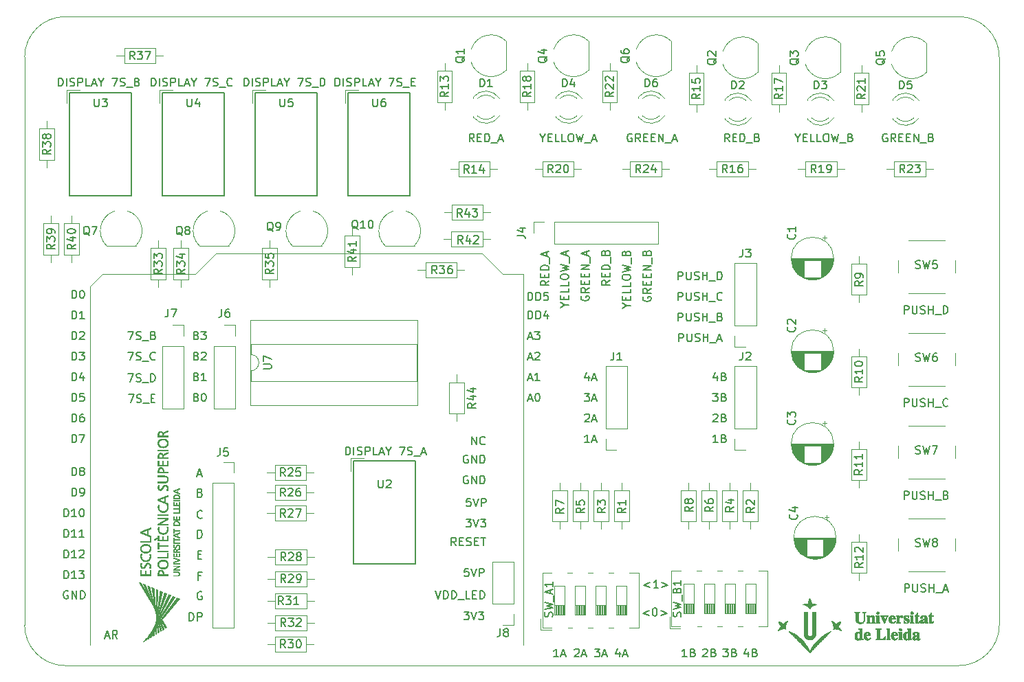
<source format=gbr>
G04 #@! TF.GenerationSoftware,KiCad,Pcbnew,(5.1.4)-1*
G04 #@! TF.CreationDate,2019-10-10T14:42:55+02:00*
G04 #@! TF.ProjectId,entrenador_v1,656e7472-656e-4616-946f-725f76312e6b,rev?*
G04 #@! TF.SameCoordinates,Original*
G04 #@! TF.FileFunction,Legend,Top*
G04 #@! TF.FilePolarity,Positive*
%FSLAX46Y46*%
G04 Gerber Fmt 4.6, Leading zero omitted, Abs format (unit mm)*
G04 Created by KiCad (PCBNEW (5.1.4)-1) date 2019-10-10 14:42:55*
%MOMM*%
%LPD*%
G04 APERTURE LIST*
%ADD10C,0.150000*%
%ADD11C,0.050000*%
%ADD12C,0.120000*%
%ADD13C,0.010000*%
G04 APERTURE END LIST*
D10*
X127586171Y-117765580D02*
X127919504Y-118765580D01*
X128252838Y-117765580D01*
X128586171Y-118765580D02*
X128586171Y-117765580D01*
X128824266Y-117765580D01*
X128967123Y-117813200D01*
X129062361Y-117908438D01*
X129109980Y-118003676D01*
X129157600Y-118194152D01*
X129157600Y-118337009D01*
X129109980Y-118527485D01*
X129062361Y-118622723D01*
X128967123Y-118717961D01*
X128824266Y-118765580D01*
X128586171Y-118765580D01*
X129586171Y-118765580D02*
X129586171Y-117765580D01*
X129824266Y-117765580D01*
X129967123Y-117813200D01*
X130062361Y-117908438D01*
X130109980Y-118003676D01*
X130157600Y-118194152D01*
X130157600Y-118337009D01*
X130109980Y-118527485D01*
X130062361Y-118622723D01*
X129967123Y-118717961D01*
X129824266Y-118765580D01*
X129586171Y-118765580D01*
X130348076Y-118860819D02*
X131109980Y-118860819D01*
X131824266Y-118765580D02*
X131348076Y-118765580D01*
X131348076Y-117765580D01*
X132157600Y-118241771D02*
X132490933Y-118241771D01*
X132633790Y-118765580D02*
X132157600Y-118765580D01*
X132157600Y-117765580D01*
X132633790Y-117765580D01*
X133062361Y-118765580D02*
X133062361Y-117765580D01*
X133300457Y-117765580D01*
X133443314Y-117813200D01*
X133538552Y-117908438D01*
X133586171Y-118003676D01*
X133633790Y-118194152D01*
X133633790Y-118337009D01*
X133586171Y-118527485D01*
X133538552Y-118622723D01*
X133443314Y-118717961D01*
X133300457Y-118765580D01*
X133062361Y-118765580D01*
X131095904Y-120356380D02*
X131714952Y-120356380D01*
X131381619Y-120737333D01*
X131524476Y-120737333D01*
X131619714Y-120784952D01*
X131667333Y-120832571D01*
X131714952Y-120927809D01*
X131714952Y-121165904D01*
X131667333Y-121261142D01*
X131619714Y-121308761D01*
X131524476Y-121356380D01*
X131238761Y-121356380D01*
X131143523Y-121308761D01*
X131095904Y-121261142D01*
X132000666Y-120356380D02*
X132334000Y-121356380D01*
X132667333Y-120356380D01*
X132905428Y-120356380D02*
X133524476Y-120356380D01*
X133191142Y-120737333D01*
X133334000Y-120737333D01*
X133429238Y-120784952D01*
X133476857Y-120832571D01*
X133524476Y-120927809D01*
X133524476Y-121165904D01*
X133476857Y-121261142D01*
X133429238Y-121308761D01*
X133334000Y-121356380D01*
X133048285Y-121356380D01*
X132953047Y-121308761D01*
X132905428Y-121261142D01*
X131643523Y-115022380D02*
X131167333Y-115022380D01*
X131119714Y-115498571D01*
X131167333Y-115450952D01*
X131262571Y-115403333D01*
X131500666Y-115403333D01*
X131595904Y-115450952D01*
X131643523Y-115498571D01*
X131691142Y-115593809D01*
X131691142Y-115831904D01*
X131643523Y-115927142D01*
X131595904Y-115974761D01*
X131500666Y-116022380D01*
X131262571Y-116022380D01*
X131167333Y-115974761D01*
X131119714Y-115927142D01*
X131976857Y-115022380D02*
X132310190Y-116022380D01*
X132643523Y-115022380D01*
X132976857Y-116022380D02*
X132976857Y-115022380D01*
X133357809Y-115022380D01*
X133453047Y-115070000D01*
X133500666Y-115117619D01*
X133548285Y-115212857D01*
X133548285Y-115355714D01*
X133500666Y-115450952D01*
X133453047Y-115498571D01*
X133357809Y-115546190D01*
X132976857Y-115546190D01*
X115237238Y-55570380D02*
X115237238Y-54570380D01*
X115475333Y-54570380D01*
X115618190Y-54618000D01*
X115713428Y-54713238D01*
X115761047Y-54808476D01*
X115808666Y-54998952D01*
X115808666Y-55141809D01*
X115761047Y-55332285D01*
X115713428Y-55427523D01*
X115618190Y-55522761D01*
X115475333Y-55570380D01*
X115237238Y-55570380D01*
X116237238Y-55570380D02*
X116237238Y-54570380D01*
X116665809Y-55522761D02*
X116808666Y-55570380D01*
X117046761Y-55570380D01*
X117142000Y-55522761D01*
X117189619Y-55475142D01*
X117237238Y-55379904D01*
X117237238Y-55284666D01*
X117189619Y-55189428D01*
X117142000Y-55141809D01*
X117046761Y-55094190D01*
X116856285Y-55046571D01*
X116761047Y-54998952D01*
X116713428Y-54951333D01*
X116665809Y-54856095D01*
X116665809Y-54760857D01*
X116713428Y-54665619D01*
X116761047Y-54618000D01*
X116856285Y-54570380D01*
X117094380Y-54570380D01*
X117237238Y-54618000D01*
X117665809Y-55570380D02*
X117665809Y-54570380D01*
X118046761Y-54570380D01*
X118142000Y-54618000D01*
X118189619Y-54665619D01*
X118237238Y-54760857D01*
X118237238Y-54903714D01*
X118189619Y-54998952D01*
X118142000Y-55046571D01*
X118046761Y-55094190D01*
X117665809Y-55094190D01*
X119142000Y-55570380D02*
X118665809Y-55570380D01*
X118665809Y-54570380D01*
X119427714Y-55284666D02*
X119903904Y-55284666D01*
X119332476Y-55570380D02*
X119665809Y-54570380D01*
X119999142Y-55570380D01*
X120522952Y-55094190D02*
X120522952Y-55570380D01*
X120189619Y-54570380D02*
X120522952Y-55094190D01*
X120856285Y-54570380D01*
X121856285Y-54570380D02*
X122522952Y-54570380D01*
X122094380Y-55570380D01*
X122856285Y-55522761D02*
X122999142Y-55570380D01*
X123237238Y-55570380D01*
X123332476Y-55522761D01*
X123380095Y-55475142D01*
X123427714Y-55379904D01*
X123427714Y-55284666D01*
X123380095Y-55189428D01*
X123332476Y-55141809D01*
X123237238Y-55094190D01*
X123046761Y-55046571D01*
X122951523Y-54998952D01*
X122903904Y-54951333D01*
X122856285Y-54856095D01*
X122856285Y-54760857D01*
X122903904Y-54665619D01*
X122951523Y-54618000D01*
X123046761Y-54570380D01*
X123284857Y-54570380D01*
X123427714Y-54618000D01*
X123618190Y-55665619D02*
X124380095Y-55665619D01*
X124618190Y-55046571D02*
X124951523Y-55046571D01*
X125094380Y-55570380D02*
X124618190Y-55570380D01*
X124618190Y-54570380D01*
X125094380Y-54570380D01*
X104013619Y-55570380D02*
X104013619Y-54570380D01*
X104251714Y-54570380D01*
X104394571Y-54618000D01*
X104489809Y-54713238D01*
X104537428Y-54808476D01*
X104585047Y-54998952D01*
X104585047Y-55141809D01*
X104537428Y-55332285D01*
X104489809Y-55427523D01*
X104394571Y-55522761D01*
X104251714Y-55570380D01*
X104013619Y-55570380D01*
X105013619Y-55570380D02*
X105013619Y-54570380D01*
X105442190Y-55522761D02*
X105585047Y-55570380D01*
X105823142Y-55570380D01*
X105918380Y-55522761D01*
X105966000Y-55475142D01*
X106013619Y-55379904D01*
X106013619Y-55284666D01*
X105966000Y-55189428D01*
X105918380Y-55141809D01*
X105823142Y-55094190D01*
X105632666Y-55046571D01*
X105537428Y-54998952D01*
X105489809Y-54951333D01*
X105442190Y-54856095D01*
X105442190Y-54760857D01*
X105489809Y-54665619D01*
X105537428Y-54618000D01*
X105632666Y-54570380D01*
X105870761Y-54570380D01*
X106013619Y-54618000D01*
X106442190Y-55570380D02*
X106442190Y-54570380D01*
X106823142Y-54570380D01*
X106918380Y-54618000D01*
X106966000Y-54665619D01*
X107013619Y-54760857D01*
X107013619Y-54903714D01*
X106966000Y-54998952D01*
X106918380Y-55046571D01*
X106823142Y-55094190D01*
X106442190Y-55094190D01*
X107918380Y-55570380D02*
X107442190Y-55570380D01*
X107442190Y-54570380D01*
X108204095Y-55284666D02*
X108680285Y-55284666D01*
X108108857Y-55570380D02*
X108442190Y-54570380D01*
X108775523Y-55570380D01*
X109299333Y-55094190D02*
X109299333Y-55570380D01*
X108966000Y-54570380D02*
X109299333Y-55094190D01*
X109632666Y-54570380D01*
X110632666Y-54570380D02*
X111299333Y-54570380D01*
X110870761Y-55570380D01*
X111632666Y-55522761D02*
X111775523Y-55570380D01*
X112013619Y-55570380D01*
X112108857Y-55522761D01*
X112156476Y-55475142D01*
X112204095Y-55379904D01*
X112204095Y-55284666D01*
X112156476Y-55189428D01*
X112108857Y-55141809D01*
X112013619Y-55094190D01*
X111823142Y-55046571D01*
X111727904Y-54998952D01*
X111680285Y-54951333D01*
X111632666Y-54856095D01*
X111632666Y-54760857D01*
X111680285Y-54665619D01*
X111727904Y-54618000D01*
X111823142Y-54570380D01*
X112061238Y-54570380D01*
X112204095Y-54618000D01*
X112394571Y-55665619D02*
X113156476Y-55665619D01*
X113394571Y-55570380D02*
X113394571Y-54570380D01*
X113632666Y-54570380D01*
X113775523Y-54618000D01*
X113870761Y-54713238D01*
X113918380Y-54808476D01*
X113966000Y-54998952D01*
X113966000Y-55141809D01*
X113918380Y-55332285D01*
X113870761Y-55427523D01*
X113775523Y-55522761D01*
X113632666Y-55570380D01*
X113394571Y-55570380D01*
X92583619Y-55570380D02*
X92583619Y-54570380D01*
X92821714Y-54570380D01*
X92964571Y-54618000D01*
X93059809Y-54713238D01*
X93107428Y-54808476D01*
X93155047Y-54998952D01*
X93155047Y-55141809D01*
X93107428Y-55332285D01*
X93059809Y-55427523D01*
X92964571Y-55522761D01*
X92821714Y-55570380D01*
X92583619Y-55570380D01*
X93583619Y-55570380D02*
X93583619Y-54570380D01*
X94012190Y-55522761D02*
X94155047Y-55570380D01*
X94393142Y-55570380D01*
X94488380Y-55522761D01*
X94536000Y-55475142D01*
X94583619Y-55379904D01*
X94583619Y-55284666D01*
X94536000Y-55189428D01*
X94488380Y-55141809D01*
X94393142Y-55094190D01*
X94202666Y-55046571D01*
X94107428Y-54998952D01*
X94059809Y-54951333D01*
X94012190Y-54856095D01*
X94012190Y-54760857D01*
X94059809Y-54665619D01*
X94107428Y-54618000D01*
X94202666Y-54570380D01*
X94440761Y-54570380D01*
X94583619Y-54618000D01*
X95012190Y-55570380D02*
X95012190Y-54570380D01*
X95393142Y-54570380D01*
X95488380Y-54618000D01*
X95536000Y-54665619D01*
X95583619Y-54760857D01*
X95583619Y-54903714D01*
X95536000Y-54998952D01*
X95488380Y-55046571D01*
X95393142Y-55094190D01*
X95012190Y-55094190D01*
X96488380Y-55570380D02*
X96012190Y-55570380D01*
X96012190Y-54570380D01*
X96774095Y-55284666D02*
X97250285Y-55284666D01*
X96678857Y-55570380D02*
X97012190Y-54570380D01*
X97345523Y-55570380D01*
X97869333Y-55094190D02*
X97869333Y-55570380D01*
X97536000Y-54570380D02*
X97869333Y-55094190D01*
X98202666Y-54570380D01*
X99202666Y-54570380D02*
X99869333Y-54570380D01*
X99440761Y-55570380D01*
X100202666Y-55522761D02*
X100345523Y-55570380D01*
X100583619Y-55570380D01*
X100678857Y-55522761D01*
X100726476Y-55475142D01*
X100774095Y-55379904D01*
X100774095Y-55284666D01*
X100726476Y-55189428D01*
X100678857Y-55141809D01*
X100583619Y-55094190D01*
X100393142Y-55046571D01*
X100297904Y-54998952D01*
X100250285Y-54951333D01*
X100202666Y-54856095D01*
X100202666Y-54760857D01*
X100250285Y-54665619D01*
X100297904Y-54618000D01*
X100393142Y-54570380D01*
X100631238Y-54570380D01*
X100774095Y-54618000D01*
X100964571Y-55665619D02*
X101726476Y-55665619D01*
X102536000Y-55475142D02*
X102488380Y-55522761D01*
X102345523Y-55570380D01*
X102250285Y-55570380D01*
X102107428Y-55522761D01*
X102012190Y-55427523D01*
X101964571Y-55332285D01*
X101916952Y-55141809D01*
X101916952Y-54998952D01*
X101964571Y-54808476D01*
X102012190Y-54713238D01*
X102107428Y-54618000D01*
X102250285Y-54570380D01*
X102345523Y-54570380D01*
X102488380Y-54618000D01*
X102536000Y-54665619D01*
X81153619Y-55570380D02*
X81153619Y-54570380D01*
X81391714Y-54570380D01*
X81534571Y-54618000D01*
X81629809Y-54713238D01*
X81677428Y-54808476D01*
X81725047Y-54998952D01*
X81725047Y-55141809D01*
X81677428Y-55332285D01*
X81629809Y-55427523D01*
X81534571Y-55522761D01*
X81391714Y-55570380D01*
X81153619Y-55570380D01*
X82153619Y-55570380D02*
X82153619Y-54570380D01*
X82582190Y-55522761D02*
X82725047Y-55570380D01*
X82963142Y-55570380D01*
X83058380Y-55522761D01*
X83106000Y-55475142D01*
X83153619Y-55379904D01*
X83153619Y-55284666D01*
X83106000Y-55189428D01*
X83058380Y-55141809D01*
X82963142Y-55094190D01*
X82772666Y-55046571D01*
X82677428Y-54998952D01*
X82629809Y-54951333D01*
X82582190Y-54856095D01*
X82582190Y-54760857D01*
X82629809Y-54665619D01*
X82677428Y-54618000D01*
X82772666Y-54570380D01*
X83010761Y-54570380D01*
X83153619Y-54618000D01*
X83582190Y-55570380D02*
X83582190Y-54570380D01*
X83963142Y-54570380D01*
X84058380Y-54618000D01*
X84106000Y-54665619D01*
X84153619Y-54760857D01*
X84153619Y-54903714D01*
X84106000Y-54998952D01*
X84058380Y-55046571D01*
X83963142Y-55094190D01*
X83582190Y-55094190D01*
X85058380Y-55570380D02*
X84582190Y-55570380D01*
X84582190Y-54570380D01*
X85344095Y-55284666D02*
X85820285Y-55284666D01*
X85248857Y-55570380D02*
X85582190Y-54570380D01*
X85915523Y-55570380D01*
X86439333Y-55094190D02*
X86439333Y-55570380D01*
X86106000Y-54570380D02*
X86439333Y-55094190D01*
X86772666Y-54570380D01*
X87772666Y-54570380D02*
X88439333Y-54570380D01*
X88010761Y-55570380D01*
X88772666Y-55522761D02*
X88915523Y-55570380D01*
X89153619Y-55570380D01*
X89248857Y-55522761D01*
X89296476Y-55475142D01*
X89344095Y-55379904D01*
X89344095Y-55284666D01*
X89296476Y-55189428D01*
X89248857Y-55141809D01*
X89153619Y-55094190D01*
X88963142Y-55046571D01*
X88867904Y-54998952D01*
X88820285Y-54951333D01*
X88772666Y-54856095D01*
X88772666Y-54760857D01*
X88820285Y-54665619D01*
X88867904Y-54618000D01*
X88963142Y-54570380D01*
X89201238Y-54570380D01*
X89344095Y-54618000D01*
X89534571Y-55665619D02*
X90296476Y-55665619D01*
X90867904Y-55046571D02*
X91010761Y-55094190D01*
X91058380Y-55141809D01*
X91106000Y-55237047D01*
X91106000Y-55379904D01*
X91058380Y-55475142D01*
X91010761Y-55522761D01*
X90915523Y-55570380D01*
X90534571Y-55570380D01*
X90534571Y-54570380D01*
X90867904Y-54570380D01*
X90963142Y-54618000D01*
X91010761Y-54665619D01*
X91058380Y-54760857D01*
X91058380Y-54856095D01*
X91010761Y-54951333D01*
X90963142Y-54998952D01*
X90867904Y-55046571D01*
X90534571Y-55046571D01*
X130119619Y-112212380D02*
X129786285Y-111736190D01*
X129548190Y-112212380D02*
X129548190Y-111212380D01*
X129929142Y-111212380D01*
X130024380Y-111260000D01*
X130072000Y-111307619D01*
X130119619Y-111402857D01*
X130119619Y-111545714D01*
X130072000Y-111640952D01*
X130024380Y-111688571D01*
X129929142Y-111736190D01*
X129548190Y-111736190D01*
X130548190Y-111688571D02*
X130881523Y-111688571D01*
X131024380Y-112212380D02*
X130548190Y-112212380D01*
X130548190Y-111212380D01*
X131024380Y-111212380D01*
X131405333Y-112164761D02*
X131548190Y-112212380D01*
X131786285Y-112212380D01*
X131881523Y-112164761D01*
X131929142Y-112117142D01*
X131976761Y-112021904D01*
X131976761Y-111926666D01*
X131929142Y-111831428D01*
X131881523Y-111783809D01*
X131786285Y-111736190D01*
X131595809Y-111688571D01*
X131500571Y-111640952D01*
X131452952Y-111593333D01*
X131405333Y-111498095D01*
X131405333Y-111402857D01*
X131452952Y-111307619D01*
X131500571Y-111260000D01*
X131595809Y-111212380D01*
X131833904Y-111212380D01*
X131976761Y-111260000D01*
X132405333Y-111688571D02*
X132738666Y-111688571D01*
X132881523Y-112212380D02*
X132405333Y-112212380D01*
X132405333Y-111212380D01*
X132881523Y-111212380D01*
X133167238Y-111212380D02*
X133738666Y-111212380D01*
X133452952Y-112212380D02*
X133452952Y-111212380D01*
X131349904Y-108926380D02*
X131968952Y-108926380D01*
X131635619Y-109307333D01*
X131778476Y-109307333D01*
X131873714Y-109354952D01*
X131921333Y-109402571D01*
X131968952Y-109497809D01*
X131968952Y-109735904D01*
X131921333Y-109831142D01*
X131873714Y-109878761D01*
X131778476Y-109926380D01*
X131492761Y-109926380D01*
X131397523Y-109878761D01*
X131349904Y-109831142D01*
X132254666Y-108926380D02*
X132588000Y-109926380D01*
X132921333Y-108926380D01*
X133159428Y-108926380D02*
X133778476Y-108926380D01*
X133445142Y-109307333D01*
X133588000Y-109307333D01*
X133683238Y-109354952D01*
X133730857Y-109402571D01*
X133778476Y-109497809D01*
X133778476Y-109735904D01*
X133730857Y-109831142D01*
X133683238Y-109878761D01*
X133588000Y-109926380D01*
X133302285Y-109926380D01*
X133207047Y-109878761D01*
X133159428Y-109831142D01*
X131897523Y-106386380D02*
X131421333Y-106386380D01*
X131373714Y-106862571D01*
X131421333Y-106814952D01*
X131516571Y-106767333D01*
X131754666Y-106767333D01*
X131849904Y-106814952D01*
X131897523Y-106862571D01*
X131945142Y-106957809D01*
X131945142Y-107195904D01*
X131897523Y-107291142D01*
X131849904Y-107338761D01*
X131754666Y-107386380D01*
X131516571Y-107386380D01*
X131421333Y-107338761D01*
X131373714Y-107291142D01*
X132230857Y-106386380D02*
X132564190Y-107386380D01*
X132897523Y-106386380D01*
X133230857Y-107386380D02*
X133230857Y-106386380D01*
X133611809Y-106386380D01*
X133707047Y-106434000D01*
X133754666Y-106481619D01*
X133802285Y-106576857D01*
X133802285Y-106719714D01*
X133754666Y-106814952D01*
X133707047Y-106862571D01*
X133611809Y-106910190D01*
X133230857Y-106910190D01*
X131572095Y-103640000D02*
X131476857Y-103592380D01*
X131334000Y-103592380D01*
X131191142Y-103640000D01*
X131095904Y-103735238D01*
X131048285Y-103830476D01*
X131000666Y-104020952D01*
X131000666Y-104163809D01*
X131048285Y-104354285D01*
X131095904Y-104449523D01*
X131191142Y-104544761D01*
X131334000Y-104592380D01*
X131429238Y-104592380D01*
X131572095Y-104544761D01*
X131619714Y-104497142D01*
X131619714Y-104163809D01*
X131429238Y-104163809D01*
X132048285Y-104592380D02*
X132048285Y-103592380D01*
X132619714Y-104592380D01*
X132619714Y-103592380D01*
X133095904Y-104592380D02*
X133095904Y-103592380D01*
X133334000Y-103592380D01*
X133476857Y-103640000D01*
X133572095Y-103735238D01*
X133619714Y-103830476D01*
X133667333Y-104020952D01*
X133667333Y-104163809D01*
X133619714Y-104354285D01*
X133572095Y-104449523D01*
X133476857Y-104544761D01*
X133334000Y-104592380D01*
X133095904Y-104592380D01*
X131572095Y-101100000D02*
X131476857Y-101052380D01*
X131334000Y-101052380D01*
X131191142Y-101100000D01*
X131095904Y-101195238D01*
X131048285Y-101290476D01*
X131000666Y-101480952D01*
X131000666Y-101623809D01*
X131048285Y-101814285D01*
X131095904Y-101909523D01*
X131191142Y-102004761D01*
X131334000Y-102052380D01*
X131429238Y-102052380D01*
X131572095Y-102004761D01*
X131619714Y-101957142D01*
X131619714Y-101623809D01*
X131429238Y-101623809D01*
X132048285Y-102052380D02*
X132048285Y-101052380D01*
X132619714Y-102052380D01*
X132619714Y-101052380D01*
X133095904Y-102052380D02*
X133095904Y-101052380D01*
X133334000Y-101052380D01*
X133476857Y-101100000D01*
X133572095Y-101195238D01*
X133619714Y-101290476D01*
X133667333Y-101480952D01*
X133667333Y-101623809D01*
X133619714Y-101814285D01*
X133572095Y-101909523D01*
X133476857Y-102004761D01*
X133334000Y-102052380D01*
X133095904Y-102052380D01*
X132056285Y-99766380D02*
X132056285Y-98766380D01*
X132627714Y-99766380D01*
X132627714Y-98766380D01*
X133675333Y-99671142D02*
X133627714Y-99718761D01*
X133484857Y-99766380D01*
X133389619Y-99766380D01*
X133246761Y-99718761D01*
X133151523Y-99623523D01*
X133103904Y-99528285D01*
X133056285Y-99337809D01*
X133056285Y-99194952D01*
X133103904Y-99004476D01*
X133151523Y-98909238D01*
X133246761Y-98814000D01*
X133389619Y-98766380D01*
X133484857Y-98766380D01*
X133627714Y-98814000D01*
X133675333Y-98861619D01*
X138985714Y-94146666D02*
X139461904Y-94146666D01*
X138890476Y-94432380D02*
X139223809Y-93432380D01*
X139557142Y-94432380D01*
X140080952Y-93432380D02*
X140176190Y-93432380D01*
X140271428Y-93480000D01*
X140319047Y-93527619D01*
X140366666Y-93622857D01*
X140414285Y-93813333D01*
X140414285Y-94051428D01*
X140366666Y-94241904D01*
X140319047Y-94337142D01*
X140271428Y-94384761D01*
X140176190Y-94432380D01*
X140080952Y-94432380D01*
X139985714Y-94384761D01*
X139938095Y-94337142D01*
X139890476Y-94241904D01*
X139842857Y-94051428D01*
X139842857Y-93813333D01*
X139890476Y-93622857D01*
X139938095Y-93527619D01*
X139985714Y-93480000D01*
X140080952Y-93432380D01*
X138985714Y-91606666D02*
X139461904Y-91606666D01*
X138890476Y-91892380D02*
X139223809Y-90892380D01*
X139557142Y-91892380D01*
X140414285Y-91892380D02*
X139842857Y-91892380D01*
X140128571Y-91892380D02*
X140128571Y-90892380D01*
X140033333Y-91035238D01*
X139938095Y-91130476D01*
X139842857Y-91178095D01*
X138985714Y-89066666D02*
X139461904Y-89066666D01*
X138890476Y-89352380D02*
X139223809Y-88352380D01*
X139557142Y-89352380D01*
X139842857Y-88447619D02*
X139890476Y-88400000D01*
X139985714Y-88352380D01*
X140223809Y-88352380D01*
X140319047Y-88400000D01*
X140366666Y-88447619D01*
X140414285Y-88542857D01*
X140414285Y-88638095D01*
X140366666Y-88780952D01*
X139795238Y-89352380D01*
X140414285Y-89352380D01*
X138985714Y-86526666D02*
X139461904Y-86526666D01*
X138890476Y-86812380D02*
X139223809Y-85812380D01*
X139557142Y-86812380D01*
X139795238Y-85812380D02*
X140414285Y-85812380D01*
X140080952Y-86193333D01*
X140223809Y-86193333D01*
X140319047Y-86240952D01*
X140366666Y-86288571D01*
X140414285Y-86383809D01*
X140414285Y-86621904D01*
X140366666Y-86717142D01*
X140319047Y-86764761D01*
X140223809Y-86812380D01*
X139938095Y-86812380D01*
X139842857Y-86764761D01*
X139795238Y-86717142D01*
X138969904Y-84272380D02*
X138969904Y-83272380D01*
X139208000Y-83272380D01*
X139350857Y-83320000D01*
X139446095Y-83415238D01*
X139493714Y-83510476D01*
X139541333Y-83700952D01*
X139541333Y-83843809D01*
X139493714Y-84034285D01*
X139446095Y-84129523D01*
X139350857Y-84224761D01*
X139208000Y-84272380D01*
X138969904Y-84272380D01*
X139969904Y-84272380D02*
X139969904Y-83272380D01*
X140208000Y-83272380D01*
X140350857Y-83320000D01*
X140446095Y-83415238D01*
X140493714Y-83510476D01*
X140541333Y-83700952D01*
X140541333Y-83843809D01*
X140493714Y-84034285D01*
X140446095Y-84129523D01*
X140350857Y-84224761D01*
X140208000Y-84272380D01*
X139969904Y-84272380D01*
X141398476Y-83605714D02*
X141398476Y-84272380D01*
X141160380Y-83224761D02*
X140922285Y-83939047D01*
X141541333Y-83939047D01*
X138969904Y-81986380D02*
X138969904Y-80986380D01*
X139208000Y-80986380D01*
X139350857Y-81034000D01*
X139446095Y-81129238D01*
X139493714Y-81224476D01*
X139541333Y-81414952D01*
X139541333Y-81557809D01*
X139493714Y-81748285D01*
X139446095Y-81843523D01*
X139350857Y-81938761D01*
X139208000Y-81986380D01*
X138969904Y-81986380D01*
X139969904Y-81986380D02*
X139969904Y-80986380D01*
X140208000Y-80986380D01*
X140350857Y-81034000D01*
X140446095Y-81129238D01*
X140493714Y-81224476D01*
X140541333Y-81414952D01*
X140541333Y-81557809D01*
X140493714Y-81748285D01*
X140446095Y-81843523D01*
X140350857Y-81938761D01*
X140208000Y-81986380D01*
X139969904Y-81986380D01*
X141446095Y-80986380D02*
X140969904Y-80986380D01*
X140922285Y-81462571D01*
X140969904Y-81414952D01*
X141065142Y-81367333D01*
X141303238Y-81367333D01*
X141398476Y-81414952D01*
X141446095Y-81462571D01*
X141493714Y-81557809D01*
X141493714Y-81795904D01*
X141446095Y-81891142D01*
X141398476Y-81938761D01*
X141303238Y-81986380D01*
X141065142Y-81986380D01*
X140969904Y-81938761D01*
X140922285Y-81891142D01*
X89797142Y-93559380D02*
X90463809Y-93559380D01*
X90035238Y-94559380D01*
X90797142Y-94511761D02*
X90940000Y-94559380D01*
X91178095Y-94559380D01*
X91273333Y-94511761D01*
X91320952Y-94464142D01*
X91368571Y-94368904D01*
X91368571Y-94273666D01*
X91320952Y-94178428D01*
X91273333Y-94130809D01*
X91178095Y-94083190D01*
X90987619Y-94035571D01*
X90892380Y-93987952D01*
X90844761Y-93940333D01*
X90797142Y-93845095D01*
X90797142Y-93749857D01*
X90844761Y-93654619D01*
X90892380Y-93607000D01*
X90987619Y-93559380D01*
X91225714Y-93559380D01*
X91368571Y-93607000D01*
X91559047Y-94654619D02*
X92320952Y-94654619D01*
X92559047Y-94035571D02*
X92892380Y-94035571D01*
X93035238Y-94559380D02*
X92559047Y-94559380D01*
X92559047Y-93559380D01*
X93035238Y-93559380D01*
X89749523Y-91019380D02*
X90416190Y-91019380D01*
X89987619Y-92019380D01*
X90749523Y-91971761D02*
X90892380Y-92019380D01*
X91130476Y-92019380D01*
X91225714Y-91971761D01*
X91273333Y-91924142D01*
X91320952Y-91828904D01*
X91320952Y-91733666D01*
X91273333Y-91638428D01*
X91225714Y-91590809D01*
X91130476Y-91543190D01*
X90940000Y-91495571D01*
X90844761Y-91447952D01*
X90797142Y-91400333D01*
X90749523Y-91305095D01*
X90749523Y-91209857D01*
X90797142Y-91114619D01*
X90844761Y-91067000D01*
X90940000Y-91019380D01*
X91178095Y-91019380D01*
X91320952Y-91067000D01*
X91511428Y-92114619D02*
X92273333Y-92114619D01*
X92511428Y-92019380D02*
X92511428Y-91019380D01*
X92749523Y-91019380D01*
X92892380Y-91067000D01*
X92987619Y-91162238D01*
X93035238Y-91257476D01*
X93082857Y-91447952D01*
X93082857Y-91590809D01*
X93035238Y-91781285D01*
X92987619Y-91876523D01*
X92892380Y-91971761D01*
X92749523Y-92019380D01*
X92511428Y-92019380D01*
X89749523Y-88352380D02*
X90416190Y-88352380D01*
X89987619Y-89352380D01*
X90749523Y-89304761D02*
X90892380Y-89352380D01*
X91130476Y-89352380D01*
X91225714Y-89304761D01*
X91273333Y-89257142D01*
X91320952Y-89161904D01*
X91320952Y-89066666D01*
X91273333Y-88971428D01*
X91225714Y-88923809D01*
X91130476Y-88876190D01*
X90940000Y-88828571D01*
X90844761Y-88780952D01*
X90797142Y-88733333D01*
X90749523Y-88638095D01*
X90749523Y-88542857D01*
X90797142Y-88447619D01*
X90844761Y-88400000D01*
X90940000Y-88352380D01*
X91178095Y-88352380D01*
X91320952Y-88400000D01*
X91511428Y-89447619D02*
X92273333Y-89447619D01*
X93082857Y-89257142D02*
X93035238Y-89304761D01*
X92892380Y-89352380D01*
X92797142Y-89352380D01*
X92654285Y-89304761D01*
X92559047Y-89209523D01*
X92511428Y-89114285D01*
X92463809Y-88923809D01*
X92463809Y-88780952D01*
X92511428Y-88590476D01*
X92559047Y-88495238D01*
X92654285Y-88400000D01*
X92797142Y-88352380D01*
X92892380Y-88352380D01*
X93035238Y-88400000D01*
X93082857Y-88447619D01*
X89749523Y-85812380D02*
X90416190Y-85812380D01*
X89987619Y-86812380D01*
X90749523Y-86764761D02*
X90892380Y-86812380D01*
X91130476Y-86812380D01*
X91225714Y-86764761D01*
X91273333Y-86717142D01*
X91320952Y-86621904D01*
X91320952Y-86526666D01*
X91273333Y-86431428D01*
X91225714Y-86383809D01*
X91130476Y-86336190D01*
X90940000Y-86288571D01*
X90844761Y-86240952D01*
X90797142Y-86193333D01*
X90749523Y-86098095D01*
X90749523Y-86002857D01*
X90797142Y-85907619D01*
X90844761Y-85860000D01*
X90940000Y-85812380D01*
X91178095Y-85812380D01*
X91320952Y-85860000D01*
X91511428Y-86907619D02*
X92273333Y-86907619D01*
X92844761Y-86288571D02*
X92987619Y-86336190D01*
X93035238Y-86383809D01*
X93082857Y-86479047D01*
X93082857Y-86621904D01*
X93035238Y-86717142D01*
X92987619Y-86764761D01*
X92892380Y-86812380D01*
X92511428Y-86812380D01*
X92511428Y-85812380D01*
X92844761Y-85812380D01*
X92940000Y-85860000D01*
X92987619Y-85907619D01*
X93035238Y-86002857D01*
X93035238Y-86098095D01*
X92987619Y-86193333D01*
X92940000Y-86240952D01*
X92844761Y-86288571D01*
X92511428Y-86288571D01*
X98147238Y-86288571D02*
X98290095Y-86336190D01*
X98337714Y-86383809D01*
X98385333Y-86479047D01*
X98385333Y-86621904D01*
X98337714Y-86717142D01*
X98290095Y-86764761D01*
X98194857Y-86812380D01*
X97813904Y-86812380D01*
X97813904Y-85812380D01*
X98147238Y-85812380D01*
X98242476Y-85860000D01*
X98290095Y-85907619D01*
X98337714Y-86002857D01*
X98337714Y-86098095D01*
X98290095Y-86193333D01*
X98242476Y-86240952D01*
X98147238Y-86288571D01*
X97813904Y-86288571D01*
X98718666Y-85812380D02*
X99337714Y-85812380D01*
X99004380Y-86193333D01*
X99147238Y-86193333D01*
X99242476Y-86240952D01*
X99290095Y-86288571D01*
X99337714Y-86383809D01*
X99337714Y-86621904D01*
X99290095Y-86717142D01*
X99242476Y-86764761D01*
X99147238Y-86812380D01*
X98861523Y-86812380D01*
X98766285Y-86764761D01*
X98718666Y-86717142D01*
X98147238Y-93908571D02*
X98290095Y-93956190D01*
X98337714Y-94003809D01*
X98385333Y-94099047D01*
X98385333Y-94241904D01*
X98337714Y-94337142D01*
X98290095Y-94384761D01*
X98194857Y-94432380D01*
X97813904Y-94432380D01*
X97813904Y-93432380D01*
X98147238Y-93432380D01*
X98242476Y-93480000D01*
X98290095Y-93527619D01*
X98337714Y-93622857D01*
X98337714Y-93718095D01*
X98290095Y-93813333D01*
X98242476Y-93860952D01*
X98147238Y-93908571D01*
X97813904Y-93908571D01*
X99004380Y-93432380D02*
X99099619Y-93432380D01*
X99194857Y-93480000D01*
X99242476Y-93527619D01*
X99290095Y-93622857D01*
X99337714Y-93813333D01*
X99337714Y-94051428D01*
X99290095Y-94241904D01*
X99242476Y-94337142D01*
X99194857Y-94384761D01*
X99099619Y-94432380D01*
X99004380Y-94432380D01*
X98909142Y-94384761D01*
X98861523Y-94337142D01*
X98813904Y-94241904D01*
X98766285Y-94051428D01*
X98766285Y-93813333D01*
X98813904Y-93622857D01*
X98861523Y-93527619D01*
X98909142Y-93480000D01*
X99004380Y-93432380D01*
X98147238Y-91368571D02*
X98290095Y-91416190D01*
X98337714Y-91463809D01*
X98385333Y-91559047D01*
X98385333Y-91701904D01*
X98337714Y-91797142D01*
X98290095Y-91844761D01*
X98194857Y-91892380D01*
X97813904Y-91892380D01*
X97813904Y-90892380D01*
X98147238Y-90892380D01*
X98242476Y-90940000D01*
X98290095Y-90987619D01*
X98337714Y-91082857D01*
X98337714Y-91178095D01*
X98290095Y-91273333D01*
X98242476Y-91320952D01*
X98147238Y-91368571D01*
X97813904Y-91368571D01*
X99337714Y-91892380D02*
X98766285Y-91892380D01*
X99052000Y-91892380D02*
X99052000Y-90892380D01*
X98956761Y-91035238D01*
X98861523Y-91130476D01*
X98766285Y-91178095D01*
X98147238Y-88828571D02*
X98290095Y-88876190D01*
X98337714Y-88923809D01*
X98385333Y-89019047D01*
X98385333Y-89161904D01*
X98337714Y-89257142D01*
X98290095Y-89304761D01*
X98194857Y-89352380D01*
X97813904Y-89352380D01*
X97813904Y-88352380D01*
X98147238Y-88352380D01*
X98242476Y-88400000D01*
X98290095Y-88447619D01*
X98337714Y-88542857D01*
X98337714Y-88638095D01*
X98290095Y-88733333D01*
X98242476Y-88780952D01*
X98147238Y-88828571D01*
X97813904Y-88828571D01*
X98766285Y-88447619D02*
X98813904Y-88400000D01*
X98909142Y-88352380D01*
X99147238Y-88352380D01*
X99242476Y-88400000D01*
X99290095Y-88447619D01*
X99337714Y-88542857D01*
X99337714Y-88638095D01*
X99290095Y-88780952D01*
X98718666Y-89352380D01*
X99337714Y-89352380D01*
X86930004Y-123382066D02*
X87406195Y-123382066D01*
X86834766Y-123667780D02*
X87168100Y-122667780D01*
X87501433Y-123667780D01*
X88406195Y-123667780D02*
X88072861Y-123191590D01*
X87834766Y-123667780D02*
X87834766Y-122667780D01*
X88215719Y-122667780D01*
X88310957Y-122715400D01*
X88358576Y-122763019D01*
X88406195Y-122858257D01*
X88406195Y-123001114D01*
X88358576Y-123096352D01*
X88310957Y-123143971D01*
X88215719Y-123191590D01*
X87834766Y-123191590D01*
X81843714Y-116276380D02*
X81843714Y-115276380D01*
X82081809Y-115276380D01*
X82224666Y-115324000D01*
X82319904Y-115419238D01*
X82367523Y-115514476D01*
X82415142Y-115704952D01*
X82415142Y-115847809D01*
X82367523Y-116038285D01*
X82319904Y-116133523D01*
X82224666Y-116228761D01*
X82081809Y-116276380D01*
X81843714Y-116276380D01*
X83367523Y-116276380D02*
X82796095Y-116276380D01*
X83081809Y-116276380D02*
X83081809Y-115276380D01*
X82986571Y-115419238D01*
X82891333Y-115514476D01*
X82796095Y-115562095D01*
X83700857Y-115276380D02*
X84319904Y-115276380D01*
X83986571Y-115657333D01*
X84129428Y-115657333D01*
X84224666Y-115704952D01*
X84272285Y-115752571D01*
X84319904Y-115847809D01*
X84319904Y-116085904D01*
X84272285Y-116181142D01*
X84224666Y-116228761D01*
X84129428Y-116276380D01*
X83843714Y-116276380D01*
X83748476Y-116228761D01*
X83700857Y-116181142D01*
X82346895Y-117825900D02*
X82251657Y-117778280D01*
X82108800Y-117778280D01*
X81965942Y-117825900D01*
X81870704Y-117921138D01*
X81823085Y-118016376D01*
X81775466Y-118206852D01*
X81775466Y-118349709D01*
X81823085Y-118540185D01*
X81870704Y-118635423D01*
X81965942Y-118730661D01*
X82108800Y-118778280D01*
X82204038Y-118778280D01*
X82346895Y-118730661D01*
X82394514Y-118683042D01*
X82394514Y-118349709D01*
X82204038Y-118349709D01*
X82823085Y-118778280D02*
X82823085Y-117778280D01*
X83394514Y-118778280D01*
X83394514Y-117778280D01*
X83870704Y-118778280D02*
X83870704Y-117778280D01*
X84108800Y-117778280D01*
X84251657Y-117825900D01*
X84346895Y-117921138D01*
X84394514Y-118016376D01*
X84442133Y-118206852D01*
X84442133Y-118349709D01*
X84394514Y-118540185D01*
X84346895Y-118635423D01*
X84251657Y-118730661D01*
X84108800Y-118778280D01*
X83870704Y-118778280D01*
X81843714Y-113736380D02*
X81843714Y-112736380D01*
X82081809Y-112736380D01*
X82224666Y-112784000D01*
X82319904Y-112879238D01*
X82367523Y-112974476D01*
X82415142Y-113164952D01*
X82415142Y-113307809D01*
X82367523Y-113498285D01*
X82319904Y-113593523D01*
X82224666Y-113688761D01*
X82081809Y-113736380D01*
X81843714Y-113736380D01*
X83367523Y-113736380D02*
X82796095Y-113736380D01*
X83081809Y-113736380D02*
X83081809Y-112736380D01*
X82986571Y-112879238D01*
X82891333Y-112974476D01*
X82796095Y-113022095D01*
X83748476Y-112831619D02*
X83796095Y-112784000D01*
X83891333Y-112736380D01*
X84129428Y-112736380D01*
X84224666Y-112784000D01*
X84272285Y-112831619D01*
X84319904Y-112926857D01*
X84319904Y-113022095D01*
X84272285Y-113164952D01*
X83700857Y-113736380D01*
X84319904Y-113736380D01*
X81843714Y-111196380D02*
X81843714Y-110196380D01*
X82081809Y-110196380D01*
X82224666Y-110244000D01*
X82319904Y-110339238D01*
X82367523Y-110434476D01*
X82415142Y-110624952D01*
X82415142Y-110767809D01*
X82367523Y-110958285D01*
X82319904Y-111053523D01*
X82224666Y-111148761D01*
X82081809Y-111196380D01*
X81843714Y-111196380D01*
X83367523Y-111196380D02*
X82796095Y-111196380D01*
X83081809Y-111196380D02*
X83081809Y-110196380D01*
X82986571Y-110339238D01*
X82891333Y-110434476D01*
X82796095Y-110482095D01*
X84319904Y-111196380D02*
X83748476Y-111196380D01*
X84034190Y-111196380D02*
X84034190Y-110196380D01*
X83938952Y-110339238D01*
X83843714Y-110434476D01*
X83748476Y-110482095D01*
X81843714Y-108656380D02*
X81843714Y-107656380D01*
X82081809Y-107656380D01*
X82224666Y-107704000D01*
X82319904Y-107799238D01*
X82367523Y-107894476D01*
X82415142Y-108084952D01*
X82415142Y-108227809D01*
X82367523Y-108418285D01*
X82319904Y-108513523D01*
X82224666Y-108608761D01*
X82081809Y-108656380D01*
X81843714Y-108656380D01*
X83367523Y-108656380D02*
X82796095Y-108656380D01*
X83081809Y-108656380D02*
X83081809Y-107656380D01*
X82986571Y-107799238D01*
X82891333Y-107894476D01*
X82796095Y-107942095D01*
X83986571Y-107656380D02*
X84081809Y-107656380D01*
X84177047Y-107704000D01*
X84224666Y-107751619D01*
X84272285Y-107846857D01*
X84319904Y-108037333D01*
X84319904Y-108275428D01*
X84272285Y-108465904D01*
X84224666Y-108561142D01*
X84177047Y-108608761D01*
X84081809Y-108656380D01*
X83986571Y-108656380D01*
X83891333Y-108608761D01*
X83843714Y-108561142D01*
X83796095Y-108465904D01*
X83748476Y-108275428D01*
X83748476Y-108037333D01*
X83796095Y-107846857D01*
X83843714Y-107751619D01*
X83891333Y-107704000D01*
X83986571Y-107656380D01*
X82827904Y-106116380D02*
X82827904Y-105116380D01*
X83066000Y-105116380D01*
X83208857Y-105164000D01*
X83304095Y-105259238D01*
X83351714Y-105354476D01*
X83399333Y-105544952D01*
X83399333Y-105687809D01*
X83351714Y-105878285D01*
X83304095Y-105973523D01*
X83208857Y-106068761D01*
X83066000Y-106116380D01*
X82827904Y-106116380D01*
X83875523Y-106116380D02*
X84066000Y-106116380D01*
X84161238Y-106068761D01*
X84208857Y-106021142D01*
X84304095Y-105878285D01*
X84351714Y-105687809D01*
X84351714Y-105306857D01*
X84304095Y-105211619D01*
X84256476Y-105164000D01*
X84161238Y-105116380D01*
X83970761Y-105116380D01*
X83875523Y-105164000D01*
X83827904Y-105211619D01*
X83780285Y-105306857D01*
X83780285Y-105544952D01*
X83827904Y-105640190D01*
X83875523Y-105687809D01*
X83970761Y-105735428D01*
X84161238Y-105735428D01*
X84256476Y-105687809D01*
X84304095Y-105640190D01*
X84351714Y-105544952D01*
X82827904Y-103576380D02*
X82827904Y-102576380D01*
X83066000Y-102576380D01*
X83208857Y-102624000D01*
X83304095Y-102719238D01*
X83351714Y-102814476D01*
X83399333Y-103004952D01*
X83399333Y-103147809D01*
X83351714Y-103338285D01*
X83304095Y-103433523D01*
X83208857Y-103528761D01*
X83066000Y-103576380D01*
X82827904Y-103576380D01*
X83970761Y-103004952D02*
X83875523Y-102957333D01*
X83827904Y-102909714D01*
X83780285Y-102814476D01*
X83780285Y-102766857D01*
X83827904Y-102671619D01*
X83875523Y-102624000D01*
X83970761Y-102576380D01*
X84161238Y-102576380D01*
X84256476Y-102624000D01*
X84304095Y-102671619D01*
X84351714Y-102766857D01*
X84351714Y-102814476D01*
X84304095Y-102909714D01*
X84256476Y-102957333D01*
X84161238Y-103004952D01*
X83970761Y-103004952D01*
X83875523Y-103052571D01*
X83827904Y-103100190D01*
X83780285Y-103195428D01*
X83780285Y-103385904D01*
X83827904Y-103481142D01*
X83875523Y-103528761D01*
X83970761Y-103576380D01*
X84161238Y-103576380D01*
X84256476Y-103528761D01*
X84304095Y-103481142D01*
X84351714Y-103385904D01*
X84351714Y-103195428D01*
X84304095Y-103100190D01*
X84256476Y-103052571D01*
X84161238Y-103004952D01*
X82827904Y-99512380D02*
X82827904Y-98512380D01*
X83066000Y-98512380D01*
X83208857Y-98560000D01*
X83304095Y-98655238D01*
X83351714Y-98750476D01*
X83399333Y-98940952D01*
X83399333Y-99083809D01*
X83351714Y-99274285D01*
X83304095Y-99369523D01*
X83208857Y-99464761D01*
X83066000Y-99512380D01*
X82827904Y-99512380D01*
X83732666Y-98512380D02*
X84399333Y-98512380D01*
X83970761Y-99512380D01*
X82827904Y-96972380D02*
X82827904Y-95972380D01*
X83066000Y-95972380D01*
X83208857Y-96020000D01*
X83304095Y-96115238D01*
X83351714Y-96210476D01*
X83399333Y-96400952D01*
X83399333Y-96543809D01*
X83351714Y-96734285D01*
X83304095Y-96829523D01*
X83208857Y-96924761D01*
X83066000Y-96972380D01*
X82827904Y-96972380D01*
X84256476Y-95972380D02*
X84066000Y-95972380D01*
X83970761Y-96020000D01*
X83923142Y-96067619D01*
X83827904Y-96210476D01*
X83780285Y-96400952D01*
X83780285Y-96781904D01*
X83827904Y-96877142D01*
X83875523Y-96924761D01*
X83970761Y-96972380D01*
X84161238Y-96972380D01*
X84256476Y-96924761D01*
X84304095Y-96877142D01*
X84351714Y-96781904D01*
X84351714Y-96543809D01*
X84304095Y-96448571D01*
X84256476Y-96400952D01*
X84161238Y-96353333D01*
X83970761Y-96353333D01*
X83875523Y-96400952D01*
X83827904Y-96448571D01*
X83780285Y-96543809D01*
X82827904Y-94432380D02*
X82827904Y-93432380D01*
X83066000Y-93432380D01*
X83208857Y-93480000D01*
X83304095Y-93575238D01*
X83351714Y-93670476D01*
X83399333Y-93860952D01*
X83399333Y-94003809D01*
X83351714Y-94194285D01*
X83304095Y-94289523D01*
X83208857Y-94384761D01*
X83066000Y-94432380D01*
X82827904Y-94432380D01*
X84304095Y-93432380D02*
X83827904Y-93432380D01*
X83780285Y-93908571D01*
X83827904Y-93860952D01*
X83923142Y-93813333D01*
X84161238Y-93813333D01*
X84256476Y-93860952D01*
X84304095Y-93908571D01*
X84351714Y-94003809D01*
X84351714Y-94241904D01*
X84304095Y-94337142D01*
X84256476Y-94384761D01*
X84161238Y-94432380D01*
X83923142Y-94432380D01*
X83827904Y-94384761D01*
X83780285Y-94337142D01*
X82827904Y-91892380D02*
X82827904Y-90892380D01*
X83066000Y-90892380D01*
X83208857Y-90940000D01*
X83304095Y-91035238D01*
X83351714Y-91130476D01*
X83399333Y-91320952D01*
X83399333Y-91463809D01*
X83351714Y-91654285D01*
X83304095Y-91749523D01*
X83208857Y-91844761D01*
X83066000Y-91892380D01*
X82827904Y-91892380D01*
X84256476Y-91225714D02*
X84256476Y-91892380D01*
X84018380Y-90844761D02*
X83780285Y-91559047D01*
X84399333Y-91559047D01*
X82827904Y-89352380D02*
X82827904Y-88352380D01*
X83066000Y-88352380D01*
X83208857Y-88400000D01*
X83304095Y-88495238D01*
X83351714Y-88590476D01*
X83399333Y-88780952D01*
X83399333Y-88923809D01*
X83351714Y-89114285D01*
X83304095Y-89209523D01*
X83208857Y-89304761D01*
X83066000Y-89352380D01*
X82827904Y-89352380D01*
X83732666Y-88352380D02*
X84351714Y-88352380D01*
X84018380Y-88733333D01*
X84161238Y-88733333D01*
X84256476Y-88780952D01*
X84304095Y-88828571D01*
X84351714Y-88923809D01*
X84351714Y-89161904D01*
X84304095Y-89257142D01*
X84256476Y-89304761D01*
X84161238Y-89352380D01*
X83875523Y-89352380D01*
X83780285Y-89304761D01*
X83732666Y-89257142D01*
X82827904Y-86812380D02*
X82827904Y-85812380D01*
X83066000Y-85812380D01*
X83208857Y-85860000D01*
X83304095Y-85955238D01*
X83351714Y-86050476D01*
X83399333Y-86240952D01*
X83399333Y-86383809D01*
X83351714Y-86574285D01*
X83304095Y-86669523D01*
X83208857Y-86764761D01*
X83066000Y-86812380D01*
X82827904Y-86812380D01*
X83780285Y-85907619D02*
X83827904Y-85860000D01*
X83923142Y-85812380D01*
X84161238Y-85812380D01*
X84256476Y-85860000D01*
X84304095Y-85907619D01*
X84351714Y-86002857D01*
X84351714Y-86098095D01*
X84304095Y-86240952D01*
X83732666Y-86812380D01*
X84351714Y-86812380D01*
X116531047Y-101036380D02*
X116531047Y-100036380D01*
X116769142Y-100036380D01*
X116912000Y-100084000D01*
X117007238Y-100179238D01*
X117054857Y-100274476D01*
X117102476Y-100464952D01*
X117102476Y-100607809D01*
X117054857Y-100798285D01*
X117007238Y-100893523D01*
X116912000Y-100988761D01*
X116769142Y-101036380D01*
X116531047Y-101036380D01*
X117531047Y-101036380D02*
X117531047Y-100036380D01*
X117959619Y-100988761D02*
X118102476Y-101036380D01*
X118340571Y-101036380D01*
X118435809Y-100988761D01*
X118483428Y-100941142D01*
X118531047Y-100845904D01*
X118531047Y-100750666D01*
X118483428Y-100655428D01*
X118435809Y-100607809D01*
X118340571Y-100560190D01*
X118150095Y-100512571D01*
X118054857Y-100464952D01*
X118007238Y-100417333D01*
X117959619Y-100322095D01*
X117959619Y-100226857D01*
X118007238Y-100131619D01*
X118054857Y-100084000D01*
X118150095Y-100036380D01*
X118388190Y-100036380D01*
X118531047Y-100084000D01*
X118959619Y-101036380D02*
X118959619Y-100036380D01*
X119340571Y-100036380D01*
X119435809Y-100084000D01*
X119483428Y-100131619D01*
X119531047Y-100226857D01*
X119531047Y-100369714D01*
X119483428Y-100464952D01*
X119435809Y-100512571D01*
X119340571Y-100560190D01*
X118959619Y-100560190D01*
X120435809Y-101036380D02*
X119959619Y-101036380D01*
X119959619Y-100036380D01*
X120721523Y-100750666D02*
X121197714Y-100750666D01*
X120626285Y-101036380D02*
X120959619Y-100036380D01*
X121292952Y-101036380D01*
X121816761Y-100560190D02*
X121816761Y-101036380D01*
X121483428Y-100036380D02*
X121816761Y-100560190D01*
X122150095Y-100036380D01*
X123150095Y-100036380D02*
X123816761Y-100036380D01*
X123388190Y-101036380D01*
X124150095Y-100988761D02*
X124292952Y-101036380D01*
X124531047Y-101036380D01*
X124626285Y-100988761D01*
X124673904Y-100941142D01*
X124721523Y-100845904D01*
X124721523Y-100750666D01*
X124673904Y-100655428D01*
X124626285Y-100607809D01*
X124531047Y-100560190D01*
X124340571Y-100512571D01*
X124245333Y-100464952D01*
X124197714Y-100417333D01*
X124150095Y-100322095D01*
X124150095Y-100226857D01*
X124197714Y-100131619D01*
X124245333Y-100084000D01*
X124340571Y-100036380D01*
X124578666Y-100036380D01*
X124721523Y-100084000D01*
X124912000Y-101131619D02*
X125673904Y-101131619D01*
X125864380Y-100750666D02*
X126340571Y-100750666D01*
X125769142Y-101036380D02*
X126102476Y-100036380D01*
X126435809Y-101036380D01*
X97282095Y-121483380D02*
X97282095Y-120483380D01*
X97520190Y-120483380D01*
X97663047Y-120531000D01*
X97758285Y-120626238D01*
X97805904Y-120721476D01*
X97853523Y-120911952D01*
X97853523Y-121054809D01*
X97805904Y-121245285D01*
X97758285Y-121340523D01*
X97663047Y-121435761D01*
X97520190Y-121483380D01*
X97282095Y-121483380D01*
X98282095Y-121483380D02*
X98282095Y-120483380D01*
X98663047Y-120483380D01*
X98758285Y-120531000D01*
X98805904Y-120578619D01*
X98853523Y-120673857D01*
X98853523Y-120816714D01*
X98805904Y-120911952D01*
X98758285Y-120959571D01*
X98663047Y-121007190D01*
X98282095Y-121007190D01*
X98813904Y-117940200D02*
X98718666Y-117892580D01*
X98575809Y-117892580D01*
X98432952Y-117940200D01*
X98337714Y-118035438D01*
X98290095Y-118130676D01*
X98242476Y-118321152D01*
X98242476Y-118464009D01*
X98290095Y-118654485D01*
X98337714Y-118749723D01*
X98432952Y-118844961D01*
X98575809Y-118892580D01*
X98671047Y-118892580D01*
X98813904Y-118844961D01*
X98861523Y-118797342D01*
X98861523Y-118464009D01*
X98671047Y-118464009D01*
X98694857Y-115930371D02*
X98361523Y-115930371D01*
X98361523Y-116454180D02*
X98361523Y-115454180D01*
X98837714Y-115454180D01*
X98337714Y-113314171D02*
X98671047Y-113314171D01*
X98813904Y-113837980D02*
X98337714Y-113837980D01*
X98337714Y-112837980D01*
X98813904Y-112837980D01*
X98290095Y-111297980D02*
X98290095Y-110297980D01*
X98528190Y-110297980D01*
X98671047Y-110345600D01*
X98766285Y-110440838D01*
X98813904Y-110536076D01*
X98861523Y-110726552D01*
X98861523Y-110869409D01*
X98813904Y-111059885D01*
X98766285Y-111155123D01*
X98671047Y-111250361D01*
X98528190Y-111297980D01*
X98290095Y-111297980D01*
X98861523Y-108764342D02*
X98813904Y-108811961D01*
X98671047Y-108859580D01*
X98575809Y-108859580D01*
X98432952Y-108811961D01*
X98337714Y-108716723D01*
X98290095Y-108621485D01*
X98242476Y-108431009D01*
X98242476Y-108288152D01*
X98290095Y-108097676D01*
X98337714Y-108002438D01*
X98432952Y-107907200D01*
X98575809Y-107859580D01*
X98671047Y-107859580D01*
X98813904Y-107907200D01*
X98861523Y-107954819D01*
X98623428Y-105694171D02*
X98766285Y-105741790D01*
X98813904Y-105789409D01*
X98861523Y-105884647D01*
X98861523Y-106027504D01*
X98813904Y-106122742D01*
X98766285Y-106170361D01*
X98671047Y-106217980D01*
X98290095Y-106217980D01*
X98290095Y-105217980D01*
X98623428Y-105217980D01*
X98718666Y-105265600D01*
X98766285Y-105313219D01*
X98813904Y-105408457D01*
X98813904Y-105503695D01*
X98766285Y-105598933D01*
X98718666Y-105646552D01*
X98623428Y-105694171D01*
X98290095Y-105694171D01*
X98313904Y-103443066D02*
X98790095Y-103443066D01*
X98218666Y-103728780D02*
X98552000Y-102728780D01*
X98885333Y-103728780D01*
X82827904Y-84272380D02*
X82827904Y-83272380D01*
X83066000Y-83272380D01*
X83208857Y-83320000D01*
X83304095Y-83415238D01*
X83351714Y-83510476D01*
X83399333Y-83700952D01*
X83399333Y-83843809D01*
X83351714Y-84034285D01*
X83304095Y-84129523D01*
X83208857Y-84224761D01*
X83066000Y-84272380D01*
X82827904Y-84272380D01*
X84351714Y-84272380D02*
X83780285Y-84272380D01*
X84066000Y-84272380D02*
X84066000Y-83272380D01*
X83970761Y-83415238D01*
X83875523Y-83510476D01*
X83780285Y-83558095D01*
X82827904Y-81732380D02*
X82827904Y-80732380D01*
X83066000Y-80732380D01*
X83208857Y-80780000D01*
X83304095Y-80875238D01*
X83351714Y-80970476D01*
X83399333Y-81160952D01*
X83399333Y-81303809D01*
X83351714Y-81494285D01*
X83304095Y-81589523D01*
X83208857Y-81684761D01*
X83066000Y-81732380D01*
X82827904Y-81732380D01*
X84018380Y-80732380D02*
X84113619Y-80732380D01*
X84208857Y-80780000D01*
X84256476Y-80827619D01*
X84304095Y-80922857D01*
X84351714Y-81113333D01*
X84351714Y-81351428D01*
X84304095Y-81541904D01*
X84256476Y-81637142D01*
X84208857Y-81684761D01*
X84113619Y-81732380D01*
X84018380Y-81732380D01*
X83923142Y-81684761D01*
X83875523Y-81637142D01*
X83827904Y-81541904D01*
X83780285Y-81351428D01*
X83780285Y-81113333D01*
X83827904Y-80922857D01*
X83875523Y-80827619D01*
X83923142Y-80780000D01*
X84018380Y-80732380D01*
X183190380Y-61476000D02*
X183095142Y-61428380D01*
X182952285Y-61428380D01*
X182809428Y-61476000D01*
X182714190Y-61571238D01*
X182666571Y-61666476D01*
X182618952Y-61856952D01*
X182618952Y-61999809D01*
X182666571Y-62190285D01*
X182714190Y-62285523D01*
X182809428Y-62380761D01*
X182952285Y-62428380D01*
X183047523Y-62428380D01*
X183190380Y-62380761D01*
X183238000Y-62333142D01*
X183238000Y-61999809D01*
X183047523Y-61999809D01*
X184238000Y-62428380D02*
X183904666Y-61952190D01*
X183666571Y-62428380D02*
X183666571Y-61428380D01*
X184047523Y-61428380D01*
X184142761Y-61476000D01*
X184190380Y-61523619D01*
X184238000Y-61618857D01*
X184238000Y-61761714D01*
X184190380Y-61856952D01*
X184142761Y-61904571D01*
X184047523Y-61952190D01*
X183666571Y-61952190D01*
X184666571Y-61904571D02*
X184999904Y-61904571D01*
X185142761Y-62428380D02*
X184666571Y-62428380D01*
X184666571Y-61428380D01*
X185142761Y-61428380D01*
X185571333Y-61904571D02*
X185904666Y-61904571D01*
X186047523Y-62428380D02*
X185571333Y-62428380D01*
X185571333Y-61428380D01*
X186047523Y-61428380D01*
X186476095Y-62428380D02*
X186476095Y-61428380D01*
X187047523Y-62428380D01*
X187047523Y-61428380D01*
X187285619Y-62523619D02*
X188047523Y-62523619D01*
X188618952Y-61904571D02*
X188761809Y-61952190D01*
X188809428Y-61999809D01*
X188857047Y-62095047D01*
X188857047Y-62237904D01*
X188809428Y-62333142D01*
X188761809Y-62380761D01*
X188666571Y-62428380D01*
X188285619Y-62428380D01*
X188285619Y-61428380D01*
X188618952Y-61428380D01*
X188714190Y-61476000D01*
X188761809Y-61523619D01*
X188809428Y-61618857D01*
X188809428Y-61714095D01*
X188761809Y-61809333D01*
X188714190Y-61856952D01*
X188618952Y-61904571D01*
X188285619Y-61904571D01*
X172212904Y-61952190D02*
X172212904Y-62428380D01*
X171879571Y-61428380D02*
X172212904Y-61952190D01*
X172546238Y-61428380D01*
X172879571Y-61904571D02*
X173212904Y-61904571D01*
X173355761Y-62428380D02*
X172879571Y-62428380D01*
X172879571Y-61428380D01*
X173355761Y-61428380D01*
X174260523Y-62428380D02*
X173784333Y-62428380D01*
X173784333Y-61428380D01*
X175070047Y-62428380D02*
X174593857Y-62428380D01*
X174593857Y-61428380D01*
X175593857Y-61428380D02*
X175784333Y-61428380D01*
X175879571Y-61476000D01*
X175974809Y-61571238D01*
X176022428Y-61761714D01*
X176022428Y-62095047D01*
X175974809Y-62285523D01*
X175879571Y-62380761D01*
X175784333Y-62428380D01*
X175593857Y-62428380D01*
X175498619Y-62380761D01*
X175403380Y-62285523D01*
X175355761Y-62095047D01*
X175355761Y-61761714D01*
X175403380Y-61571238D01*
X175498619Y-61476000D01*
X175593857Y-61428380D01*
X176355761Y-61428380D02*
X176593857Y-62428380D01*
X176784333Y-61714095D01*
X176974809Y-62428380D01*
X177212904Y-61428380D01*
X177355761Y-62523619D02*
X178117666Y-62523619D01*
X178689095Y-61904571D02*
X178831952Y-61952190D01*
X178879571Y-61999809D01*
X178927190Y-62095047D01*
X178927190Y-62237904D01*
X178879571Y-62333142D01*
X178831952Y-62380761D01*
X178736714Y-62428380D01*
X178355761Y-62428380D01*
X178355761Y-61428380D01*
X178689095Y-61428380D01*
X178784333Y-61476000D01*
X178831952Y-61523619D01*
X178879571Y-61618857D01*
X178879571Y-61714095D01*
X178831952Y-61809333D01*
X178784333Y-61856952D01*
X178689095Y-61904571D01*
X178355761Y-61904571D01*
X163767190Y-62428380D02*
X163433857Y-61952190D01*
X163195761Y-62428380D02*
X163195761Y-61428380D01*
X163576714Y-61428380D01*
X163671952Y-61476000D01*
X163719571Y-61523619D01*
X163767190Y-61618857D01*
X163767190Y-61761714D01*
X163719571Y-61856952D01*
X163671952Y-61904571D01*
X163576714Y-61952190D01*
X163195761Y-61952190D01*
X164195761Y-61904571D02*
X164529095Y-61904571D01*
X164671952Y-62428380D02*
X164195761Y-62428380D01*
X164195761Y-61428380D01*
X164671952Y-61428380D01*
X165100523Y-62428380D02*
X165100523Y-61428380D01*
X165338619Y-61428380D01*
X165481476Y-61476000D01*
X165576714Y-61571238D01*
X165624333Y-61666476D01*
X165671952Y-61856952D01*
X165671952Y-61999809D01*
X165624333Y-62190285D01*
X165576714Y-62285523D01*
X165481476Y-62380761D01*
X165338619Y-62428380D01*
X165100523Y-62428380D01*
X165862428Y-62523619D02*
X166624333Y-62523619D01*
X167195761Y-61904571D02*
X167338619Y-61952190D01*
X167386238Y-61999809D01*
X167433857Y-62095047D01*
X167433857Y-62237904D01*
X167386238Y-62333142D01*
X167338619Y-62380761D01*
X167243380Y-62428380D01*
X166862428Y-62428380D01*
X166862428Y-61428380D01*
X167195761Y-61428380D01*
X167291000Y-61476000D01*
X167338619Y-61523619D01*
X167386238Y-61618857D01*
X167386238Y-61714095D01*
X167338619Y-61809333D01*
X167291000Y-61856952D01*
X167195761Y-61904571D01*
X166862428Y-61904571D01*
X153170000Y-81541619D02*
X153122380Y-81636857D01*
X153122380Y-81779714D01*
X153170000Y-81922571D01*
X153265238Y-82017809D01*
X153360476Y-82065428D01*
X153550952Y-82113047D01*
X153693809Y-82113047D01*
X153884285Y-82065428D01*
X153979523Y-82017809D01*
X154074761Y-81922571D01*
X154122380Y-81779714D01*
X154122380Y-81684476D01*
X154074761Y-81541619D01*
X154027142Y-81494000D01*
X153693809Y-81494000D01*
X153693809Y-81684476D01*
X154122380Y-80494000D02*
X153646190Y-80827333D01*
X154122380Y-81065428D02*
X153122380Y-81065428D01*
X153122380Y-80684476D01*
X153170000Y-80589238D01*
X153217619Y-80541619D01*
X153312857Y-80494000D01*
X153455714Y-80494000D01*
X153550952Y-80541619D01*
X153598571Y-80589238D01*
X153646190Y-80684476D01*
X153646190Y-81065428D01*
X153598571Y-80065428D02*
X153598571Y-79732095D01*
X154122380Y-79589238D02*
X154122380Y-80065428D01*
X153122380Y-80065428D01*
X153122380Y-79589238D01*
X153598571Y-79160666D02*
X153598571Y-78827333D01*
X154122380Y-78684476D02*
X154122380Y-79160666D01*
X153122380Y-79160666D01*
X153122380Y-78684476D01*
X154122380Y-78255904D02*
X153122380Y-78255904D01*
X154122380Y-77684476D01*
X153122380Y-77684476D01*
X154217619Y-77446380D02*
X154217619Y-76684476D01*
X153598571Y-76113047D02*
X153646190Y-75970190D01*
X153693809Y-75922571D01*
X153789047Y-75874952D01*
X153931904Y-75874952D01*
X154027142Y-75922571D01*
X154074761Y-75970190D01*
X154122380Y-76065428D01*
X154122380Y-76446380D01*
X153122380Y-76446380D01*
X153122380Y-76113047D01*
X153170000Y-76017809D01*
X153217619Y-75970190D01*
X153312857Y-75922571D01*
X153408095Y-75922571D01*
X153503333Y-75970190D01*
X153550952Y-76017809D01*
X153598571Y-76113047D01*
X153598571Y-76446380D01*
X151106190Y-82613095D02*
X151582380Y-82613095D01*
X150582380Y-82946428D02*
X151106190Y-82613095D01*
X150582380Y-82279761D01*
X151058571Y-81946428D02*
X151058571Y-81613095D01*
X151582380Y-81470238D02*
X151582380Y-81946428D01*
X150582380Y-81946428D01*
X150582380Y-81470238D01*
X151582380Y-80565476D02*
X151582380Y-81041666D01*
X150582380Y-81041666D01*
X151582380Y-79755952D02*
X151582380Y-80232142D01*
X150582380Y-80232142D01*
X150582380Y-79232142D02*
X150582380Y-79041666D01*
X150630000Y-78946428D01*
X150725238Y-78851190D01*
X150915714Y-78803571D01*
X151249047Y-78803571D01*
X151439523Y-78851190D01*
X151534761Y-78946428D01*
X151582380Y-79041666D01*
X151582380Y-79232142D01*
X151534761Y-79327380D01*
X151439523Y-79422619D01*
X151249047Y-79470238D01*
X150915714Y-79470238D01*
X150725238Y-79422619D01*
X150630000Y-79327380D01*
X150582380Y-79232142D01*
X150582380Y-78470238D02*
X151582380Y-78232142D01*
X150868095Y-78041666D01*
X151582380Y-77851190D01*
X150582380Y-77613095D01*
X151677619Y-77470238D02*
X151677619Y-76708333D01*
X151058571Y-76136904D02*
X151106190Y-75994047D01*
X151153809Y-75946428D01*
X151249047Y-75898809D01*
X151391904Y-75898809D01*
X151487142Y-75946428D01*
X151534761Y-75994047D01*
X151582380Y-76089285D01*
X151582380Y-76470238D01*
X150582380Y-76470238D01*
X150582380Y-76136904D01*
X150630000Y-76041666D01*
X150677619Y-75994047D01*
X150772857Y-75946428D01*
X150868095Y-75946428D01*
X150963333Y-75994047D01*
X151010952Y-76041666D01*
X151058571Y-76136904D01*
X151058571Y-76470238D01*
X149042380Y-79501809D02*
X148566190Y-79835142D01*
X149042380Y-80073238D02*
X148042380Y-80073238D01*
X148042380Y-79692285D01*
X148090000Y-79597047D01*
X148137619Y-79549428D01*
X148232857Y-79501809D01*
X148375714Y-79501809D01*
X148470952Y-79549428D01*
X148518571Y-79597047D01*
X148566190Y-79692285D01*
X148566190Y-80073238D01*
X148518571Y-79073238D02*
X148518571Y-78739904D01*
X149042380Y-78597047D02*
X149042380Y-79073238D01*
X148042380Y-79073238D01*
X148042380Y-78597047D01*
X149042380Y-78168476D02*
X148042380Y-78168476D01*
X148042380Y-77930380D01*
X148090000Y-77787523D01*
X148185238Y-77692285D01*
X148280476Y-77644666D01*
X148470952Y-77597047D01*
X148613809Y-77597047D01*
X148804285Y-77644666D01*
X148899523Y-77692285D01*
X148994761Y-77787523D01*
X149042380Y-77930380D01*
X149042380Y-78168476D01*
X149137619Y-77406571D02*
X149137619Y-76644666D01*
X148518571Y-76073238D02*
X148566190Y-75930380D01*
X148613809Y-75882761D01*
X148709047Y-75835142D01*
X148851904Y-75835142D01*
X148947142Y-75882761D01*
X148994761Y-75930380D01*
X149042380Y-76025619D01*
X149042380Y-76406571D01*
X148042380Y-76406571D01*
X148042380Y-76073238D01*
X148090000Y-75978000D01*
X148137619Y-75930380D01*
X148232857Y-75882761D01*
X148328095Y-75882761D01*
X148423333Y-75930380D01*
X148470952Y-75978000D01*
X148518571Y-76073238D01*
X148518571Y-76406571D01*
X145550000Y-81470190D02*
X145502380Y-81565428D01*
X145502380Y-81708285D01*
X145550000Y-81851142D01*
X145645238Y-81946380D01*
X145740476Y-81994000D01*
X145930952Y-82041619D01*
X146073809Y-82041619D01*
X146264285Y-81994000D01*
X146359523Y-81946380D01*
X146454761Y-81851142D01*
X146502380Y-81708285D01*
X146502380Y-81613047D01*
X146454761Y-81470190D01*
X146407142Y-81422571D01*
X146073809Y-81422571D01*
X146073809Y-81613047D01*
X146502380Y-80422571D02*
X146026190Y-80755904D01*
X146502380Y-80994000D02*
X145502380Y-80994000D01*
X145502380Y-80613047D01*
X145550000Y-80517809D01*
X145597619Y-80470190D01*
X145692857Y-80422571D01*
X145835714Y-80422571D01*
X145930952Y-80470190D01*
X145978571Y-80517809D01*
X146026190Y-80613047D01*
X146026190Y-80994000D01*
X145978571Y-79994000D02*
X145978571Y-79660666D01*
X146502380Y-79517809D02*
X146502380Y-79994000D01*
X145502380Y-79994000D01*
X145502380Y-79517809D01*
X145978571Y-79089238D02*
X145978571Y-78755904D01*
X146502380Y-78613047D02*
X146502380Y-79089238D01*
X145502380Y-79089238D01*
X145502380Y-78613047D01*
X146502380Y-78184476D02*
X145502380Y-78184476D01*
X146502380Y-77613047D01*
X145502380Y-77613047D01*
X146597619Y-77374952D02*
X146597619Y-76613047D01*
X146216666Y-76422571D02*
X146216666Y-75946380D01*
X146502380Y-76517809D02*
X145502380Y-76184476D01*
X146502380Y-75851142D01*
X143486190Y-82541666D02*
X143962380Y-82541666D01*
X142962380Y-82875000D02*
X143486190Y-82541666D01*
X142962380Y-82208333D01*
X143438571Y-81875000D02*
X143438571Y-81541666D01*
X143962380Y-81398809D02*
X143962380Y-81875000D01*
X142962380Y-81875000D01*
X142962380Y-81398809D01*
X143962380Y-80494047D02*
X143962380Y-80970238D01*
X142962380Y-80970238D01*
X143962380Y-79684523D02*
X143962380Y-80160714D01*
X142962380Y-80160714D01*
X142962380Y-79160714D02*
X142962380Y-78970238D01*
X143010000Y-78875000D01*
X143105238Y-78779761D01*
X143295714Y-78732142D01*
X143629047Y-78732142D01*
X143819523Y-78779761D01*
X143914761Y-78875000D01*
X143962380Y-78970238D01*
X143962380Y-79160714D01*
X143914761Y-79255952D01*
X143819523Y-79351190D01*
X143629047Y-79398809D01*
X143295714Y-79398809D01*
X143105238Y-79351190D01*
X143010000Y-79255952D01*
X142962380Y-79160714D01*
X142962380Y-78398809D02*
X143962380Y-78160714D01*
X143248095Y-77970238D01*
X143962380Y-77779761D01*
X142962380Y-77541666D01*
X144057619Y-77398809D02*
X144057619Y-76636904D01*
X143676666Y-76446428D02*
X143676666Y-75970238D01*
X143962380Y-76541666D02*
X142962380Y-76208333D01*
X143962380Y-75875000D01*
X141549380Y-79557380D02*
X141073190Y-79890714D01*
X141549380Y-80128809D02*
X140549380Y-80128809D01*
X140549380Y-79747857D01*
X140597000Y-79652619D01*
X140644619Y-79605000D01*
X140739857Y-79557380D01*
X140882714Y-79557380D01*
X140977952Y-79605000D01*
X141025571Y-79652619D01*
X141073190Y-79747857D01*
X141073190Y-80128809D01*
X141025571Y-79128809D02*
X141025571Y-78795476D01*
X141549380Y-78652619D02*
X141549380Y-79128809D01*
X140549380Y-79128809D01*
X140549380Y-78652619D01*
X141549380Y-78224047D02*
X140549380Y-78224047D01*
X140549380Y-77985952D01*
X140597000Y-77843095D01*
X140692238Y-77747857D01*
X140787476Y-77700238D01*
X140977952Y-77652619D01*
X141120809Y-77652619D01*
X141311285Y-77700238D01*
X141406523Y-77747857D01*
X141501761Y-77843095D01*
X141549380Y-77985952D01*
X141549380Y-78224047D01*
X141644619Y-77462142D02*
X141644619Y-76700238D01*
X141263666Y-76509761D02*
X141263666Y-76033571D01*
X141549380Y-76605000D02*
X140549380Y-76271666D01*
X141549380Y-75938333D01*
X151765809Y-61476000D02*
X151670571Y-61428380D01*
X151527714Y-61428380D01*
X151384857Y-61476000D01*
X151289619Y-61571238D01*
X151242000Y-61666476D01*
X151194380Y-61856952D01*
X151194380Y-61999809D01*
X151242000Y-62190285D01*
X151289619Y-62285523D01*
X151384857Y-62380761D01*
X151527714Y-62428380D01*
X151622952Y-62428380D01*
X151765809Y-62380761D01*
X151813428Y-62333142D01*
X151813428Y-61999809D01*
X151622952Y-61999809D01*
X152813428Y-62428380D02*
X152480095Y-61952190D01*
X152242000Y-62428380D02*
X152242000Y-61428380D01*
X152622952Y-61428380D01*
X152718190Y-61476000D01*
X152765809Y-61523619D01*
X152813428Y-61618857D01*
X152813428Y-61761714D01*
X152765809Y-61856952D01*
X152718190Y-61904571D01*
X152622952Y-61952190D01*
X152242000Y-61952190D01*
X153242000Y-61904571D02*
X153575333Y-61904571D01*
X153718190Y-62428380D02*
X153242000Y-62428380D01*
X153242000Y-61428380D01*
X153718190Y-61428380D01*
X154146761Y-61904571D02*
X154480095Y-61904571D01*
X154622952Y-62428380D02*
X154146761Y-62428380D01*
X154146761Y-61428380D01*
X154622952Y-61428380D01*
X155051523Y-62428380D02*
X155051523Y-61428380D01*
X155622952Y-62428380D01*
X155622952Y-61428380D01*
X155861047Y-62523619D02*
X156622952Y-62523619D01*
X156813428Y-62142666D02*
X157289619Y-62142666D01*
X156718190Y-62428380D02*
X157051523Y-61428380D01*
X157384857Y-62428380D01*
X140788333Y-61952190D02*
X140788333Y-62428380D01*
X140455000Y-61428380D02*
X140788333Y-61952190D01*
X141121666Y-61428380D01*
X141455000Y-61904571D02*
X141788333Y-61904571D01*
X141931190Y-62428380D02*
X141455000Y-62428380D01*
X141455000Y-61428380D01*
X141931190Y-61428380D01*
X142835952Y-62428380D02*
X142359761Y-62428380D01*
X142359761Y-61428380D01*
X143645476Y-62428380D02*
X143169285Y-62428380D01*
X143169285Y-61428380D01*
X144169285Y-61428380D02*
X144359761Y-61428380D01*
X144455000Y-61476000D01*
X144550238Y-61571238D01*
X144597857Y-61761714D01*
X144597857Y-62095047D01*
X144550238Y-62285523D01*
X144455000Y-62380761D01*
X144359761Y-62428380D01*
X144169285Y-62428380D01*
X144074047Y-62380761D01*
X143978809Y-62285523D01*
X143931190Y-62095047D01*
X143931190Y-61761714D01*
X143978809Y-61571238D01*
X144074047Y-61476000D01*
X144169285Y-61428380D01*
X144931190Y-61428380D02*
X145169285Y-62428380D01*
X145359761Y-61714095D01*
X145550238Y-62428380D01*
X145788333Y-61428380D01*
X145931190Y-62523619D02*
X146693095Y-62523619D01*
X146883571Y-62142666D02*
X147359761Y-62142666D01*
X146788333Y-62428380D02*
X147121666Y-61428380D01*
X147455000Y-62428380D01*
X132342619Y-62428380D02*
X132009285Y-61952190D01*
X131771190Y-62428380D02*
X131771190Y-61428380D01*
X132152142Y-61428380D01*
X132247380Y-61476000D01*
X132295000Y-61523619D01*
X132342619Y-61618857D01*
X132342619Y-61761714D01*
X132295000Y-61856952D01*
X132247380Y-61904571D01*
X132152142Y-61952190D01*
X131771190Y-61952190D01*
X132771190Y-61904571D02*
X133104523Y-61904571D01*
X133247380Y-62428380D02*
X132771190Y-62428380D01*
X132771190Y-61428380D01*
X133247380Y-61428380D01*
X133675952Y-62428380D02*
X133675952Y-61428380D01*
X133914047Y-61428380D01*
X134056904Y-61476000D01*
X134152142Y-61571238D01*
X134199761Y-61666476D01*
X134247380Y-61856952D01*
X134247380Y-61999809D01*
X134199761Y-62190285D01*
X134152142Y-62285523D01*
X134056904Y-62380761D01*
X133914047Y-62428380D01*
X133675952Y-62428380D01*
X134437857Y-62523619D02*
X135199761Y-62523619D01*
X135390238Y-62142666D02*
X135866428Y-62142666D01*
X135295000Y-62428380D02*
X135628333Y-61428380D01*
X135961666Y-62428380D01*
X154022514Y-116778114D02*
X153260609Y-117063828D01*
X154022514Y-117349542D01*
X155022514Y-117444780D02*
X154451085Y-117444780D01*
X154736800Y-117444780D02*
X154736800Y-116444780D01*
X154641561Y-116587638D01*
X154546323Y-116682876D01*
X154451085Y-116730495D01*
X155451085Y-116778114D02*
X156212990Y-117063828D01*
X155451085Y-117349542D01*
X153870114Y-120232514D02*
X153108209Y-120518228D01*
X153870114Y-120803942D01*
X154536780Y-119899180D02*
X154632019Y-119899180D01*
X154727257Y-119946800D01*
X154774876Y-119994419D01*
X154822495Y-120089657D01*
X154870114Y-120280133D01*
X154870114Y-120518228D01*
X154822495Y-120708704D01*
X154774876Y-120803942D01*
X154727257Y-120851561D01*
X154632019Y-120899180D01*
X154536780Y-120899180D01*
X154441542Y-120851561D01*
X154393923Y-120803942D01*
X154346304Y-120708704D01*
X154298685Y-120518228D01*
X154298685Y-120280133D01*
X154346304Y-120089657D01*
X154393923Y-119994419D01*
X154441542Y-119946800D01*
X154536780Y-119899180D01*
X155298685Y-120232514D02*
X156060590Y-120518228D01*
X155298685Y-120803942D01*
X166060476Y-125261714D02*
X166060476Y-125928380D01*
X165822380Y-124880761D02*
X165584285Y-125595047D01*
X166203333Y-125595047D01*
X166917619Y-125404571D02*
X167060476Y-125452190D01*
X167108095Y-125499809D01*
X167155714Y-125595047D01*
X167155714Y-125737904D01*
X167108095Y-125833142D01*
X167060476Y-125880761D01*
X166965238Y-125928380D01*
X166584285Y-125928380D01*
X166584285Y-124928380D01*
X166917619Y-124928380D01*
X167012857Y-124976000D01*
X167060476Y-125023619D01*
X167108095Y-125118857D01*
X167108095Y-125214095D01*
X167060476Y-125309333D01*
X167012857Y-125356952D01*
X166917619Y-125404571D01*
X166584285Y-125404571D01*
X160504285Y-125023619D02*
X160551904Y-124976000D01*
X160647142Y-124928380D01*
X160885238Y-124928380D01*
X160980476Y-124976000D01*
X161028095Y-125023619D01*
X161075714Y-125118857D01*
X161075714Y-125214095D01*
X161028095Y-125356952D01*
X160456666Y-125928380D01*
X161075714Y-125928380D01*
X161837619Y-125404571D02*
X161980476Y-125452190D01*
X162028095Y-125499809D01*
X162075714Y-125595047D01*
X162075714Y-125737904D01*
X162028095Y-125833142D01*
X161980476Y-125880761D01*
X161885238Y-125928380D01*
X161504285Y-125928380D01*
X161504285Y-124928380D01*
X161837619Y-124928380D01*
X161932857Y-124976000D01*
X161980476Y-125023619D01*
X162028095Y-125118857D01*
X162028095Y-125214095D01*
X161980476Y-125309333D01*
X161932857Y-125356952D01*
X161837619Y-125404571D01*
X161504285Y-125404571D01*
X158535714Y-125928380D02*
X157964285Y-125928380D01*
X158250000Y-125928380D02*
X158250000Y-124928380D01*
X158154761Y-125071238D01*
X158059523Y-125166476D01*
X157964285Y-125214095D01*
X159297619Y-125404571D02*
X159440476Y-125452190D01*
X159488095Y-125499809D01*
X159535714Y-125595047D01*
X159535714Y-125737904D01*
X159488095Y-125833142D01*
X159440476Y-125880761D01*
X159345238Y-125928380D01*
X158964285Y-125928380D01*
X158964285Y-124928380D01*
X159297619Y-124928380D01*
X159392857Y-124976000D01*
X159440476Y-125023619D01*
X159488095Y-125118857D01*
X159488095Y-125214095D01*
X159440476Y-125309333D01*
X159392857Y-125356952D01*
X159297619Y-125404571D01*
X158964285Y-125404571D01*
X162996666Y-124928380D02*
X163615714Y-124928380D01*
X163282380Y-125309333D01*
X163425238Y-125309333D01*
X163520476Y-125356952D01*
X163568095Y-125404571D01*
X163615714Y-125499809D01*
X163615714Y-125737904D01*
X163568095Y-125833142D01*
X163520476Y-125880761D01*
X163425238Y-125928380D01*
X163139523Y-125928380D01*
X163044285Y-125880761D01*
X162996666Y-125833142D01*
X164377619Y-125404571D02*
X164520476Y-125452190D01*
X164568095Y-125499809D01*
X164615714Y-125595047D01*
X164615714Y-125737904D01*
X164568095Y-125833142D01*
X164520476Y-125880761D01*
X164425238Y-125928380D01*
X164044285Y-125928380D01*
X164044285Y-124928380D01*
X164377619Y-124928380D01*
X164472857Y-124976000D01*
X164520476Y-125023619D01*
X164568095Y-125118857D01*
X164568095Y-125214095D01*
X164520476Y-125309333D01*
X164472857Y-125356952D01*
X164377619Y-125404571D01*
X164044285Y-125404571D01*
X150256904Y-125261714D02*
X150256904Y-125928380D01*
X150018809Y-124880761D02*
X149780714Y-125595047D01*
X150399761Y-125595047D01*
X150733095Y-125642666D02*
X151209285Y-125642666D01*
X150637857Y-125928380D02*
X150971190Y-124928380D01*
X151304523Y-125928380D01*
X147193095Y-124928380D02*
X147812142Y-124928380D01*
X147478809Y-125309333D01*
X147621666Y-125309333D01*
X147716904Y-125356952D01*
X147764523Y-125404571D01*
X147812142Y-125499809D01*
X147812142Y-125737904D01*
X147764523Y-125833142D01*
X147716904Y-125880761D01*
X147621666Y-125928380D01*
X147335952Y-125928380D01*
X147240714Y-125880761D01*
X147193095Y-125833142D01*
X148193095Y-125642666D02*
X148669285Y-125642666D01*
X148097857Y-125928380D02*
X148431190Y-124928380D01*
X148764523Y-125928380D01*
X144700714Y-125023619D02*
X144748333Y-124976000D01*
X144843571Y-124928380D01*
X145081666Y-124928380D01*
X145176904Y-124976000D01*
X145224523Y-125023619D01*
X145272142Y-125118857D01*
X145272142Y-125214095D01*
X145224523Y-125356952D01*
X144653095Y-125928380D01*
X145272142Y-125928380D01*
X145653095Y-125642666D02*
X146129285Y-125642666D01*
X145557857Y-125928380D02*
X145891190Y-124928380D01*
X146224523Y-125928380D01*
X142732142Y-125928380D02*
X142160714Y-125928380D01*
X142446428Y-125928380D02*
X142446428Y-124928380D01*
X142351190Y-125071238D01*
X142255952Y-125166476D01*
X142160714Y-125214095D01*
X143113095Y-125642666D02*
X143589285Y-125642666D01*
X143017857Y-125928380D02*
X143351190Y-124928380D01*
X143684523Y-125928380D01*
X162250476Y-91225714D02*
X162250476Y-91892380D01*
X162012380Y-90844761D02*
X161774285Y-91559047D01*
X162393333Y-91559047D01*
X163107619Y-91368571D02*
X163250476Y-91416190D01*
X163298095Y-91463809D01*
X163345714Y-91559047D01*
X163345714Y-91701904D01*
X163298095Y-91797142D01*
X163250476Y-91844761D01*
X163155238Y-91892380D01*
X162774285Y-91892380D01*
X162774285Y-90892380D01*
X163107619Y-90892380D01*
X163202857Y-90940000D01*
X163250476Y-90987619D01*
X163298095Y-91082857D01*
X163298095Y-91178095D01*
X163250476Y-91273333D01*
X163202857Y-91320952D01*
X163107619Y-91368571D01*
X162774285Y-91368571D01*
X161726666Y-93432380D02*
X162345714Y-93432380D01*
X162012380Y-93813333D01*
X162155238Y-93813333D01*
X162250476Y-93860952D01*
X162298095Y-93908571D01*
X162345714Y-94003809D01*
X162345714Y-94241904D01*
X162298095Y-94337142D01*
X162250476Y-94384761D01*
X162155238Y-94432380D01*
X161869523Y-94432380D01*
X161774285Y-94384761D01*
X161726666Y-94337142D01*
X163107619Y-93908571D02*
X163250476Y-93956190D01*
X163298095Y-94003809D01*
X163345714Y-94099047D01*
X163345714Y-94241904D01*
X163298095Y-94337142D01*
X163250476Y-94384761D01*
X163155238Y-94432380D01*
X162774285Y-94432380D01*
X162774285Y-93432380D01*
X163107619Y-93432380D01*
X163202857Y-93480000D01*
X163250476Y-93527619D01*
X163298095Y-93622857D01*
X163298095Y-93718095D01*
X163250476Y-93813333D01*
X163202857Y-93860952D01*
X163107619Y-93908571D01*
X162774285Y-93908571D01*
X161774285Y-96067619D02*
X161821904Y-96020000D01*
X161917142Y-95972380D01*
X162155238Y-95972380D01*
X162250476Y-96020000D01*
X162298095Y-96067619D01*
X162345714Y-96162857D01*
X162345714Y-96258095D01*
X162298095Y-96400952D01*
X161726666Y-96972380D01*
X162345714Y-96972380D01*
X163107619Y-96448571D02*
X163250476Y-96496190D01*
X163298095Y-96543809D01*
X163345714Y-96639047D01*
X163345714Y-96781904D01*
X163298095Y-96877142D01*
X163250476Y-96924761D01*
X163155238Y-96972380D01*
X162774285Y-96972380D01*
X162774285Y-95972380D01*
X163107619Y-95972380D01*
X163202857Y-96020000D01*
X163250476Y-96067619D01*
X163298095Y-96162857D01*
X163298095Y-96258095D01*
X163250476Y-96353333D01*
X163202857Y-96400952D01*
X163107619Y-96448571D01*
X162774285Y-96448571D01*
X162345714Y-99512380D02*
X161774285Y-99512380D01*
X162060000Y-99512380D02*
X162060000Y-98512380D01*
X161964761Y-98655238D01*
X161869523Y-98750476D01*
X161774285Y-98798095D01*
X163107619Y-98988571D02*
X163250476Y-99036190D01*
X163298095Y-99083809D01*
X163345714Y-99179047D01*
X163345714Y-99321904D01*
X163298095Y-99417142D01*
X163250476Y-99464761D01*
X163155238Y-99512380D01*
X162774285Y-99512380D01*
X162774285Y-98512380D01*
X163107619Y-98512380D01*
X163202857Y-98560000D01*
X163250476Y-98607619D01*
X163298095Y-98702857D01*
X163298095Y-98798095D01*
X163250476Y-98893333D01*
X163202857Y-98940952D01*
X163107619Y-98988571D01*
X162774285Y-98988571D01*
X146542142Y-99512380D02*
X145970714Y-99512380D01*
X146256428Y-99512380D02*
X146256428Y-98512380D01*
X146161190Y-98655238D01*
X146065952Y-98750476D01*
X145970714Y-98798095D01*
X146923095Y-99226666D02*
X147399285Y-99226666D01*
X146827857Y-99512380D02*
X147161190Y-98512380D01*
X147494523Y-99512380D01*
X145970714Y-96067619D02*
X146018333Y-96020000D01*
X146113571Y-95972380D01*
X146351666Y-95972380D01*
X146446904Y-96020000D01*
X146494523Y-96067619D01*
X146542142Y-96162857D01*
X146542142Y-96258095D01*
X146494523Y-96400952D01*
X145923095Y-96972380D01*
X146542142Y-96972380D01*
X146923095Y-96686666D02*
X147399285Y-96686666D01*
X146827857Y-96972380D02*
X147161190Y-95972380D01*
X147494523Y-96972380D01*
X145923095Y-93432380D02*
X146542142Y-93432380D01*
X146208809Y-93813333D01*
X146351666Y-93813333D01*
X146446904Y-93860952D01*
X146494523Y-93908571D01*
X146542142Y-94003809D01*
X146542142Y-94241904D01*
X146494523Y-94337142D01*
X146446904Y-94384761D01*
X146351666Y-94432380D01*
X146065952Y-94432380D01*
X145970714Y-94384761D01*
X145923095Y-94337142D01*
X146923095Y-94146666D02*
X147399285Y-94146666D01*
X146827857Y-94432380D02*
X147161190Y-93432380D01*
X147494523Y-94432380D01*
X146446904Y-91225714D02*
X146446904Y-91892380D01*
X146208809Y-90844761D02*
X145970714Y-91559047D01*
X146589761Y-91559047D01*
X146923095Y-91606666D02*
X147399285Y-91606666D01*
X146827857Y-91892380D02*
X147161190Y-90892380D01*
X147494523Y-91892380D01*
X185364761Y-117927380D02*
X185364761Y-116927380D01*
X185745714Y-116927380D01*
X185840952Y-116975000D01*
X185888571Y-117022619D01*
X185936190Y-117117857D01*
X185936190Y-117260714D01*
X185888571Y-117355952D01*
X185840952Y-117403571D01*
X185745714Y-117451190D01*
X185364761Y-117451190D01*
X186364761Y-116927380D02*
X186364761Y-117736904D01*
X186412380Y-117832142D01*
X186460000Y-117879761D01*
X186555238Y-117927380D01*
X186745714Y-117927380D01*
X186840952Y-117879761D01*
X186888571Y-117832142D01*
X186936190Y-117736904D01*
X186936190Y-116927380D01*
X187364761Y-117879761D02*
X187507619Y-117927380D01*
X187745714Y-117927380D01*
X187840952Y-117879761D01*
X187888571Y-117832142D01*
X187936190Y-117736904D01*
X187936190Y-117641666D01*
X187888571Y-117546428D01*
X187840952Y-117498809D01*
X187745714Y-117451190D01*
X187555238Y-117403571D01*
X187460000Y-117355952D01*
X187412380Y-117308333D01*
X187364761Y-117213095D01*
X187364761Y-117117857D01*
X187412380Y-117022619D01*
X187460000Y-116975000D01*
X187555238Y-116927380D01*
X187793333Y-116927380D01*
X187936190Y-116975000D01*
X188364761Y-117927380D02*
X188364761Y-116927380D01*
X188364761Y-117403571D02*
X188936190Y-117403571D01*
X188936190Y-117927380D02*
X188936190Y-116927380D01*
X189174285Y-118022619D02*
X189936190Y-118022619D01*
X190126666Y-117641666D02*
X190602857Y-117641666D01*
X190031428Y-117927380D02*
X190364761Y-116927380D01*
X190698095Y-117927380D01*
X185293333Y-106497380D02*
X185293333Y-105497380D01*
X185674285Y-105497380D01*
X185769523Y-105545000D01*
X185817142Y-105592619D01*
X185864761Y-105687857D01*
X185864761Y-105830714D01*
X185817142Y-105925952D01*
X185769523Y-105973571D01*
X185674285Y-106021190D01*
X185293333Y-106021190D01*
X186293333Y-105497380D02*
X186293333Y-106306904D01*
X186340952Y-106402142D01*
X186388571Y-106449761D01*
X186483809Y-106497380D01*
X186674285Y-106497380D01*
X186769523Y-106449761D01*
X186817142Y-106402142D01*
X186864761Y-106306904D01*
X186864761Y-105497380D01*
X187293333Y-106449761D02*
X187436190Y-106497380D01*
X187674285Y-106497380D01*
X187769523Y-106449761D01*
X187817142Y-106402142D01*
X187864761Y-106306904D01*
X187864761Y-106211666D01*
X187817142Y-106116428D01*
X187769523Y-106068809D01*
X187674285Y-106021190D01*
X187483809Y-105973571D01*
X187388571Y-105925952D01*
X187340952Y-105878333D01*
X187293333Y-105783095D01*
X187293333Y-105687857D01*
X187340952Y-105592619D01*
X187388571Y-105545000D01*
X187483809Y-105497380D01*
X187721904Y-105497380D01*
X187864761Y-105545000D01*
X188293333Y-106497380D02*
X188293333Y-105497380D01*
X188293333Y-105973571D02*
X188864761Y-105973571D01*
X188864761Y-106497380D02*
X188864761Y-105497380D01*
X189102857Y-106592619D02*
X189864761Y-106592619D01*
X190436190Y-105973571D02*
X190579047Y-106021190D01*
X190626666Y-106068809D01*
X190674285Y-106164047D01*
X190674285Y-106306904D01*
X190626666Y-106402142D01*
X190579047Y-106449761D01*
X190483809Y-106497380D01*
X190102857Y-106497380D01*
X190102857Y-105497380D01*
X190436190Y-105497380D01*
X190531428Y-105545000D01*
X190579047Y-105592619D01*
X190626666Y-105687857D01*
X190626666Y-105783095D01*
X190579047Y-105878333D01*
X190531428Y-105925952D01*
X190436190Y-105973571D01*
X190102857Y-105973571D01*
X185293333Y-95067380D02*
X185293333Y-94067380D01*
X185674285Y-94067380D01*
X185769523Y-94115000D01*
X185817142Y-94162619D01*
X185864761Y-94257857D01*
X185864761Y-94400714D01*
X185817142Y-94495952D01*
X185769523Y-94543571D01*
X185674285Y-94591190D01*
X185293333Y-94591190D01*
X186293333Y-94067380D02*
X186293333Y-94876904D01*
X186340952Y-94972142D01*
X186388571Y-95019761D01*
X186483809Y-95067380D01*
X186674285Y-95067380D01*
X186769523Y-95019761D01*
X186817142Y-94972142D01*
X186864761Y-94876904D01*
X186864761Y-94067380D01*
X187293333Y-95019761D02*
X187436190Y-95067380D01*
X187674285Y-95067380D01*
X187769523Y-95019761D01*
X187817142Y-94972142D01*
X187864761Y-94876904D01*
X187864761Y-94781666D01*
X187817142Y-94686428D01*
X187769523Y-94638809D01*
X187674285Y-94591190D01*
X187483809Y-94543571D01*
X187388571Y-94495952D01*
X187340952Y-94448333D01*
X187293333Y-94353095D01*
X187293333Y-94257857D01*
X187340952Y-94162619D01*
X187388571Y-94115000D01*
X187483809Y-94067380D01*
X187721904Y-94067380D01*
X187864761Y-94115000D01*
X188293333Y-95067380D02*
X188293333Y-94067380D01*
X188293333Y-94543571D02*
X188864761Y-94543571D01*
X188864761Y-95067380D02*
X188864761Y-94067380D01*
X189102857Y-95162619D02*
X189864761Y-95162619D01*
X190674285Y-94972142D02*
X190626666Y-95019761D01*
X190483809Y-95067380D01*
X190388571Y-95067380D01*
X190245714Y-95019761D01*
X190150476Y-94924523D01*
X190102857Y-94829285D01*
X190055238Y-94638809D01*
X190055238Y-94495952D01*
X190102857Y-94305476D01*
X190150476Y-94210238D01*
X190245714Y-94115000D01*
X190388571Y-94067380D01*
X190483809Y-94067380D01*
X190626666Y-94115000D01*
X190674285Y-94162619D01*
X185293333Y-83637380D02*
X185293333Y-82637380D01*
X185674285Y-82637380D01*
X185769523Y-82685000D01*
X185817142Y-82732619D01*
X185864761Y-82827857D01*
X185864761Y-82970714D01*
X185817142Y-83065952D01*
X185769523Y-83113571D01*
X185674285Y-83161190D01*
X185293333Y-83161190D01*
X186293333Y-82637380D02*
X186293333Y-83446904D01*
X186340952Y-83542142D01*
X186388571Y-83589761D01*
X186483809Y-83637380D01*
X186674285Y-83637380D01*
X186769523Y-83589761D01*
X186817142Y-83542142D01*
X186864761Y-83446904D01*
X186864761Y-82637380D01*
X187293333Y-83589761D02*
X187436190Y-83637380D01*
X187674285Y-83637380D01*
X187769523Y-83589761D01*
X187817142Y-83542142D01*
X187864761Y-83446904D01*
X187864761Y-83351666D01*
X187817142Y-83256428D01*
X187769523Y-83208809D01*
X187674285Y-83161190D01*
X187483809Y-83113571D01*
X187388571Y-83065952D01*
X187340952Y-83018333D01*
X187293333Y-82923095D01*
X187293333Y-82827857D01*
X187340952Y-82732619D01*
X187388571Y-82685000D01*
X187483809Y-82637380D01*
X187721904Y-82637380D01*
X187864761Y-82685000D01*
X188293333Y-83637380D02*
X188293333Y-82637380D01*
X188293333Y-83113571D02*
X188864761Y-83113571D01*
X188864761Y-83637380D02*
X188864761Y-82637380D01*
X189102857Y-83732619D02*
X189864761Y-83732619D01*
X190102857Y-83637380D02*
X190102857Y-82637380D01*
X190340952Y-82637380D01*
X190483809Y-82685000D01*
X190579047Y-82780238D01*
X190626666Y-82875476D01*
X190674285Y-83065952D01*
X190674285Y-83208809D01*
X190626666Y-83399285D01*
X190579047Y-83494523D01*
X190483809Y-83589761D01*
X190340952Y-83637380D01*
X190102857Y-83637380D01*
X157551761Y-87066380D02*
X157551761Y-86066380D01*
X157932714Y-86066380D01*
X158027952Y-86114000D01*
X158075571Y-86161619D01*
X158123190Y-86256857D01*
X158123190Y-86399714D01*
X158075571Y-86494952D01*
X158027952Y-86542571D01*
X157932714Y-86590190D01*
X157551761Y-86590190D01*
X158551761Y-86066380D02*
X158551761Y-86875904D01*
X158599380Y-86971142D01*
X158647000Y-87018761D01*
X158742238Y-87066380D01*
X158932714Y-87066380D01*
X159027952Y-87018761D01*
X159075571Y-86971142D01*
X159123190Y-86875904D01*
X159123190Y-86066380D01*
X159551761Y-87018761D02*
X159694619Y-87066380D01*
X159932714Y-87066380D01*
X160027952Y-87018761D01*
X160075571Y-86971142D01*
X160123190Y-86875904D01*
X160123190Y-86780666D01*
X160075571Y-86685428D01*
X160027952Y-86637809D01*
X159932714Y-86590190D01*
X159742238Y-86542571D01*
X159647000Y-86494952D01*
X159599380Y-86447333D01*
X159551761Y-86352095D01*
X159551761Y-86256857D01*
X159599380Y-86161619D01*
X159647000Y-86114000D01*
X159742238Y-86066380D01*
X159980333Y-86066380D01*
X160123190Y-86114000D01*
X160551761Y-87066380D02*
X160551761Y-86066380D01*
X160551761Y-86542571D02*
X161123190Y-86542571D01*
X161123190Y-87066380D02*
X161123190Y-86066380D01*
X161361285Y-87161619D02*
X162123190Y-87161619D01*
X162313666Y-86780666D02*
X162789857Y-86780666D01*
X162218428Y-87066380D02*
X162551761Y-86066380D01*
X162885095Y-87066380D01*
X157480333Y-84526380D02*
X157480333Y-83526380D01*
X157861285Y-83526380D01*
X157956523Y-83574000D01*
X158004142Y-83621619D01*
X158051761Y-83716857D01*
X158051761Y-83859714D01*
X158004142Y-83954952D01*
X157956523Y-84002571D01*
X157861285Y-84050190D01*
X157480333Y-84050190D01*
X158480333Y-83526380D02*
X158480333Y-84335904D01*
X158527952Y-84431142D01*
X158575571Y-84478761D01*
X158670809Y-84526380D01*
X158861285Y-84526380D01*
X158956523Y-84478761D01*
X159004142Y-84431142D01*
X159051761Y-84335904D01*
X159051761Y-83526380D01*
X159480333Y-84478761D02*
X159623190Y-84526380D01*
X159861285Y-84526380D01*
X159956523Y-84478761D01*
X160004142Y-84431142D01*
X160051761Y-84335904D01*
X160051761Y-84240666D01*
X160004142Y-84145428D01*
X159956523Y-84097809D01*
X159861285Y-84050190D01*
X159670809Y-84002571D01*
X159575571Y-83954952D01*
X159527952Y-83907333D01*
X159480333Y-83812095D01*
X159480333Y-83716857D01*
X159527952Y-83621619D01*
X159575571Y-83574000D01*
X159670809Y-83526380D01*
X159908904Y-83526380D01*
X160051761Y-83574000D01*
X160480333Y-84526380D02*
X160480333Y-83526380D01*
X160480333Y-84002571D02*
X161051761Y-84002571D01*
X161051761Y-84526380D02*
X161051761Y-83526380D01*
X161289857Y-84621619D02*
X162051761Y-84621619D01*
X162623190Y-84002571D02*
X162766047Y-84050190D01*
X162813666Y-84097809D01*
X162861285Y-84193047D01*
X162861285Y-84335904D01*
X162813666Y-84431142D01*
X162766047Y-84478761D01*
X162670809Y-84526380D01*
X162289857Y-84526380D01*
X162289857Y-83526380D01*
X162623190Y-83526380D01*
X162718428Y-83574000D01*
X162766047Y-83621619D01*
X162813666Y-83716857D01*
X162813666Y-83812095D01*
X162766047Y-83907333D01*
X162718428Y-83954952D01*
X162623190Y-84002571D01*
X162289857Y-84002571D01*
X157480333Y-81986380D02*
X157480333Y-80986380D01*
X157861285Y-80986380D01*
X157956523Y-81034000D01*
X158004142Y-81081619D01*
X158051761Y-81176857D01*
X158051761Y-81319714D01*
X158004142Y-81414952D01*
X157956523Y-81462571D01*
X157861285Y-81510190D01*
X157480333Y-81510190D01*
X158480333Y-80986380D02*
X158480333Y-81795904D01*
X158527952Y-81891142D01*
X158575571Y-81938761D01*
X158670809Y-81986380D01*
X158861285Y-81986380D01*
X158956523Y-81938761D01*
X159004142Y-81891142D01*
X159051761Y-81795904D01*
X159051761Y-80986380D01*
X159480333Y-81938761D02*
X159623190Y-81986380D01*
X159861285Y-81986380D01*
X159956523Y-81938761D01*
X160004142Y-81891142D01*
X160051761Y-81795904D01*
X160051761Y-81700666D01*
X160004142Y-81605428D01*
X159956523Y-81557809D01*
X159861285Y-81510190D01*
X159670809Y-81462571D01*
X159575571Y-81414952D01*
X159527952Y-81367333D01*
X159480333Y-81272095D01*
X159480333Y-81176857D01*
X159527952Y-81081619D01*
X159575571Y-81034000D01*
X159670809Y-80986380D01*
X159908904Y-80986380D01*
X160051761Y-81034000D01*
X160480333Y-81986380D02*
X160480333Y-80986380D01*
X160480333Y-81462571D02*
X161051761Y-81462571D01*
X161051761Y-81986380D02*
X161051761Y-80986380D01*
X161289857Y-82081619D02*
X162051761Y-82081619D01*
X162861285Y-81891142D02*
X162813666Y-81938761D01*
X162670809Y-81986380D01*
X162575571Y-81986380D01*
X162432714Y-81938761D01*
X162337476Y-81843523D01*
X162289857Y-81748285D01*
X162242238Y-81557809D01*
X162242238Y-81414952D01*
X162289857Y-81224476D01*
X162337476Y-81129238D01*
X162432714Y-81034000D01*
X162575571Y-80986380D01*
X162670809Y-80986380D01*
X162813666Y-81034000D01*
X162861285Y-81081619D01*
X157480333Y-79446380D02*
X157480333Y-78446380D01*
X157861285Y-78446380D01*
X157956523Y-78494000D01*
X158004142Y-78541619D01*
X158051761Y-78636857D01*
X158051761Y-78779714D01*
X158004142Y-78874952D01*
X157956523Y-78922571D01*
X157861285Y-78970190D01*
X157480333Y-78970190D01*
X158480333Y-78446380D02*
X158480333Y-79255904D01*
X158527952Y-79351142D01*
X158575571Y-79398761D01*
X158670809Y-79446380D01*
X158861285Y-79446380D01*
X158956523Y-79398761D01*
X159004142Y-79351142D01*
X159051761Y-79255904D01*
X159051761Y-78446380D01*
X159480333Y-79398761D02*
X159623190Y-79446380D01*
X159861285Y-79446380D01*
X159956523Y-79398761D01*
X160004142Y-79351142D01*
X160051761Y-79255904D01*
X160051761Y-79160666D01*
X160004142Y-79065428D01*
X159956523Y-79017809D01*
X159861285Y-78970190D01*
X159670809Y-78922571D01*
X159575571Y-78874952D01*
X159527952Y-78827333D01*
X159480333Y-78732095D01*
X159480333Y-78636857D01*
X159527952Y-78541619D01*
X159575571Y-78494000D01*
X159670809Y-78446380D01*
X159908904Y-78446380D01*
X160051761Y-78494000D01*
X160480333Y-79446380D02*
X160480333Y-78446380D01*
X160480333Y-78922571D02*
X161051761Y-78922571D01*
X161051761Y-79446380D02*
X161051761Y-78446380D01*
X161289857Y-79541619D02*
X162051761Y-79541619D01*
X162289857Y-79446380D02*
X162289857Y-78446380D01*
X162527952Y-78446380D01*
X162670809Y-78494000D01*
X162766047Y-78589238D01*
X162813666Y-78684476D01*
X162861285Y-78874952D01*
X162861285Y-79017809D01*
X162813666Y-79208285D01*
X162766047Y-79303523D01*
X162670809Y-79398761D01*
X162527952Y-79446380D01*
X162289857Y-79446380D01*
D11*
X77000000Y-122000000D02*
X77000000Y-52000000D01*
X192000000Y-127000000D02*
X82000000Y-127000000D01*
X197000000Y-52000000D02*
X197000000Y-122000000D01*
X82000000Y-47000000D02*
X192000000Y-47000000D01*
X82000000Y-127000000D02*
G75*
G02X77000000Y-122000000I0J5000000D01*
G01*
X77000000Y-52000000D02*
G75*
G02X82000000Y-47000000I5000000J0D01*
G01*
X192000000Y-47000000D02*
G75*
G02X197000000Y-52000000I0J-5000000D01*
G01*
X197000000Y-122000000D02*
G75*
G02X192000000Y-127000000I-5000000J0D01*
G01*
D12*
X85090000Y-124460000D02*
X85090000Y-80264000D01*
X138430000Y-124460000D02*
X138430000Y-78740000D01*
X85090000Y-80264000D02*
X86614000Y-78740000D01*
X86614000Y-78740000D02*
X97028000Y-78740000D01*
X100584000Y-76200000D02*
X98044000Y-78740000D01*
X98044000Y-78740000D02*
X97028000Y-78740000D01*
X100584000Y-76200000D02*
X133350000Y-76200000D01*
X135890000Y-78740000D02*
X133350000Y-76200000D01*
X138430000Y-78740000D02*
X135890000Y-78740000D01*
X130175000Y-96875400D02*
X130175000Y-95925400D01*
X130175000Y-91135400D02*
X130175000Y-92085400D01*
X131095000Y-95925400D02*
X131095000Y-92085400D01*
X129255000Y-95925400D02*
X131095000Y-95925400D01*
X129255000Y-92085400D02*
X129255000Y-95925400D01*
X131095000Y-92085400D02*
X129255000Y-92085400D01*
D13*
G36*
X91121442Y-116792149D02*
G01*
X91122500Y-116792374D01*
X91124427Y-116795428D01*
X91124617Y-116796858D01*
X91123558Y-116798950D01*
X91122500Y-116798724D01*
X91120574Y-116795671D01*
X91120384Y-116794241D01*
X91121442Y-116792149D01*
X91121442Y-116792149D01*
G37*
X91121442Y-116792149D02*
X91122500Y-116792374D01*
X91124427Y-116795428D01*
X91124617Y-116796858D01*
X91123558Y-116798950D01*
X91122500Y-116798724D01*
X91120574Y-116795671D01*
X91120384Y-116794241D01*
X91121442Y-116792149D01*
G36*
X91610650Y-124039172D02*
G01*
X91614313Y-124034339D01*
X91619893Y-124027379D01*
X91626963Y-124018827D01*
X91635092Y-124009216D01*
X91635370Y-124008891D01*
X91642012Y-124001112D01*
X91650907Y-123990669D01*
X91661647Y-123978046D01*
X91673822Y-123963723D01*
X91687023Y-123948185D01*
X91700840Y-123931913D01*
X91714863Y-123915389D01*
X91728685Y-123899096D01*
X91741894Y-123883517D01*
X91754082Y-123869133D01*
X91764839Y-123856427D01*
X91773756Y-123845882D01*
X91780424Y-123837980D01*
X91781478Y-123836727D01*
X91785500Y-123831967D01*
X91791714Y-123824636D01*
X91799571Y-123815385D01*
X91808516Y-123804862D01*
X91817997Y-123793720D01*
X91821028Y-123790161D01*
X91830710Y-123778781D01*
X91840164Y-123767647D01*
X91848802Y-123757454D01*
X91856034Y-123748896D01*
X91861273Y-123742669D01*
X91862303Y-123741436D01*
X91868277Y-123734309D01*
X91873990Y-123727550D01*
X91878250Y-123722568D01*
X91878408Y-123722386D01*
X91888432Y-123710792D01*
X91898473Y-123699104D01*
X91907881Y-123688084D01*
X91916008Y-123678493D01*
X91922206Y-123671091D01*
X91923659Y-123669329D01*
X91928304Y-123663735D01*
X91934869Y-123655921D01*
X91942515Y-123646883D01*
X91950406Y-123637612D01*
X91951187Y-123636697D01*
X91965345Y-123620126D01*
X91976994Y-123606484D01*
X91986378Y-123595485D01*
X91993739Y-123586842D01*
X91999323Y-123580268D01*
X92003373Y-123575478D01*
X92006133Y-123572184D01*
X92007749Y-123570221D01*
X92010334Y-123567647D01*
X92011367Y-123567824D01*
X92010132Y-123570416D01*
X92006903Y-123575326D01*
X92002335Y-123581571D01*
X92001513Y-123582641D01*
X91992298Y-123594595D01*
X91982448Y-123607434D01*
X91971673Y-123621542D01*
X91959680Y-123637303D01*
X91946178Y-123655101D01*
X91930876Y-123675317D01*
X91913482Y-123698337D01*
X91903350Y-123711758D01*
X91889646Y-123729905D01*
X91874719Y-123749651D01*
X91859225Y-123770128D01*
X91843818Y-123790474D01*
X91829155Y-123809822D01*
X91815888Y-123827308D01*
X91807190Y-123838758D01*
X91794560Y-123855379D01*
X91780694Y-123873637D01*
X91766338Y-123892547D01*
X91752240Y-123911128D01*
X91739143Y-123928397D01*
X91727795Y-123943371D01*
X91726853Y-123944614D01*
X91715831Y-123959105D01*
X91706943Y-123970610D01*
X91699818Y-123979553D01*
X91694084Y-123986358D01*
X91689366Y-123991451D01*
X91685294Y-123995255D01*
X91681495Y-123998195D01*
X91677693Y-124000638D01*
X91670469Y-124004997D01*
X91663969Y-124009006D01*
X91660133Y-124011451D01*
X91653996Y-124015436D01*
X91645566Y-124020824D01*
X91636150Y-124026787D01*
X91627057Y-124032499D01*
X91619592Y-124037134D01*
X91617271Y-124038552D01*
X91612534Y-124041021D01*
X91609695Y-124041725D01*
X91609333Y-124041343D01*
X91610650Y-124039172D01*
X91610650Y-124039172D01*
G37*
X91610650Y-124039172D02*
X91614313Y-124034339D01*
X91619893Y-124027379D01*
X91626963Y-124018827D01*
X91635092Y-124009216D01*
X91635370Y-124008891D01*
X91642012Y-124001112D01*
X91650907Y-123990669D01*
X91661647Y-123978046D01*
X91673822Y-123963723D01*
X91687023Y-123948185D01*
X91700840Y-123931913D01*
X91714863Y-123915389D01*
X91728685Y-123899096D01*
X91741894Y-123883517D01*
X91754082Y-123869133D01*
X91764839Y-123856427D01*
X91773756Y-123845882D01*
X91780424Y-123837980D01*
X91781478Y-123836727D01*
X91785500Y-123831967D01*
X91791714Y-123824636D01*
X91799571Y-123815385D01*
X91808516Y-123804862D01*
X91817997Y-123793720D01*
X91821028Y-123790161D01*
X91830710Y-123778781D01*
X91840164Y-123767647D01*
X91848802Y-123757454D01*
X91856034Y-123748896D01*
X91861273Y-123742669D01*
X91862303Y-123741436D01*
X91868277Y-123734309D01*
X91873990Y-123727550D01*
X91878250Y-123722568D01*
X91878408Y-123722386D01*
X91888432Y-123710792D01*
X91898473Y-123699104D01*
X91907881Y-123688084D01*
X91916008Y-123678493D01*
X91922206Y-123671091D01*
X91923659Y-123669329D01*
X91928304Y-123663735D01*
X91934869Y-123655921D01*
X91942515Y-123646883D01*
X91950406Y-123637612D01*
X91951187Y-123636697D01*
X91965345Y-123620126D01*
X91976994Y-123606484D01*
X91986378Y-123595485D01*
X91993739Y-123586842D01*
X91999323Y-123580268D01*
X92003373Y-123575478D01*
X92006133Y-123572184D01*
X92007749Y-123570221D01*
X92010334Y-123567647D01*
X92011367Y-123567824D01*
X92010132Y-123570416D01*
X92006903Y-123575326D01*
X92002335Y-123581571D01*
X92001513Y-123582641D01*
X91992298Y-123594595D01*
X91982448Y-123607434D01*
X91971673Y-123621542D01*
X91959680Y-123637303D01*
X91946178Y-123655101D01*
X91930876Y-123675317D01*
X91913482Y-123698337D01*
X91903350Y-123711758D01*
X91889646Y-123729905D01*
X91874719Y-123749651D01*
X91859225Y-123770128D01*
X91843818Y-123790474D01*
X91829155Y-123809822D01*
X91815888Y-123827308D01*
X91807190Y-123838758D01*
X91794560Y-123855379D01*
X91780694Y-123873637D01*
X91766338Y-123892547D01*
X91752240Y-123911128D01*
X91739143Y-123928397D01*
X91727795Y-123943371D01*
X91726853Y-123944614D01*
X91715831Y-123959105D01*
X91706943Y-123970610D01*
X91699818Y-123979553D01*
X91694084Y-123986358D01*
X91689366Y-123991451D01*
X91685294Y-123995255D01*
X91681495Y-123998195D01*
X91677693Y-124000638D01*
X91670469Y-124004997D01*
X91663969Y-124009006D01*
X91660133Y-124011451D01*
X91653996Y-124015436D01*
X91645566Y-124020824D01*
X91636150Y-124026787D01*
X91627057Y-124032499D01*
X91619592Y-124037134D01*
X91617271Y-124038552D01*
X91612534Y-124041021D01*
X91609695Y-124041725D01*
X91609333Y-124041343D01*
X91610650Y-124039172D01*
G36*
X91849888Y-123889916D02*
G01*
X91852695Y-123885072D01*
X91857144Y-123878021D01*
X91862845Y-123869393D01*
X91865943Y-123864829D01*
X91873321Y-123854034D01*
X91882220Y-123840987D01*
X91891788Y-123826937D01*
X91901172Y-123813138D01*
X91906772Y-123804891D01*
X91915259Y-123792387D01*
X91925321Y-123777572D01*
X91936150Y-123761631D01*
X91946940Y-123745755D01*
X91956883Y-123731130D01*
X91957821Y-123729749D01*
X91967772Y-123715108D01*
X91978782Y-123698894D01*
X91990004Y-123682355D01*
X92000593Y-123666737D01*
X92009702Y-123653287D01*
X92010241Y-123652491D01*
X92019101Y-123639412D01*
X92029528Y-123624040D01*
X92040704Y-123607582D01*
X92051811Y-123591240D01*
X92062030Y-123576222D01*
X92063424Y-123574174D01*
X92073438Y-123559457D01*
X92084455Y-123543238D01*
X92095658Y-123526722D01*
X92106232Y-123511113D01*
X92115357Y-123497617D01*
X92116545Y-123495858D01*
X92125877Y-123482052D01*
X92136264Y-123466719D01*
X92146787Y-123451215D01*
X92156525Y-123436895D01*
X92162503Y-123428124D01*
X92171223Y-123415327D01*
X92180772Y-123401277D01*
X92190223Y-123387341D01*
X92198647Y-123374886D01*
X92201999Y-123369916D01*
X92208295Y-123360615D01*
X92213778Y-123352601D01*
X92218006Y-123346514D01*
X92220536Y-123342993D01*
X92221020Y-123342399D01*
X92222486Y-123340414D01*
X92225963Y-123335404D01*
X92231112Y-123327866D01*
X92237595Y-123318298D01*
X92245074Y-123307195D01*
X92250566Y-123299008D01*
X92262775Y-123280801D01*
X92273056Y-123265560D01*
X92281826Y-123252725D01*
X92289500Y-123241736D01*
X92296494Y-123232031D01*
X92303223Y-123223052D01*
X92310103Y-123214238D01*
X92317550Y-123205029D01*
X92325980Y-123194865D01*
X92335808Y-123183186D01*
X92341560Y-123176385D01*
X92353280Y-123162538D01*
X92365564Y-123148020D01*
X92377722Y-123133649D01*
X92389065Y-123120237D01*
X92398902Y-123108602D01*
X92405120Y-123101244D01*
X92413117Y-123091797D01*
X92420269Y-123083383D01*
X92426088Y-123076575D01*
X92430085Y-123071946D01*
X92431682Y-123070153D01*
X92434058Y-123067440D01*
X92438253Y-123062417D01*
X92443440Y-123056078D01*
X92444462Y-123054815D01*
X92449580Y-123048714D01*
X92453763Y-123044153D01*
X92456263Y-123041935D01*
X92456529Y-123041841D01*
X92457295Y-123041822D01*
X92457670Y-123042105D01*
X92457382Y-123043185D01*
X92456160Y-123045558D01*
X92453733Y-123049717D01*
X92449830Y-123056160D01*
X92444178Y-123065380D01*
X92439141Y-123073583D01*
X92431650Y-123085838D01*
X92423774Y-123098814D01*
X92416277Y-123111246D01*
X92409924Y-123121869D01*
X92407807Y-123125441D01*
X92403387Y-123132883D01*
X92397339Y-123142993D01*
X92389958Y-123155286D01*
X92381536Y-123169277D01*
X92372368Y-123184482D01*
X92362747Y-123200415D01*
X92352965Y-123216591D01*
X92343318Y-123232525D01*
X92334097Y-123247732D01*
X92325598Y-123261727D01*
X92318112Y-123274025D01*
X92311934Y-123284140D01*
X92307358Y-123291589D01*
X92304709Y-123295833D01*
X92301154Y-123301545D01*
X92296168Y-123309748D01*
X92290456Y-123319276D01*
X92285533Y-123327583D01*
X92281043Y-123335148D01*
X92274389Y-123346275D01*
X92265605Y-123360907D01*
X92254724Y-123378989D01*
X92241780Y-123400464D01*
X92226807Y-123425277D01*
X92209839Y-123453371D01*
X92190910Y-123484690D01*
X92170053Y-123519178D01*
X92147303Y-123556778D01*
X92147023Y-123557241D01*
X92139339Y-123569948D01*
X92130153Y-123585156D01*
X92120145Y-123601736D01*
X92109995Y-123618564D01*
X92100384Y-123634511D01*
X92097203Y-123639791D01*
X92088244Y-123654658D01*
X92077754Y-123672049D01*
X92066394Y-123690868D01*
X92054828Y-123710017D01*
X92043717Y-123728400D01*
X92035568Y-123741873D01*
X92001975Y-123797389D01*
X91983984Y-123808894D01*
X91974201Y-123815111D01*
X91962598Y-123822427D01*
X91950956Y-123829721D01*
X91944825Y-123833538D01*
X91935627Y-123839259D01*
X91927002Y-123844645D01*
X91920020Y-123849026D01*
X91916250Y-123851412D01*
X91911481Y-123854426D01*
X91904155Y-123859015D01*
X91895314Y-123864527D01*
X91887021Y-123869678D01*
X91877692Y-123875479D01*
X91868934Y-123880954D01*
X91861796Y-123885445D01*
X91857669Y-123888075D01*
X91852831Y-123890845D01*
X91849629Y-123892020D01*
X91849116Y-123891921D01*
X91849888Y-123889916D01*
X91849888Y-123889916D01*
G37*
X91849888Y-123889916D02*
X91852695Y-123885072D01*
X91857144Y-123878021D01*
X91862845Y-123869393D01*
X91865943Y-123864829D01*
X91873321Y-123854034D01*
X91882220Y-123840987D01*
X91891788Y-123826937D01*
X91901172Y-123813138D01*
X91906772Y-123804891D01*
X91915259Y-123792387D01*
X91925321Y-123777572D01*
X91936150Y-123761631D01*
X91946940Y-123745755D01*
X91956883Y-123731130D01*
X91957821Y-123729749D01*
X91967772Y-123715108D01*
X91978782Y-123698894D01*
X91990004Y-123682355D01*
X92000593Y-123666737D01*
X92009702Y-123653287D01*
X92010241Y-123652491D01*
X92019101Y-123639412D01*
X92029528Y-123624040D01*
X92040704Y-123607582D01*
X92051811Y-123591240D01*
X92062030Y-123576222D01*
X92063424Y-123574174D01*
X92073438Y-123559457D01*
X92084455Y-123543238D01*
X92095658Y-123526722D01*
X92106232Y-123511113D01*
X92115357Y-123497617D01*
X92116545Y-123495858D01*
X92125877Y-123482052D01*
X92136264Y-123466719D01*
X92146787Y-123451215D01*
X92156525Y-123436895D01*
X92162503Y-123428124D01*
X92171223Y-123415327D01*
X92180772Y-123401277D01*
X92190223Y-123387341D01*
X92198647Y-123374886D01*
X92201999Y-123369916D01*
X92208295Y-123360615D01*
X92213778Y-123352601D01*
X92218006Y-123346514D01*
X92220536Y-123342993D01*
X92221020Y-123342399D01*
X92222486Y-123340414D01*
X92225963Y-123335404D01*
X92231112Y-123327866D01*
X92237595Y-123318298D01*
X92245074Y-123307195D01*
X92250566Y-123299008D01*
X92262775Y-123280801D01*
X92273056Y-123265560D01*
X92281826Y-123252725D01*
X92289500Y-123241736D01*
X92296494Y-123232031D01*
X92303223Y-123223052D01*
X92310103Y-123214238D01*
X92317550Y-123205029D01*
X92325980Y-123194865D01*
X92335808Y-123183186D01*
X92341560Y-123176385D01*
X92353280Y-123162538D01*
X92365564Y-123148020D01*
X92377722Y-123133649D01*
X92389065Y-123120237D01*
X92398902Y-123108602D01*
X92405120Y-123101244D01*
X92413117Y-123091797D01*
X92420269Y-123083383D01*
X92426088Y-123076575D01*
X92430085Y-123071946D01*
X92431682Y-123070153D01*
X92434058Y-123067440D01*
X92438253Y-123062417D01*
X92443440Y-123056078D01*
X92444462Y-123054815D01*
X92449580Y-123048714D01*
X92453763Y-123044153D01*
X92456263Y-123041935D01*
X92456529Y-123041841D01*
X92457295Y-123041822D01*
X92457670Y-123042105D01*
X92457382Y-123043185D01*
X92456160Y-123045558D01*
X92453733Y-123049717D01*
X92449830Y-123056160D01*
X92444178Y-123065380D01*
X92439141Y-123073583D01*
X92431650Y-123085838D01*
X92423774Y-123098814D01*
X92416277Y-123111246D01*
X92409924Y-123121869D01*
X92407807Y-123125441D01*
X92403387Y-123132883D01*
X92397339Y-123142993D01*
X92389958Y-123155286D01*
X92381536Y-123169277D01*
X92372368Y-123184482D01*
X92362747Y-123200415D01*
X92352965Y-123216591D01*
X92343318Y-123232525D01*
X92334097Y-123247732D01*
X92325598Y-123261727D01*
X92318112Y-123274025D01*
X92311934Y-123284140D01*
X92307358Y-123291589D01*
X92304709Y-123295833D01*
X92301154Y-123301545D01*
X92296168Y-123309748D01*
X92290456Y-123319276D01*
X92285533Y-123327583D01*
X92281043Y-123335148D01*
X92274389Y-123346275D01*
X92265605Y-123360907D01*
X92254724Y-123378989D01*
X92241780Y-123400464D01*
X92226807Y-123425277D01*
X92209839Y-123453371D01*
X92190910Y-123484690D01*
X92170053Y-123519178D01*
X92147303Y-123556778D01*
X92147023Y-123557241D01*
X92139339Y-123569948D01*
X92130153Y-123585156D01*
X92120145Y-123601736D01*
X92109995Y-123618564D01*
X92100384Y-123634511D01*
X92097203Y-123639791D01*
X92088244Y-123654658D01*
X92077754Y-123672049D01*
X92066394Y-123690868D01*
X92054828Y-123710017D01*
X92043717Y-123728400D01*
X92035568Y-123741873D01*
X92001975Y-123797389D01*
X91983984Y-123808894D01*
X91974201Y-123815111D01*
X91962598Y-123822427D01*
X91950956Y-123829721D01*
X91944825Y-123833538D01*
X91935627Y-123839259D01*
X91927002Y-123844645D01*
X91920020Y-123849026D01*
X91916250Y-123851412D01*
X91911481Y-123854426D01*
X91904155Y-123859015D01*
X91895314Y-123864527D01*
X91887021Y-123869678D01*
X91877692Y-123875479D01*
X91868934Y-123880954D01*
X91861796Y-123885445D01*
X91857669Y-123888075D01*
X91852831Y-123890845D01*
X91849629Y-123892020D01*
X91849116Y-123891921D01*
X91849888Y-123889916D01*
G36*
X91269079Y-110481490D02*
G01*
X91274962Y-110479136D01*
X91282645Y-110475975D01*
X91287600Y-110473900D01*
X91292607Y-110471842D01*
X91300923Y-110468490D01*
X91311915Y-110464095D01*
X91324952Y-110458910D01*
X91339402Y-110453187D01*
X91354632Y-110447177D01*
X91356392Y-110446484D01*
X91374454Y-110439364D01*
X91395161Y-110431187D01*
X91417224Y-110422462D01*
X91439355Y-110413699D01*
X91460266Y-110405408D01*
X91474925Y-110399587D01*
X91491801Y-110392887D01*
X91508930Y-110386100D01*
X91525500Y-110379546D01*
X91540696Y-110373548D01*
X91553706Y-110368427D01*
X91563716Y-110364504D01*
X91564883Y-110364048D01*
X91576806Y-110359380D01*
X91588912Y-110354605D01*
X91599888Y-110350246D01*
X91608415Y-110346822D01*
X91609333Y-110346449D01*
X91617743Y-110343058D01*
X91629393Y-110338402D01*
X91643580Y-110332759D01*
X91659602Y-110326406D01*
X91676758Y-110319621D01*
X91694343Y-110312680D01*
X91711656Y-110305862D01*
X91727994Y-110299442D01*
X91742655Y-110293699D01*
X91754937Y-110288910D01*
X91763850Y-110285461D01*
X91773645Y-110281668D01*
X91782300Y-110278259D01*
X91788876Y-110275609D01*
X91792425Y-110274096D01*
X91795367Y-110272856D01*
X91802031Y-110270155D01*
X91812200Y-110266076D01*
X91825656Y-110260708D01*
X91842183Y-110254136D01*
X91861563Y-110246446D01*
X91883578Y-110237724D01*
X91908011Y-110228058D01*
X91934645Y-110217532D01*
X91963261Y-110206233D01*
X91993644Y-110194248D01*
X92019967Y-110183871D01*
X92034976Y-110177944D01*
X92049159Y-110172320D01*
X92061901Y-110167243D01*
X92072590Y-110162958D01*
X92080614Y-110159711D01*
X92085360Y-110157747D01*
X92085584Y-110157651D01*
X92090465Y-110155624D01*
X92098524Y-110152372D01*
X92108991Y-110148202D01*
X92121097Y-110143419D01*
X92134071Y-110138331D01*
X92136384Y-110137428D01*
X92148668Y-110132618D01*
X92164030Y-110126578D01*
X92181618Y-110119644D01*
X92200577Y-110112153D01*
X92220054Y-110104443D01*
X92239195Y-110096850D01*
X92248567Y-110093126D01*
X92266869Y-110085858D01*
X92285644Y-110078418D01*
X92304102Y-110071120D01*
X92321452Y-110064274D01*
X92336904Y-110058194D01*
X92349668Y-110053190D01*
X92355459Y-110050931D01*
X92367255Y-110046323D01*
X92377908Y-110042125D01*
X92386697Y-110038624D01*
X92392902Y-110036106D01*
X92395675Y-110034921D01*
X92401143Y-110032507D01*
X92409291Y-110029146D01*
X92419483Y-110025078D01*
X92431082Y-110020545D01*
X92443453Y-110015787D01*
X92455958Y-110011045D01*
X92467960Y-110006559D01*
X92478825Y-110002570D01*
X92487914Y-109999320D01*
X92494592Y-109997048D01*
X92498221Y-109995996D01*
X92498676Y-109995969D01*
X92499129Y-109998286D01*
X92499539Y-110004297D01*
X92499891Y-110013463D01*
X92500170Y-110025244D01*
X92500360Y-110039102D01*
X92500447Y-110054498D01*
X92500450Y-110058377D01*
X92500450Y-110119688D01*
X92495688Y-110121579D01*
X92488943Y-110124242D01*
X92479221Y-110128059D01*
X92467407Y-110132684D01*
X92454390Y-110137772D01*
X92441054Y-110142976D01*
X92428286Y-110147951D01*
X92416973Y-110152350D01*
X92408002Y-110155827D01*
X92403084Y-110157722D01*
X92355368Y-110176066D01*
X92304521Y-110195754D01*
X92280317Y-110205169D01*
X92265307Y-110211015D01*
X92250068Y-110216950D01*
X92235551Y-110222603D01*
X92222705Y-110227604D01*
X92212482Y-110231584D01*
X92209409Y-110232780D01*
X92198898Y-110236835D01*
X92188605Y-110240746D01*
X92179869Y-110244006D01*
X92175013Y-110245767D01*
X92163900Y-110249693D01*
X92163904Y-110880525D01*
X92213114Y-110899312D01*
X92228771Y-110905302D01*
X92245023Y-110911543D01*
X92260838Y-110917637D01*
X92275184Y-110923184D01*
X92287026Y-110927788D01*
X92290900Y-110929303D01*
X92302761Y-110933930D01*
X92318213Y-110939918D01*
X92336891Y-110947127D01*
X92358428Y-110955417D01*
X92382460Y-110964647D01*
X92408619Y-110974676D01*
X92436540Y-110985363D01*
X92462350Y-110995228D01*
X92473240Y-110999421D01*
X92482937Y-111003219D01*
X92490652Y-111006306D01*
X92495599Y-111008371D01*
X92496804Y-111008931D01*
X92497922Y-111009791D01*
X92498793Y-111011373D01*
X92499443Y-111014156D01*
X92499902Y-111018621D01*
X92500198Y-111025248D01*
X92500361Y-111034516D01*
X92500419Y-111046906D01*
X92500401Y-111062897D01*
X92500384Y-111068785D01*
X92500302Y-111084003D01*
X92500162Y-111097794D01*
X92499976Y-111109605D01*
X92499754Y-111118879D01*
X92499507Y-111125065D01*
X92499246Y-111127606D01*
X92499229Y-111127632D01*
X92497094Y-111127122D01*
X92491552Y-111125195D01*
X92483113Y-111122046D01*
X92472285Y-111117869D01*
X92459576Y-111112857D01*
X92445496Y-111107204D01*
X92443791Y-111106513D01*
X92427745Y-111100006D01*
X92408818Y-111092334D01*
X92388051Y-111083918D01*
X92366488Y-111075182D01*
X92345169Y-111066546D01*
X92325139Y-111058435D01*
X92319475Y-111056141D01*
X92299206Y-111047927D01*
X92276593Y-111038747D01*
X92252849Y-111029097D01*
X92229188Y-111019469D01*
X92206825Y-111010357D01*
X92186972Y-111002255D01*
X92184009Y-111001044D01*
X92167264Y-110994210D01*
X92150824Y-110987516D01*
X92135345Y-110981228D01*
X92121486Y-110975614D01*
X92109905Y-110970941D01*
X92101259Y-110967474D01*
X92098284Y-110966293D01*
X92092879Y-110964154D01*
X92087020Y-110961819D01*
X92080335Y-110959138D01*
X92072454Y-110955961D01*
X92063008Y-110952138D01*
X92057262Y-110949807D01*
X92057262Y-110832900D01*
X92057362Y-110830825D01*
X92057458Y-110824767D01*
X92057550Y-110814979D01*
X92057637Y-110801710D01*
X92057718Y-110785211D01*
X92057792Y-110765734D01*
X92057859Y-110743530D01*
X92057918Y-110718849D01*
X92057968Y-110691942D01*
X92058009Y-110663061D01*
X92058040Y-110632456D01*
X92058059Y-110600378D01*
X92058067Y-110567079D01*
X92058067Y-110563025D01*
X92058053Y-110527897D01*
X92058011Y-110494340D01*
X92057943Y-110462580D01*
X92057850Y-110432840D01*
X92057735Y-110405346D01*
X92057598Y-110380323D01*
X92057441Y-110357994D01*
X92057266Y-110338585D01*
X92057074Y-110322320D01*
X92056867Y-110309425D01*
X92056647Y-110300123D01*
X92056414Y-110294640D01*
X92056209Y-110293150D01*
X92053892Y-110293895D01*
X92048032Y-110296029D01*
X92039028Y-110299397D01*
X92027281Y-110303848D01*
X92013190Y-110309227D01*
X91997154Y-110315381D01*
X91979573Y-110322157D01*
X91960847Y-110329402D01*
X91941376Y-110336962D01*
X91921559Y-110344683D01*
X91904609Y-110351311D01*
X91898831Y-110353554D01*
X91889891Y-110357000D01*
X91878579Y-110361344D01*
X91865689Y-110366284D01*
X91852013Y-110371513D01*
X91847458Y-110373252D01*
X91832916Y-110378813D01*
X91815560Y-110385465D01*
X91796525Y-110392774D01*
X91776946Y-110400302D01*
X91757957Y-110407614D01*
X91744800Y-110412689D01*
X91727830Y-110419230D01*
X91710176Y-110426019D01*
X91692787Y-110432692D01*
X91676610Y-110438885D01*
X91662593Y-110444235D01*
X91652725Y-110447985D01*
X91641050Y-110452428D01*
X91630330Y-110456546D01*
X91621378Y-110460026D01*
X91615006Y-110462551D01*
X91612508Y-110463584D01*
X91610121Y-110464600D01*
X91606862Y-110465934D01*
X91602416Y-110467706D01*
X91596469Y-110470038D01*
X91588704Y-110473052D01*
X91578808Y-110476870D01*
X91566466Y-110481612D01*
X91551363Y-110487401D01*
X91533183Y-110494358D01*
X91511613Y-110502605D01*
X91491858Y-110510153D01*
X91474157Y-110516928D01*
X91456448Y-110523729D01*
X91439440Y-110530282D01*
X91423840Y-110536314D01*
X91410356Y-110541552D01*
X91399696Y-110545721D01*
X91394948Y-110547597D01*
X91367887Y-110558357D01*
X91380131Y-110563160D01*
X91383884Y-110564644D01*
X91391269Y-110567575D01*
X91401982Y-110571833D01*
X91415722Y-110577298D01*
X91432188Y-110583849D01*
X91451078Y-110591366D01*
X91472089Y-110599730D01*
X91494921Y-110608820D01*
X91519272Y-110618516D01*
X91544839Y-110628698D01*
X91571233Y-110639212D01*
X91597959Y-110649858D01*
X91623945Y-110660209D01*
X91648868Y-110670136D01*
X91672407Y-110679511D01*
X91694242Y-110688207D01*
X91714051Y-110696096D01*
X91731512Y-110703049D01*
X91746305Y-110708939D01*
X91758108Y-110713638D01*
X91766600Y-110717018D01*
X91771258Y-110718870D01*
X91780419Y-110722532D01*
X91788455Y-110725784D01*
X91794334Y-110728205D01*
X91796658Y-110729203D01*
X91799507Y-110730389D01*
X91805803Y-110732942D01*
X91815151Y-110736703D01*
X91827155Y-110741515D01*
X91841419Y-110747221D01*
X91857546Y-110753663D01*
X91875139Y-110760682D01*
X91893804Y-110768122D01*
X91913142Y-110775824D01*
X91932759Y-110783632D01*
X91952257Y-110791386D01*
X91971241Y-110798931D01*
X91989314Y-110806107D01*
X92006079Y-110812757D01*
X92021142Y-110818724D01*
X92034104Y-110823849D01*
X92044571Y-110827976D01*
X92052145Y-110830946D01*
X92056430Y-110832602D01*
X92057262Y-110832900D01*
X92057262Y-110949807D01*
X92051626Y-110947519D01*
X92037939Y-110941953D01*
X92021576Y-110935292D01*
X92002167Y-110927383D01*
X91979341Y-110918079D01*
X91970225Y-110914362D01*
X91954165Y-110907819D01*
X91934399Y-110899777D01*
X91911143Y-110890324D01*
X91884615Y-110879549D01*
X91855033Y-110867538D01*
X91822614Y-110854382D01*
X91787576Y-110840168D01*
X91773375Y-110834408D01*
X91753969Y-110826536D01*
X91732504Y-110817828D01*
X91710173Y-110808766D01*
X91688166Y-110799833D01*
X91667675Y-110791515D01*
X91649891Y-110784293D01*
X91649550Y-110784154D01*
X91631457Y-110776808D01*
X91611610Y-110768753D01*
X91591214Y-110760478D01*
X91571473Y-110752472D01*
X91553592Y-110745224D01*
X91542658Y-110740795D01*
X91527994Y-110734854D01*
X91513520Y-110728986D01*
X91500060Y-110723526D01*
X91488433Y-110718805D01*
X91479461Y-110715159D01*
X91475983Y-110713742D01*
X91468242Y-110710587D01*
X91457561Y-110706236D01*
X91444923Y-110701088D01*
X91431307Y-110695543D01*
X91417775Y-110690034D01*
X91402029Y-110683620D01*
X91383991Y-110676269D01*
X91365288Y-110668644D01*
X91347549Y-110661407D01*
X91336284Y-110656810D01*
X91322688Y-110651275D01*
X91309257Y-110645837D01*
X91296907Y-110640862D01*
X91286555Y-110636722D01*
X91279116Y-110633785D01*
X91278604Y-110633586D01*
X91262200Y-110627212D01*
X91262200Y-110484163D01*
X91269079Y-110481490D01*
X91269079Y-110481490D01*
G37*
X91269079Y-110481490D02*
X91274962Y-110479136D01*
X91282645Y-110475975D01*
X91287600Y-110473900D01*
X91292607Y-110471842D01*
X91300923Y-110468490D01*
X91311915Y-110464095D01*
X91324952Y-110458910D01*
X91339402Y-110453187D01*
X91354632Y-110447177D01*
X91356392Y-110446484D01*
X91374454Y-110439364D01*
X91395161Y-110431187D01*
X91417224Y-110422462D01*
X91439355Y-110413699D01*
X91460266Y-110405408D01*
X91474925Y-110399587D01*
X91491801Y-110392887D01*
X91508930Y-110386100D01*
X91525500Y-110379546D01*
X91540696Y-110373548D01*
X91553706Y-110368427D01*
X91563716Y-110364504D01*
X91564883Y-110364048D01*
X91576806Y-110359380D01*
X91588912Y-110354605D01*
X91599888Y-110350246D01*
X91608415Y-110346822D01*
X91609333Y-110346449D01*
X91617743Y-110343058D01*
X91629393Y-110338402D01*
X91643580Y-110332759D01*
X91659602Y-110326406D01*
X91676758Y-110319621D01*
X91694343Y-110312680D01*
X91711656Y-110305862D01*
X91727994Y-110299442D01*
X91742655Y-110293699D01*
X91754937Y-110288910D01*
X91763850Y-110285461D01*
X91773645Y-110281668D01*
X91782300Y-110278259D01*
X91788876Y-110275609D01*
X91792425Y-110274096D01*
X91795367Y-110272856D01*
X91802031Y-110270155D01*
X91812200Y-110266076D01*
X91825656Y-110260708D01*
X91842183Y-110254136D01*
X91861563Y-110246446D01*
X91883578Y-110237724D01*
X91908011Y-110228058D01*
X91934645Y-110217532D01*
X91963261Y-110206233D01*
X91993644Y-110194248D01*
X92019967Y-110183871D01*
X92034976Y-110177944D01*
X92049159Y-110172320D01*
X92061901Y-110167243D01*
X92072590Y-110162958D01*
X92080614Y-110159711D01*
X92085360Y-110157747D01*
X92085584Y-110157651D01*
X92090465Y-110155624D01*
X92098524Y-110152372D01*
X92108991Y-110148202D01*
X92121097Y-110143419D01*
X92134071Y-110138331D01*
X92136384Y-110137428D01*
X92148668Y-110132618D01*
X92164030Y-110126578D01*
X92181618Y-110119644D01*
X92200577Y-110112153D01*
X92220054Y-110104443D01*
X92239195Y-110096850D01*
X92248567Y-110093126D01*
X92266869Y-110085858D01*
X92285644Y-110078418D01*
X92304102Y-110071120D01*
X92321452Y-110064274D01*
X92336904Y-110058194D01*
X92349668Y-110053190D01*
X92355459Y-110050931D01*
X92367255Y-110046323D01*
X92377908Y-110042125D01*
X92386697Y-110038624D01*
X92392902Y-110036106D01*
X92395675Y-110034921D01*
X92401143Y-110032507D01*
X92409291Y-110029146D01*
X92419483Y-110025078D01*
X92431082Y-110020545D01*
X92443453Y-110015787D01*
X92455958Y-110011045D01*
X92467960Y-110006559D01*
X92478825Y-110002570D01*
X92487914Y-109999320D01*
X92494592Y-109997048D01*
X92498221Y-109995996D01*
X92498676Y-109995969D01*
X92499129Y-109998286D01*
X92499539Y-110004297D01*
X92499891Y-110013463D01*
X92500170Y-110025244D01*
X92500360Y-110039102D01*
X92500447Y-110054498D01*
X92500450Y-110058377D01*
X92500450Y-110119688D01*
X92495688Y-110121579D01*
X92488943Y-110124242D01*
X92479221Y-110128059D01*
X92467407Y-110132684D01*
X92454390Y-110137772D01*
X92441054Y-110142976D01*
X92428286Y-110147951D01*
X92416973Y-110152350D01*
X92408002Y-110155827D01*
X92403084Y-110157722D01*
X92355368Y-110176066D01*
X92304521Y-110195754D01*
X92280317Y-110205169D01*
X92265307Y-110211015D01*
X92250068Y-110216950D01*
X92235551Y-110222603D01*
X92222705Y-110227604D01*
X92212482Y-110231584D01*
X92209409Y-110232780D01*
X92198898Y-110236835D01*
X92188605Y-110240746D01*
X92179869Y-110244006D01*
X92175013Y-110245767D01*
X92163900Y-110249693D01*
X92163904Y-110880525D01*
X92213114Y-110899312D01*
X92228771Y-110905302D01*
X92245023Y-110911543D01*
X92260838Y-110917637D01*
X92275184Y-110923184D01*
X92287026Y-110927788D01*
X92290900Y-110929303D01*
X92302761Y-110933930D01*
X92318213Y-110939918D01*
X92336891Y-110947127D01*
X92358428Y-110955417D01*
X92382460Y-110964647D01*
X92408619Y-110974676D01*
X92436540Y-110985363D01*
X92462350Y-110995228D01*
X92473240Y-110999421D01*
X92482937Y-111003219D01*
X92490652Y-111006306D01*
X92495599Y-111008371D01*
X92496804Y-111008931D01*
X92497922Y-111009791D01*
X92498793Y-111011373D01*
X92499443Y-111014156D01*
X92499902Y-111018621D01*
X92500198Y-111025248D01*
X92500361Y-111034516D01*
X92500419Y-111046906D01*
X92500401Y-111062897D01*
X92500384Y-111068785D01*
X92500302Y-111084003D01*
X92500162Y-111097794D01*
X92499976Y-111109605D01*
X92499754Y-111118879D01*
X92499507Y-111125065D01*
X92499246Y-111127606D01*
X92499229Y-111127632D01*
X92497094Y-111127122D01*
X92491552Y-111125195D01*
X92483113Y-111122046D01*
X92472285Y-111117869D01*
X92459576Y-111112857D01*
X92445496Y-111107204D01*
X92443791Y-111106513D01*
X92427745Y-111100006D01*
X92408818Y-111092334D01*
X92388051Y-111083918D01*
X92366488Y-111075182D01*
X92345169Y-111066546D01*
X92325139Y-111058435D01*
X92319475Y-111056141D01*
X92299206Y-111047927D01*
X92276593Y-111038747D01*
X92252849Y-111029097D01*
X92229188Y-111019469D01*
X92206825Y-111010357D01*
X92186972Y-111002255D01*
X92184009Y-111001044D01*
X92167264Y-110994210D01*
X92150824Y-110987516D01*
X92135345Y-110981228D01*
X92121486Y-110975614D01*
X92109905Y-110970941D01*
X92101259Y-110967474D01*
X92098284Y-110966293D01*
X92092879Y-110964154D01*
X92087020Y-110961819D01*
X92080335Y-110959138D01*
X92072454Y-110955961D01*
X92063008Y-110952138D01*
X92057262Y-110949807D01*
X92057262Y-110832900D01*
X92057362Y-110830825D01*
X92057458Y-110824767D01*
X92057550Y-110814979D01*
X92057637Y-110801710D01*
X92057718Y-110785211D01*
X92057792Y-110765734D01*
X92057859Y-110743530D01*
X92057918Y-110718849D01*
X92057968Y-110691942D01*
X92058009Y-110663061D01*
X92058040Y-110632456D01*
X92058059Y-110600378D01*
X92058067Y-110567079D01*
X92058067Y-110563025D01*
X92058053Y-110527897D01*
X92058011Y-110494340D01*
X92057943Y-110462580D01*
X92057850Y-110432840D01*
X92057735Y-110405346D01*
X92057598Y-110380323D01*
X92057441Y-110357994D01*
X92057266Y-110338585D01*
X92057074Y-110322320D01*
X92056867Y-110309425D01*
X92056647Y-110300123D01*
X92056414Y-110294640D01*
X92056209Y-110293150D01*
X92053892Y-110293895D01*
X92048032Y-110296029D01*
X92039028Y-110299397D01*
X92027281Y-110303848D01*
X92013190Y-110309227D01*
X91997154Y-110315381D01*
X91979573Y-110322157D01*
X91960847Y-110329402D01*
X91941376Y-110336962D01*
X91921559Y-110344683D01*
X91904609Y-110351311D01*
X91898831Y-110353554D01*
X91889891Y-110357000D01*
X91878579Y-110361344D01*
X91865689Y-110366284D01*
X91852013Y-110371513D01*
X91847458Y-110373252D01*
X91832916Y-110378813D01*
X91815560Y-110385465D01*
X91796525Y-110392774D01*
X91776946Y-110400302D01*
X91757957Y-110407614D01*
X91744800Y-110412689D01*
X91727830Y-110419230D01*
X91710176Y-110426019D01*
X91692787Y-110432692D01*
X91676610Y-110438885D01*
X91662593Y-110444235D01*
X91652725Y-110447985D01*
X91641050Y-110452428D01*
X91630330Y-110456546D01*
X91621378Y-110460026D01*
X91615006Y-110462551D01*
X91612508Y-110463584D01*
X91610121Y-110464600D01*
X91606862Y-110465934D01*
X91602416Y-110467706D01*
X91596469Y-110470038D01*
X91588704Y-110473052D01*
X91578808Y-110476870D01*
X91566466Y-110481612D01*
X91551363Y-110487401D01*
X91533183Y-110494358D01*
X91511613Y-110502605D01*
X91491858Y-110510153D01*
X91474157Y-110516928D01*
X91456448Y-110523729D01*
X91439440Y-110530282D01*
X91423840Y-110536314D01*
X91410356Y-110541552D01*
X91399696Y-110545721D01*
X91394948Y-110547597D01*
X91367887Y-110558357D01*
X91380131Y-110563160D01*
X91383884Y-110564644D01*
X91391269Y-110567575D01*
X91401982Y-110571833D01*
X91415722Y-110577298D01*
X91432188Y-110583849D01*
X91451078Y-110591366D01*
X91472089Y-110599730D01*
X91494921Y-110608820D01*
X91519272Y-110618516D01*
X91544839Y-110628698D01*
X91571233Y-110639212D01*
X91597959Y-110649858D01*
X91623945Y-110660209D01*
X91648868Y-110670136D01*
X91672407Y-110679511D01*
X91694242Y-110688207D01*
X91714051Y-110696096D01*
X91731512Y-110703049D01*
X91746305Y-110708939D01*
X91758108Y-110713638D01*
X91766600Y-110717018D01*
X91771258Y-110718870D01*
X91780419Y-110722532D01*
X91788455Y-110725784D01*
X91794334Y-110728205D01*
X91796658Y-110729203D01*
X91799507Y-110730389D01*
X91805803Y-110732942D01*
X91815151Y-110736703D01*
X91827155Y-110741515D01*
X91841419Y-110747221D01*
X91857546Y-110753663D01*
X91875139Y-110760682D01*
X91893804Y-110768122D01*
X91913142Y-110775824D01*
X91932759Y-110783632D01*
X91952257Y-110791386D01*
X91971241Y-110798931D01*
X91989314Y-110806107D01*
X92006079Y-110812757D01*
X92021142Y-110818724D01*
X92034104Y-110823849D01*
X92044571Y-110827976D01*
X92052145Y-110830946D01*
X92056430Y-110832602D01*
X92057262Y-110832900D01*
X92057262Y-110949807D01*
X92051626Y-110947519D01*
X92037939Y-110941953D01*
X92021576Y-110935292D01*
X92002167Y-110927383D01*
X91979341Y-110918079D01*
X91970225Y-110914362D01*
X91954165Y-110907819D01*
X91934399Y-110899777D01*
X91911143Y-110890324D01*
X91884615Y-110879549D01*
X91855033Y-110867538D01*
X91822614Y-110854382D01*
X91787576Y-110840168D01*
X91773375Y-110834408D01*
X91753969Y-110826536D01*
X91732504Y-110817828D01*
X91710173Y-110808766D01*
X91688166Y-110799833D01*
X91667675Y-110791515D01*
X91649891Y-110784293D01*
X91649550Y-110784154D01*
X91631457Y-110776808D01*
X91611610Y-110768753D01*
X91591214Y-110760478D01*
X91571473Y-110752472D01*
X91553592Y-110745224D01*
X91542658Y-110740795D01*
X91527994Y-110734854D01*
X91513520Y-110728986D01*
X91500060Y-110723526D01*
X91488433Y-110718805D01*
X91479461Y-110715159D01*
X91475983Y-110713742D01*
X91468242Y-110710587D01*
X91457561Y-110706236D01*
X91444923Y-110701088D01*
X91431307Y-110695543D01*
X91417775Y-110690034D01*
X91402029Y-110683620D01*
X91383991Y-110676269D01*
X91365288Y-110668644D01*
X91347549Y-110661407D01*
X91336284Y-110656810D01*
X91322688Y-110651275D01*
X91309257Y-110645837D01*
X91296907Y-110640862D01*
X91286555Y-110636722D01*
X91279116Y-110633785D01*
X91278604Y-110633586D01*
X91262200Y-110627212D01*
X91262200Y-110484163D01*
X91269079Y-110481490D01*
G36*
X91262696Y-111699145D02*
G01*
X91263259Y-111640408D01*
X92390366Y-111640408D01*
X92390904Y-111393816D01*
X92391442Y-111147225D01*
X92499392Y-111147225D01*
X92499928Y-111451135D01*
X92499981Y-111486671D01*
X92500013Y-111521047D01*
X92500026Y-111554025D01*
X92500018Y-111585367D01*
X92499992Y-111614835D01*
X92499949Y-111642192D01*
X92499887Y-111667199D01*
X92499810Y-111689618D01*
X92499716Y-111709211D01*
X92499607Y-111725741D01*
X92499483Y-111738969D01*
X92499346Y-111748657D01*
X92499195Y-111754568D01*
X92499046Y-111756465D01*
X92496839Y-111756581D01*
X92490566Y-111756696D01*
X92480391Y-111756807D01*
X92466483Y-111756915D01*
X92449006Y-111757019D01*
X92428129Y-111757120D01*
X92404016Y-111757215D01*
X92376835Y-111757306D01*
X92346751Y-111757392D01*
X92313932Y-111757472D01*
X92278543Y-111757546D01*
X92240751Y-111757614D01*
X92200722Y-111757675D01*
X92158623Y-111757729D01*
X92114620Y-111757776D01*
X92068880Y-111757815D01*
X92021568Y-111757845D01*
X91972852Y-111757867D01*
X91922897Y-111757879D01*
X91879881Y-111757883D01*
X91262133Y-111757883D01*
X91262696Y-111699145D01*
X91262696Y-111699145D01*
G37*
X91262696Y-111699145D02*
X91263259Y-111640408D01*
X92390366Y-111640408D01*
X92390904Y-111393816D01*
X92391442Y-111147225D01*
X92499392Y-111147225D01*
X92499928Y-111451135D01*
X92499981Y-111486671D01*
X92500013Y-111521047D01*
X92500026Y-111554025D01*
X92500018Y-111585367D01*
X92499992Y-111614835D01*
X92499949Y-111642192D01*
X92499887Y-111667199D01*
X92499810Y-111689618D01*
X92499716Y-111709211D01*
X92499607Y-111725741D01*
X92499483Y-111738969D01*
X92499346Y-111748657D01*
X92499195Y-111754568D01*
X92499046Y-111756465D01*
X92496839Y-111756581D01*
X92490566Y-111756696D01*
X92480391Y-111756807D01*
X92466483Y-111756915D01*
X92449006Y-111757019D01*
X92428129Y-111757120D01*
X92404016Y-111757215D01*
X92376835Y-111757306D01*
X92346751Y-111757392D01*
X92313932Y-111757472D01*
X92278543Y-111757546D01*
X92240751Y-111757614D01*
X92200722Y-111757675D01*
X92158623Y-111757729D01*
X92114620Y-111757776D01*
X92068880Y-111757815D01*
X92021568Y-111757845D01*
X91972852Y-111757867D01*
X91922897Y-111757879D01*
X91879881Y-111757883D01*
X91262133Y-111757883D01*
X91262696Y-111699145D01*
G36*
X91361684Y-115260966D02*
G01*
X91361684Y-115749916D01*
X91804067Y-115749916D01*
X91804067Y-115288483D01*
X91909900Y-115288483D01*
X91909900Y-115749916D01*
X92390384Y-115749916D01*
X92390384Y-115250383D01*
X92444132Y-115250383D01*
X92460796Y-115250410D01*
X92473708Y-115250510D01*
X92483349Y-115250712D01*
X92490199Y-115251046D01*
X92494739Y-115251541D01*
X92497451Y-115252226D01*
X92498816Y-115253130D01*
X92499165Y-115253731D01*
X92499340Y-115256261D01*
X92499500Y-115262715D01*
X92499648Y-115272805D01*
X92499783Y-115286241D01*
X92499905Y-115302735D01*
X92500014Y-115321999D01*
X92500110Y-115343742D01*
X92500193Y-115367676D01*
X92500263Y-115393513D01*
X92500321Y-115420962D01*
X92500366Y-115449736D01*
X92500398Y-115479546D01*
X92500418Y-115510101D01*
X92500425Y-115541115D01*
X92500421Y-115572297D01*
X92500403Y-115603359D01*
X92500374Y-115634011D01*
X92500332Y-115663966D01*
X92500278Y-115692933D01*
X92500212Y-115720625D01*
X92500133Y-115746752D01*
X92500043Y-115771025D01*
X92499941Y-115793155D01*
X92499827Y-115812854D01*
X92499701Y-115829832D01*
X92499564Y-115843801D01*
X92499415Y-115854471D01*
X92499254Y-115861554D01*
X92499081Y-115864762D01*
X92499039Y-115864922D01*
X92496833Y-115865038D01*
X92490560Y-115865152D01*
X92480386Y-115865262D01*
X92466478Y-115865370D01*
X92449002Y-115865474D01*
X92428125Y-115865573D01*
X92404013Y-115865669D01*
X92376832Y-115865759D01*
X92346749Y-115865845D01*
X92313931Y-115865924D01*
X92278542Y-115865998D01*
X92240751Y-115866066D01*
X92200723Y-115866127D01*
X92158625Y-115866180D01*
X92114623Y-115866227D01*
X92068884Y-115866265D01*
X92021573Y-115866295D01*
X91972858Y-115866317D01*
X91922904Y-115866329D01*
X91879914Y-115866333D01*
X91262200Y-115866333D01*
X91262200Y-115260966D01*
X91361684Y-115260966D01*
X91361684Y-115260966D01*
G37*
X91361684Y-115260966D02*
X91361684Y-115749916D01*
X91804067Y-115749916D01*
X91804067Y-115288483D01*
X91909900Y-115288483D01*
X91909900Y-115749916D01*
X92390384Y-115749916D01*
X92390384Y-115250383D01*
X92444132Y-115250383D01*
X92460796Y-115250410D01*
X92473708Y-115250510D01*
X92483349Y-115250712D01*
X92490199Y-115251046D01*
X92494739Y-115251541D01*
X92497451Y-115252226D01*
X92498816Y-115253130D01*
X92499165Y-115253731D01*
X92499340Y-115256261D01*
X92499500Y-115262715D01*
X92499648Y-115272805D01*
X92499783Y-115286241D01*
X92499905Y-115302735D01*
X92500014Y-115321999D01*
X92500110Y-115343742D01*
X92500193Y-115367676D01*
X92500263Y-115393513D01*
X92500321Y-115420962D01*
X92500366Y-115449736D01*
X92500398Y-115479546D01*
X92500418Y-115510101D01*
X92500425Y-115541115D01*
X92500421Y-115572297D01*
X92500403Y-115603359D01*
X92500374Y-115634011D01*
X92500332Y-115663966D01*
X92500278Y-115692933D01*
X92500212Y-115720625D01*
X92500133Y-115746752D01*
X92500043Y-115771025D01*
X92499941Y-115793155D01*
X92499827Y-115812854D01*
X92499701Y-115829832D01*
X92499564Y-115843801D01*
X92499415Y-115854471D01*
X92499254Y-115861554D01*
X92499081Y-115864762D01*
X92499039Y-115864922D01*
X92496833Y-115865038D01*
X92490560Y-115865152D01*
X92480386Y-115865262D01*
X92466478Y-115865370D01*
X92449002Y-115865474D01*
X92428125Y-115865573D01*
X92404013Y-115865669D01*
X92376832Y-115865759D01*
X92346749Y-115865845D01*
X92313931Y-115865924D01*
X92278542Y-115865998D01*
X92240751Y-115866066D01*
X92200723Y-115866127D01*
X92158625Y-115866180D01*
X92114623Y-115866227D01*
X92068884Y-115866265D01*
X92021573Y-115866295D01*
X91972858Y-115866317D01*
X91922904Y-115866329D01*
X91879914Y-115866333D01*
X91262200Y-115866333D01*
X91262200Y-115260966D01*
X91361684Y-115260966D01*
G36*
X91259123Y-113478856D02*
G01*
X91259577Y-113456260D01*
X91260338Y-113435185D01*
X91261405Y-113416452D01*
X91262779Y-113400882D01*
X91262953Y-113399358D01*
X91268831Y-113356955D01*
X91276036Y-113318412D01*
X91284605Y-113283555D01*
X91294577Y-113252211D01*
X91295527Y-113249604D01*
X91300791Y-113235316D01*
X91357922Y-113235316D01*
X91374952Y-113235331D01*
X91388202Y-113235395D01*
X91398126Y-113235540D01*
X91405177Y-113235794D01*
X91409809Y-113236189D01*
X91412475Y-113236754D01*
X91413628Y-113237520D01*
X91413723Y-113238517D01*
X91413552Y-113239020D01*
X91410866Y-113246215D01*
X91407301Y-113256573D01*
X91403142Y-113269188D01*
X91398673Y-113283153D01*
X91394181Y-113297562D01*
X91389950Y-113311507D01*
X91386265Y-113324082D01*
X91383410Y-113334381D01*
X91382625Y-113337422D01*
X91375665Y-113367036D01*
X91370280Y-113394561D01*
X91366347Y-113421120D01*
X91363745Y-113447840D01*
X91362350Y-113475845D01*
X91362038Y-113506260D01*
X91362275Y-113523921D01*
X91363036Y-113550091D01*
X91364263Y-113573027D01*
X91366071Y-113593715D01*
X91368575Y-113613138D01*
X91371890Y-113632284D01*
X91376133Y-113652135D01*
X91378439Y-113661824D01*
X91391069Y-113705102D01*
X91407192Y-113746082D01*
X91426725Y-113784659D01*
X91449590Y-113820727D01*
X91475704Y-113854183D01*
X91504986Y-113884920D01*
X91537357Y-113912833D01*
X91572734Y-113937817D01*
X91605100Y-113956668D01*
X91641436Y-113973926D01*
X91680363Y-113988461D01*
X91722126Y-114000347D01*
X91766968Y-114009660D01*
X91790308Y-114013330D01*
X91802355Y-114014667D01*
X91817780Y-114015811D01*
X91835732Y-114016745D01*
X91855359Y-114017454D01*
X91875811Y-114017921D01*
X91896235Y-114018130D01*
X91915780Y-114018066D01*
X91933595Y-114017712D01*
X91948829Y-114017052D01*
X91956794Y-114016465D01*
X91998902Y-114011151D01*
X92039864Y-114003037D01*
X92079195Y-113992283D01*
X92116412Y-113979050D01*
X92151030Y-113963496D01*
X92182567Y-113945783D01*
X92194592Y-113937865D01*
X92229592Y-113911230D01*
X92261295Y-113881946D01*
X92289689Y-113850031D01*
X92314763Y-113815504D01*
X92336507Y-113778384D01*
X92354907Y-113738690D01*
X92369954Y-113696443D01*
X92381636Y-113651659D01*
X92389152Y-113609966D01*
X92393989Y-113566345D01*
X92396107Y-113521612D01*
X92395574Y-113476419D01*
X92392459Y-113431421D01*
X92386829Y-113387271D01*
X92378752Y-113344622D01*
X92368298Y-113304127D01*
X92355533Y-113266440D01*
X92352531Y-113258859D01*
X92349778Y-113251611D01*
X92348004Y-113245976D01*
X92347528Y-113242992D01*
X92347611Y-113242811D01*
X92349947Y-113242510D01*
X92355959Y-113242238D01*
X92365088Y-113242007D01*
X92376778Y-113241828D01*
X92390470Y-113241710D01*
X92405608Y-113241666D01*
X92463968Y-113241666D01*
X92469393Y-113259129D01*
X92479471Y-113295975D01*
X92487993Y-113336584D01*
X92494922Y-113380767D01*
X92497477Y-113401474D01*
X92498652Y-113414472D01*
X92499651Y-113430823D01*
X92500469Y-113449791D01*
X92501098Y-113470637D01*
X92501531Y-113492622D01*
X92501762Y-113515007D01*
X92501785Y-113537054D01*
X92501591Y-113558025D01*
X92501176Y-113577180D01*
X92500531Y-113593781D01*
X92499651Y-113607090D01*
X92499378Y-113609966D01*
X92492960Y-113658863D01*
X92484048Y-113704753D01*
X92472502Y-113748148D01*
X92458184Y-113789558D01*
X92440954Y-113829494D01*
X92438109Y-113835391D01*
X92420971Y-113867926D01*
X92402536Y-113897805D01*
X92382096Y-113926013D01*
X92358941Y-113953536D01*
X92335145Y-113978586D01*
X92305316Y-114006617D01*
X92275043Y-114031185D01*
X92243309Y-114053018D01*
X92209101Y-114072847D01*
X92191422Y-114081907D01*
X92151283Y-114099783D01*
X92109444Y-114114598D01*
X92065603Y-114126418D01*
X92019461Y-114135312D01*
X91970717Y-114141346D01*
X91919073Y-114144587D01*
X91910727Y-114144846D01*
X91858613Y-114144718D01*
X91807672Y-114141553D01*
X91758342Y-114135415D01*
X91711055Y-114126369D01*
X91666248Y-114114479D01*
X91635167Y-114103972D01*
X91624871Y-114100080D01*
X91615744Y-114096459D01*
X91606510Y-114092574D01*
X91595895Y-114087890D01*
X91583933Y-114082470D01*
X91570230Y-114075644D01*
X91554236Y-114066743D01*
X91536932Y-114056379D01*
X91519295Y-114045169D01*
X91502306Y-114033725D01*
X91486943Y-114022661D01*
X91479576Y-114016990D01*
X91468531Y-114007714D01*
X91455631Y-113996039D01*
X91441737Y-113982813D01*
X91427711Y-113968883D01*
X91414415Y-113955097D01*
X91402709Y-113942303D01*
X91397207Y-113935933D01*
X91376244Y-113908904D01*
X91355962Y-113878723D01*
X91337016Y-113846473D01*
X91320059Y-113813235D01*
X91311288Y-113793686D01*
X91297553Y-113758037D01*
X91285847Y-113720358D01*
X91276042Y-113680146D01*
X91268012Y-113636894D01*
X91262865Y-113600441D01*
X91261470Y-113585946D01*
X91260384Y-113568049D01*
X91259606Y-113547571D01*
X91259137Y-113525332D01*
X91258976Y-113502154D01*
X91259123Y-113478856D01*
X91259123Y-113478856D01*
G37*
X91259123Y-113478856D02*
X91259577Y-113456260D01*
X91260338Y-113435185D01*
X91261405Y-113416452D01*
X91262779Y-113400882D01*
X91262953Y-113399358D01*
X91268831Y-113356955D01*
X91276036Y-113318412D01*
X91284605Y-113283555D01*
X91294577Y-113252211D01*
X91295527Y-113249604D01*
X91300791Y-113235316D01*
X91357922Y-113235316D01*
X91374952Y-113235331D01*
X91388202Y-113235395D01*
X91398126Y-113235540D01*
X91405177Y-113235794D01*
X91409809Y-113236189D01*
X91412475Y-113236754D01*
X91413628Y-113237520D01*
X91413723Y-113238517D01*
X91413552Y-113239020D01*
X91410866Y-113246215D01*
X91407301Y-113256573D01*
X91403142Y-113269188D01*
X91398673Y-113283153D01*
X91394181Y-113297562D01*
X91389950Y-113311507D01*
X91386265Y-113324082D01*
X91383410Y-113334381D01*
X91382625Y-113337422D01*
X91375665Y-113367036D01*
X91370280Y-113394561D01*
X91366347Y-113421120D01*
X91363745Y-113447840D01*
X91362350Y-113475845D01*
X91362038Y-113506260D01*
X91362275Y-113523921D01*
X91363036Y-113550091D01*
X91364263Y-113573027D01*
X91366071Y-113593715D01*
X91368575Y-113613138D01*
X91371890Y-113632284D01*
X91376133Y-113652135D01*
X91378439Y-113661824D01*
X91391069Y-113705102D01*
X91407192Y-113746082D01*
X91426725Y-113784659D01*
X91449590Y-113820727D01*
X91475704Y-113854183D01*
X91504986Y-113884920D01*
X91537357Y-113912833D01*
X91572734Y-113937817D01*
X91605100Y-113956668D01*
X91641436Y-113973926D01*
X91680363Y-113988461D01*
X91722126Y-114000347D01*
X91766968Y-114009660D01*
X91790308Y-114013330D01*
X91802355Y-114014667D01*
X91817780Y-114015811D01*
X91835732Y-114016745D01*
X91855359Y-114017454D01*
X91875811Y-114017921D01*
X91896235Y-114018130D01*
X91915780Y-114018066D01*
X91933595Y-114017712D01*
X91948829Y-114017052D01*
X91956794Y-114016465D01*
X91998902Y-114011151D01*
X92039864Y-114003037D01*
X92079195Y-113992283D01*
X92116412Y-113979050D01*
X92151030Y-113963496D01*
X92182567Y-113945783D01*
X92194592Y-113937865D01*
X92229592Y-113911230D01*
X92261295Y-113881946D01*
X92289689Y-113850031D01*
X92314763Y-113815504D01*
X92336507Y-113778384D01*
X92354907Y-113738690D01*
X92369954Y-113696443D01*
X92381636Y-113651659D01*
X92389152Y-113609966D01*
X92393989Y-113566345D01*
X92396107Y-113521612D01*
X92395574Y-113476419D01*
X92392459Y-113431421D01*
X92386829Y-113387271D01*
X92378752Y-113344622D01*
X92368298Y-113304127D01*
X92355533Y-113266440D01*
X92352531Y-113258859D01*
X92349778Y-113251611D01*
X92348004Y-113245976D01*
X92347528Y-113242992D01*
X92347611Y-113242811D01*
X92349947Y-113242510D01*
X92355959Y-113242238D01*
X92365088Y-113242007D01*
X92376778Y-113241828D01*
X92390470Y-113241710D01*
X92405608Y-113241666D01*
X92463968Y-113241666D01*
X92469393Y-113259129D01*
X92479471Y-113295975D01*
X92487993Y-113336584D01*
X92494922Y-113380767D01*
X92497477Y-113401474D01*
X92498652Y-113414472D01*
X92499651Y-113430823D01*
X92500469Y-113449791D01*
X92501098Y-113470637D01*
X92501531Y-113492622D01*
X92501762Y-113515007D01*
X92501785Y-113537054D01*
X92501591Y-113558025D01*
X92501176Y-113577180D01*
X92500531Y-113593781D01*
X92499651Y-113607090D01*
X92499378Y-113609966D01*
X92492960Y-113658863D01*
X92484048Y-113704753D01*
X92472502Y-113748148D01*
X92458184Y-113789558D01*
X92440954Y-113829494D01*
X92438109Y-113835391D01*
X92420971Y-113867926D01*
X92402536Y-113897805D01*
X92382096Y-113926013D01*
X92358941Y-113953536D01*
X92335145Y-113978586D01*
X92305316Y-114006617D01*
X92275043Y-114031185D01*
X92243309Y-114053018D01*
X92209101Y-114072847D01*
X92191422Y-114081907D01*
X92151283Y-114099783D01*
X92109444Y-114114598D01*
X92065603Y-114126418D01*
X92019461Y-114135312D01*
X91970717Y-114141346D01*
X91919073Y-114144587D01*
X91910727Y-114144846D01*
X91858613Y-114144718D01*
X91807672Y-114141553D01*
X91758342Y-114135415D01*
X91711055Y-114126369D01*
X91666248Y-114114479D01*
X91635167Y-114103972D01*
X91624871Y-114100080D01*
X91615744Y-114096459D01*
X91606510Y-114092574D01*
X91595895Y-114087890D01*
X91583933Y-114082470D01*
X91570230Y-114075644D01*
X91554236Y-114066743D01*
X91536932Y-114056379D01*
X91519295Y-114045169D01*
X91502306Y-114033725D01*
X91486943Y-114022661D01*
X91479576Y-114016990D01*
X91468531Y-114007714D01*
X91455631Y-113996039D01*
X91441737Y-113982813D01*
X91427711Y-113968883D01*
X91414415Y-113955097D01*
X91402709Y-113942303D01*
X91397207Y-113935933D01*
X91376244Y-113908904D01*
X91355962Y-113878723D01*
X91337016Y-113846473D01*
X91320059Y-113813235D01*
X91311288Y-113793686D01*
X91297553Y-113758037D01*
X91285847Y-113720358D01*
X91276042Y-113680146D01*
X91268012Y-113636894D01*
X91262865Y-113600441D01*
X91261470Y-113585946D01*
X91260384Y-113568049D01*
X91259606Y-113547571D01*
X91259137Y-113525332D01*
X91258976Y-113502154D01*
X91259123Y-113478856D01*
G36*
X91253585Y-114581727D02*
G01*
X91258265Y-114537193D01*
X91266174Y-114491277D01*
X91266718Y-114488621D01*
X91269153Y-114477523D01*
X91272153Y-114464923D01*
X91275533Y-114451491D01*
X91279108Y-114437897D01*
X91282693Y-114424812D01*
X91286102Y-114412905D01*
X91289151Y-114402848D01*
X91291654Y-114395309D01*
X91293427Y-114390960D01*
X91293875Y-114390279D01*
X91296215Y-114390202D01*
X91302083Y-114390640D01*
X91310818Y-114391508D01*
X91321756Y-114392722D01*
X91334235Y-114394197D01*
X91347594Y-114395848D01*
X91361169Y-114397592D01*
X91374298Y-114399343D01*
X91386319Y-114401018D01*
X91396569Y-114402532D01*
X91404386Y-114403801D01*
X91409108Y-114404739D01*
X91410178Y-114405106D01*
X91409746Y-114407202D01*
X91407847Y-114412194D01*
X91404844Y-114419161D01*
X91403447Y-114422224D01*
X91387138Y-114461087D01*
X91374617Y-114499274D01*
X91365697Y-114537561D01*
X91360190Y-114576725D01*
X91358089Y-114610091D01*
X91358186Y-114649876D01*
X91360964Y-114687084D01*
X91366361Y-114721609D01*
X91374315Y-114753349D01*
X91384767Y-114782200D01*
X91397654Y-114808059D01*
X91412916Y-114830821D01*
X91430491Y-114850384D01*
X91450319Y-114866643D01*
X91472337Y-114879494D01*
X91496486Y-114888835D01*
X91522704Y-114894562D01*
X91526118Y-114895018D01*
X91547196Y-114896239D01*
X91567413Y-114894416D01*
X91587125Y-114889391D01*
X91606687Y-114881005D01*
X91626453Y-114869101D01*
X91646780Y-114853522D01*
X91668022Y-114834110D01*
X91671839Y-114830328D01*
X91685756Y-114816023D01*
X91698816Y-114801764D01*
X91711318Y-114787131D01*
X91723556Y-114771705D01*
X91735828Y-114755069D01*
X91748431Y-114736802D01*
X91761659Y-114716488D01*
X91775811Y-114693706D01*
X91791183Y-114668039D01*
X91808071Y-114639068D01*
X91811349Y-114633374D01*
X91832872Y-114596442D01*
X91852909Y-114563137D01*
X91871640Y-114533193D01*
X91889245Y-114506347D01*
X91905904Y-114482332D01*
X91921796Y-114460884D01*
X91937103Y-114441738D01*
X91952004Y-114424629D01*
X91956365Y-114419914D01*
X91965703Y-114410657D01*
X91977018Y-114400499D01*
X91989143Y-114390405D01*
X92000913Y-114381340D01*
X92011161Y-114374270D01*
X92012559Y-114373402D01*
X92034526Y-114361874D01*
X92059512Y-114352018D01*
X92086520Y-114344167D01*
X92114553Y-114338651D01*
X92119007Y-114338016D01*
X92132082Y-114336835D01*
X92148178Y-114336286D01*
X92166139Y-114336329D01*
X92184805Y-114336924D01*
X92203020Y-114338030D01*
X92219626Y-114339608D01*
X92233465Y-114341616D01*
X92235867Y-114342080D01*
X92263453Y-114349002D01*
X92290713Y-114358292D01*
X92316078Y-114369387D01*
X92325633Y-114374363D01*
X92342374Y-114384040D01*
X92356862Y-114393603D01*
X92370454Y-114404059D01*
X92384508Y-114416413D01*
X92392226Y-114423706D01*
X92418465Y-114451818D01*
X92441337Y-114482415D01*
X92460856Y-114515534D01*
X92477041Y-114551210D01*
X92489909Y-114589478D01*
X92499476Y-114630376D01*
X92503469Y-114654941D01*
X92504580Y-114664972D01*
X92505605Y-114677898D01*
X92506507Y-114692758D01*
X92507248Y-114708595D01*
X92507794Y-114724448D01*
X92508106Y-114739360D01*
X92508150Y-114752369D01*
X92507888Y-114762518D01*
X92507680Y-114765666D01*
X92506010Y-114785005D01*
X92504578Y-114800824D01*
X92503307Y-114813827D01*
X92502118Y-114824715D01*
X92500936Y-114834190D01*
X92499681Y-114842956D01*
X92498276Y-114851715D01*
X92498008Y-114853308D01*
X92494985Y-114869285D01*
X92491012Y-114887521D01*
X92486373Y-114906914D01*
X92481350Y-114926359D01*
X92476228Y-114944753D01*
X92471290Y-114960991D01*
X92467534Y-114972041D01*
X92463927Y-114981967D01*
X92460498Y-114991459D01*
X92457736Y-114999157D01*
X92456596Y-115002368D01*
X92454084Y-115008109D01*
X92451498Y-115011923D01*
X92450573Y-115012603D01*
X92447939Y-115012623D01*
X92441768Y-115012226D01*
X92432698Y-115011478D01*
X92421368Y-115010446D01*
X92408415Y-115009197D01*
X92394477Y-115007796D01*
X92380191Y-115006310D01*
X92366195Y-115004806D01*
X92353128Y-115003351D01*
X92341625Y-115002010D01*
X92332327Y-115000850D01*
X92325869Y-114999938D01*
X92322890Y-114999340D01*
X92322781Y-114999280D01*
X92323360Y-114997192D01*
X92325538Y-114991938D01*
X92329035Y-114984147D01*
X92333572Y-114974444D01*
X92338057Y-114965117D01*
X92354429Y-114929814D01*
X92368002Y-114896775D01*
X92379004Y-114865300D01*
X92387661Y-114834691D01*
X92394198Y-114804248D01*
X92398012Y-114779859D01*
X92399623Y-114763049D01*
X92400458Y-114743782D01*
X92400546Y-114723226D01*
X92399918Y-114702549D01*
X92398602Y-114682918D01*
X92396628Y-114665502D01*
X92394895Y-114655383D01*
X92386321Y-114622193D01*
X92374788Y-114591687D01*
X92360418Y-114563997D01*
X92343333Y-114539251D01*
X92323655Y-114517579D01*
X92301504Y-114499112D01*
X92277003Y-114483980D01*
X92250274Y-114472312D01*
X92221437Y-114464238D01*
X92214700Y-114462935D01*
X92205558Y-114461793D01*
X92194022Y-114461060D01*
X92181243Y-114460734D01*
X92168374Y-114460813D01*
X92156570Y-114461293D01*
X92146982Y-114462174D01*
X92142030Y-114463072D01*
X92117151Y-114471489D01*
X92092450Y-114483884D01*
X92067821Y-114500328D01*
X92043155Y-114520888D01*
X92027565Y-114535968D01*
X92020777Y-114543174D01*
X92012542Y-114552358D01*
X92003699Y-114562535D01*
X91995091Y-114572722D01*
X91987560Y-114581934D01*
X91981945Y-114589188D01*
X91981302Y-114590072D01*
X91978322Y-114594205D01*
X91973718Y-114600575D01*
X91968354Y-114607986D01*
X91966843Y-114610072D01*
X91955599Y-114626298D01*
X91942669Y-114646244D01*
X91928134Y-114669782D01*
X91912073Y-114696785D01*
X91900366Y-114716983D01*
X91876240Y-114758191D01*
X91853387Y-114795547D01*
X91831698Y-114829201D01*
X91811063Y-114859304D01*
X91791372Y-114886004D01*
X91772517Y-114909452D01*
X91754388Y-114929797D01*
X91736876Y-114947189D01*
X91723633Y-114958752D01*
X91698456Y-114976706D01*
X91670685Y-114991406D01*
X91640228Y-115002895D01*
X91615683Y-115009404D01*
X91606828Y-115011240D01*
X91598643Y-115012568D01*
X91590145Y-115013465D01*
X91580350Y-115014010D01*
X91568274Y-115014281D01*
X91553242Y-115014356D01*
X91532111Y-115014077D01*
X91514055Y-115013107D01*
X91497947Y-115011268D01*
X91482661Y-115008383D01*
X91467068Y-115004273D01*
X91450043Y-114998761D01*
X91446350Y-114997468D01*
X91433968Y-114992861D01*
X91423587Y-114988354D01*
X91413558Y-114983143D01*
X91402233Y-114976422D01*
X91398725Y-114974236D01*
X91389043Y-114968078D01*
X91381657Y-114963067D01*
X91375434Y-114958295D01*
X91369240Y-114952855D01*
X91361942Y-114945839D01*
X91356368Y-114940300D01*
X91346706Y-114930502D01*
X91339224Y-114922466D01*
X91332990Y-114915083D01*
X91327077Y-114907242D01*
X91320554Y-114897832D01*
X91319398Y-114896115D01*
X91301976Y-114866845D01*
X91287209Y-114834807D01*
X91275057Y-114799866D01*
X91265482Y-114761890D01*
X91258444Y-114720746D01*
X91253905Y-114676300D01*
X91253568Y-114671376D01*
X91252047Y-114626061D01*
X91253585Y-114581727D01*
X91253585Y-114581727D01*
G37*
X91253585Y-114581727D02*
X91258265Y-114537193D01*
X91266174Y-114491277D01*
X91266718Y-114488621D01*
X91269153Y-114477523D01*
X91272153Y-114464923D01*
X91275533Y-114451491D01*
X91279108Y-114437897D01*
X91282693Y-114424812D01*
X91286102Y-114412905D01*
X91289151Y-114402848D01*
X91291654Y-114395309D01*
X91293427Y-114390960D01*
X91293875Y-114390279D01*
X91296215Y-114390202D01*
X91302083Y-114390640D01*
X91310818Y-114391508D01*
X91321756Y-114392722D01*
X91334235Y-114394197D01*
X91347594Y-114395848D01*
X91361169Y-114397592D01*
X91374298Y-114399343D01*
X91386319Y-114401018D01*
X91396569Y-114402532D01*
X91404386Y-114403801D01*
X91409108Y-114404739D01*
X91410178Y-114405106D01*
X91409746Y-114407202D01*
X91407847Y-114412194D01*
X91404844Y-114419161D01*
X91403447Y-114422224D01*
X91387138Y-114461087D01*
X91374617Y-114499274D01*
X91365697Y-114537561D01*
X91360190Y-114576725D01*
X91358089Y-114610091D01*
X91358186Y-114649876D01*
X91360964Y-114687084D01*
X91366361Y-114721609D01*
X91374315Y-114753349D01*
X91384767Y-114782200D01*
X91397654Y-114808059D01*
X91412916Y-114830821D01*
X91430491Y-114850384D01*
X91450319Y-114866643D01*
X91472337Y-114879494D01*
X91496486Y-114888835D01*
X91522704Y-114894562D01*
X91526118Y-114895018D01*
X91547196Y-114896239D01*
X91567413Y-114894416D01*
X91587125Y-114889391D01*
X91606687Y-114881005D01*
X91626453Y-114869101D01*
X91646780Y-114853522D01*
X91668022Y-114834110D01*
X91671839Y-114830328D01*
X91685756Y-114816023D01*
X91698816Y-114801764D01*
X91711318Y-114787131D01*
X91723556Y-114771705D01*
X91735828Y-114755069D01*
X91748431Y-114736802D01*
X91761659Y-114716488D01*
X91775811Y-114693706D01*
X91791183Y-114668039D01*
X91808071Y-114639068D01*
X91811349Y-114633374D01*
X91832872Y-114596442D01*
X91852909Y-114563137D01*
X91871640Y-114533193D01*
X91889245Y-114506347D01*
X91905904Y-114482332D01*
X91921796Y-114460884D01*
X91937103Y-114441738D01*
X91952004Y-114424629D01*
X91956365Y-114419914D01*
X91965703Y-114410657D01*
X91977018Y-114400499D01*
X91989143Y-114390405D01*
X92000913Y-114381340D01*
X92011161Y-114374270D01*
X92012559Y-114373402D01*
X92034526Y-114361874D01*
X92059512Y-114352018D01*
X92086520Y-114344167D01*
X92114553Y-114338651D01*
X92119007Y-114338016D01*
X92132082Y-114336835D01*
X92148178Y-114336286D01*
X92166139Y-114336329D01*
X92184805Y-114336924D01*
X92203020Y-114338030D01*
X92219626Y-114339608D01*
X92233465Y-114341616D01*
X92235867Y-114342080D01*
X92263453Y-114349002D01*
X92290713Y-114358292D01*
X92316078Y-114369387D01*
X92325633Y-114374363D01*
X92342374Y-114384040D01*
X92356862Y-114393603D01*
X92370454Y-114404059D01*
X92384508Y-114416413D01*
X92392226Y-114423706D01*
X92418465Y-114451818D01*
X92441337Y-114482415D01*
X92460856Y-114515534D01*
X92477041Y-114551210D01*
X92489909Y-114589478D01*
X92499476Y-114630376D01*
X92503469Y-114654941D01*
X92504580Y-114664972D01*
X92505605Y-114677898D01*
X92506507Y-114692758D01*
X92507248Y-114708595D01*
X92507794Y-114724448D01*
X92508106Y-114739360D01*
X92508150Y-114752369D01*
X92507888Y-114762518D01*
X92507680Y-114765666D01*
X92506010Y-114785005D01*
X92504578Y-114800824D01*
X92503307Y-114813827D01*
X92502118Y-114824715D01*
X92500936Y-114834190D01*
X92499681Y-114842956D01*
X92498276Y-114851715D01*
X92498008Y-114853308D01*
X92494985Y-114869285D01*
X92491012Y-114887521D01*
X92486373Y-114906914D01*
X92481350Y-114926359D01*
X92476228Y-114944753D01*
X92471290Y-114960991D01*
X92467534Y-114972041D01*
X92463927Y-114981967D01*
X92460498Y-114991459D01*
X92457736Y-114999157D01*
X92456596Y-115002368D01*
X92454084Y-115008109D01*
X92451498Y-115011923D01*
X92450573Y-115012603D01*
X92447939Y-115012623D01*
X92441768Y-115012226D01*
X92432698Y-115011478D01*
X92421368Y-115010446D01*
X92408415Y-115009197D01*
X92394477Y-115007796D01*
X92380191Y-115006310D01*
X92366195Y-115004806D01*
X92353128Y-115003351D01*
X92341625Y-115002010D01*
X92332327Y-115000850D01*
X92325869Y-114999938D01*
X92322890Y-114999340D01*
X92322781Y-114999280D01*
X92323360Y-114997192D01*
X92325538Y-114991938D01*
X92329035Y-114984147D01*
X92333572Y-114974444D01*
X92338057Y-114965117D01*
X92354429Y-114929814D01*
X92368002Y-114896775D01*
X92379004Y-114865300D01*
X92387661Y-114834691D01*
X92394198Y-114804248D01*
X92398012Y-114779859D01*
X92399623Y-114763049D01*
X92400458Y-114743782D01*
X92400546Y-114723226D01*
X92399918Y-114702549D01*
X92398602Y-114682918D01*
X92396628Y-114665502D01*
X92394895Y-114655383D01*
X92386321Y-114622193D01*
X92374788Y-114591687D01*
X92360418Y-114563997D01*
X92343333Y-114539251D01*
X92323655Y-114517579D01*
X92301504Y-114499112D01*
X92277003Y-114483980D01*
X92250274Y-114472312D01*
X92221437Y-114464238D01*
X92214700Y-114462935D01*
X92205558Y-114461793D01*
X92194022Y-114461060D01*
X92181243Y-114460734D01*
X92168374Y-114460813D01*
X92156570Y-114461293D01*
X92146982Y-114462174D01*
X92142030Y-114463072D01*
X92117151Y-114471489D01*
X92092450Y-114483884D01*
X92067821Y-114500328D01*
X92043155Y-114520888D01*
X92027565Y-114535968D01*
X92020777Y-114543174D01*
X92012542Y-114552358D01*
X92003699Y-114562535D01*
X91995091Y-114572722D01*
X91987560Y-114581934D01*
X91981945Y-114589188D01*
X91981302Y-114590072D01*
X91978322Y-114594205D01*
X91973718Y-114600575D01*
X91968354Y-114607986D01*
X91966843Y-114610072D01*
X91955599Y-114626298D01*
X91942669Y-114646244D01*
X91928134Y-114669782D01*
X91912073Y-114696785D01*
X91900366Y-114716983D01*
X91876240Y-114758191D01*
X91853387Y-114795547D01*
X91831698Y-114829201D01*
X91811063Y-114859304D01*
X91791372Y-114886004D01*
X91772517Y-114909452D01*
X91754388Y-114929797D01*
X91736876Y-114947189D01*
X91723633Y-114958752D01*
X91698456Y-114976706D01*
X91670685Y-114991406D01*
X91640228Y-115002895D01*
X91615683Y-115009404D01*
X91606828Y-115011240D01*
X91598643Y-115012568D01*
X91590145Y-115013465D01*
X91580350Y-115014010D01*
X91568274Y-115014281D01*
X91553242Y-115014356D01*
X91532111Y-115014077D01*
X91514055Y-115013107D01*
X91497947Y-115011268D01*
X91482661Y-115008383D01*
X91467068Y-115004273D01*
X91450043Y-114998761D01*
X91446350Y-114997468D01*
X91433968Y-114992861D01*
X91423587Y-114988354D01*
X91413558Y-114983143D01*
X91402233Y-114976422D01*
X91398725Y-114974236D01*
X91389043Y-114968078D01*
X91381657Y-114963067D01*
X91375434Y-114958295D01*
X91369240Y-114952855D01*
X91361942Y-114945839D01*
X91356368Y-114940300D01*
X91346706Y-114930502D01*
X91339224Y-114922466D01*
X91332990Y-114915083D01*
X91327077Y-114907242D01*
X91320554Y-114897832D01*
X91319398Y-114896115D01*
X91301976Y-114866845D01*
X91287209Y-114834807D01*
X91275057Y-114799866D01*
X91265482Y-114761890D01*
X91258444Y-114720746D01*
X91253905Y-114676300D01*
X91253568Y-114671376D01*
X91252047Y-114626061D01*
X91253585Y-114581727D01*
G36*
X91242151Y-112511191D02*
G01*
X91247248Y-112464681D01*
X91255784Y-112420344D01*
X91267818Y-112377955D01*
X91283409Y-112337289D01*
X91302613Y-112298122D01*
X91313221Y-112279641D01*
X91332379Y-112251045D01*
X91355195Y-112222600D01*
X91381112Y-112194869D01*
X91409575Y-112168417D01*
X91440027Y-112143809D01*
X91463283Y-112127273D01*
X91502047Y-112103519D01*
X91543098Y-112082789D01*
X91586668Y-112064993D01*
X91632988Y-112050042D01*
X91682289Y-112037846D01*
X91706700Y-112033014D01*
X91728885Y-112029160D01*
X91749584Y-112026055D01*
X91769657Y-112023631D01*
X91789967Y-112021820D01*
X91811375Y-112020552D01*
X91834741Y-112019760D01*
X91860928Y-112019376D01*
X91879208Y-112019311D01*
X91903672Y-112019389D01*
X91924769Y-112019671D01*
X91943363Y-112020216D01*
X91960317Y-112021083D01*
X91976497Y-112022330D01*
X91992765Y-112024017D01*
X92009986Y-112026203D01*
X92029024Y-112028947D01*
X92036085Y-112030020D01*
X92085918Y-112039410D01*
X92134045Y-112051957D01*
X92180182Y-112067536D01*
X92224048Y-112086023D01*
X92265360Y-112107296D01*
X92303834Y-112131229D01*
X92339190Y-112157699D01*
X92351949Y-112168575D01*
X92385405Y-112200601D01*
X92414985Y-112234144D01*
X92440782Y-112269381D01*
X92462889Y-112306486D01*
X92481398Y-112345632D01*
X92496402Y-112386996D01*
X92507996Y-112430751D01*
X92516270Y-112477072D01*
X92516337Y-112477550D01*
X92517627Y-112489455D01*
X92518723Y-112504608D01*
X92519601Y-112522038D01*
X92520242Y-112540774D01*
X92520623Y-112559847D01*
X92520723Y-112578286D01*
X92520520Y-112595120D01*
X92519993Y-112609380D01*
X92519426Y-112617250D01*
X92513348Y-112663160D01*
X92504003Y-112707320D01*
X92491490Y-112749415D01*
X92475911Y-112789131D01*
X92457365Y-112826152D01*
X92447544Y-112842705D01*
X92441501Y-112852069D01*
X92434519Y-112862428D01*
X92427221Y-112872906D01*
X92420230Y-112882625D01*
X92414167Y-112890708D01*
X92409654Y-112896280D01*
X92409014Y-112896993D01*
X92396524Y-112910383D01*
X92385870Y-112921497D01*
X92376132Y-112931271D01*
X92366391Y-112940640D01*
X92362867Y-112943945D01*
X92328269Y-112973343D01*
X92290581Y-112999948D01*
X92249950Y-113023694D01*
X92206524Y-113044516D01*
X92160447Y-113062350D01*
X92111868Y-113077130D01*
X92060932Y-113088792D01*
X92019967Y-113095639D01*
X91985578Y-113099607D01*
X91948187Y-113102314D01*
X91908831Y-113103763D01*
X91868545Y-113103958D01*
X91854675Y-113103595D01*
X91854675Y-112978249D01*
X91901281Y-112978142D01*
X91947766Y-112975841D01*
X91993063Y-112971382D01*
X92036101Y-112964802D01*
X92050077Y-112962079D01*
X92095815Y-112950768D01*
X92139393Y-112936223D01*
X92180607Y-112918550D01*
X92219251Y-112897852D01*
X92255121Y-112874235D01*
X92288013Y-112847804D01*
X92305802Y-112831069D01*
X92330405Y-112804478D01*
X92351257Y-112777374D01*
X92368833Y-112749019D01*
X92383609Y-112718677D01*
X92391874Y-112697712D01*
X92398614Y-112677775D01*
X92403882Y-112658875D01*
X92407809Y-112640117D01*
X92410524Y-112620606D01*
X92412159Y-112599446D01*
X92412841Y-112575744D01*
X92412782Y-112553750D01*
X92412488Y-112536422D01*
X92412083Y-112522527D01*
X92411507Y-112511263D01*
X92410703Y-112501829D01*
X92409611Y-112493426D01*
X92408171Y-112485252D01*
X92407467Y-112481783D01*
X92399010Y-112446962D01*
X92388744Y-112415415D01*
X92376300Y-112386436D01*
X92361312Y-112359318D01*
X92343410Y-112333356D01*
X92322227Y-112307843D01*
X92310006Y-112294740D01*
X92279533Y-112266218D01*
X92245963Y-112240544D01*
X92209366Y-112217754D01*
X92169809Y-112197884D01*
X92127360Y-112180969D01*
X92082086Y-112167046D01*
X92053834Y-112160195D01*
X92024168Y-112154296D01*
X91994677Y-112149745D01*
X91964521Y-112146473D01*
X91932861Y-112144410D01*
X91898858Y-112143484D01*
X91861672Y-112143625D01*
X91857277Y-112143704D01*
X91814623Y-112145285D01*
X91775269Y-112148389D01*
X91738520Y-112153133D01*
X91703681Y-112159635D01*
X91670058Y-112168015D01*
X91636956Y-112178390D01*
X91622033Y-112183745D01*
X91581263Y-112200836D01*
X91543025Y-112220736D01*
X91507567Y-112243273D01*
X91475134Y-112268276D01*
X91445974Y-112295572D01*
X91421588Y-112323395D01*
X91399904Y-112354171D01*
X91381631Y-112387274D01*
X91366833Y-112422438D01*
X91355575Y-112459397D01*
X91347920Y-112497886D01*
X91343934Y-112537638D01*
X91343680Y-112578388D01*
X91347223Y-112619869D01*
X91348167Y-112626694D01*
X91355700Y-112664761D01*
X91367004Y-112701076D01*
X91382204Y-112735961D01*
X91401425Y-112769742D01*
X91406206Y-112777058D01*
X91415501Y-112789737D01*
X91427372Y-112804082D01*
X91440995Y-112819234D01*
X91455546Y-112834334D01*
X91470203Y-112848525D01*
X91484141Y-112860947D01*
X91495033Y-112869642D01*
X91531485Y-112894190D01*
X91570407Y-112915557D01*
X91611903Y-112933783D01*
X91656076Y-112948906D01*
X91703028Y-112960965D01*
X91752863Y-112969999D01*
X91765377Y-112971736D01*
X91809017Y-112976126D01*
X91854675Y-112978249D01*
X91854675Y-113103595D01*
X91828368Y-113102905D01*
X91789335Y-113100608D01*
X91752484Y-113097071D01*
X91732100Y-113094393D01*
X91681255Y-113085154D01*
X91632195Y-113072657D01*
X91585163Y-113057009D01*
X91540401Y-113038319D01*
X91498153Y-113016692D01*
X91458662Y-112992238D01*
X91422170Y-112965062D01*
X91403505Y-112949030D01*
X91370837Y-112917034D01*
X91342084Y-112883584D01*
X91317114Y-112848463D01*
X91295792Y-112811454D01*
X91277986Y-112772338D01*
X91263563Y-112730900D01*
X91258319Y-112712125D01*
X91252021Y-112685721D01*
X91247232Y-112660384D01*
X91243819Y-112634989D01*
X91241650Y-112608407D01*
X91240592Y-112579509D01*
X91240435Y-112560100D01*
X91242151Y-112511191D01*
X91242151Y-112511191D01*
G37*
X91242151Y-112511191D02*
X91247248Y-112464681D01*
X91255784Y-112420344D01*
X91267818Y-112377955D01*
X91283409Y-112337289D01*
X91302613Y-112298122D01*
X91313221Y-112279641D01*
X91332379Y-112251045D01*
X91355195Y-112222600D01*
X91381112Y-112194869D01*
X91409575Y-112168417D01*
X91440027Y-112143809D01*
X91463283Y-112127273D01*
X91502047Y-112103519D01*
X91543098Y-112082789D01*
X91586668Y-112064993D01*
X91632988Y-112050042D01*
X91682289Y-112037846D01*
X91706700Y-112033014D01*
X91728885Y-112029160D01*
X91749584Y-112026055D01*
X91769657Y-112023631D01*
X91789967Y-112021820D01*
X91811375Y-112020552D01*
X91834741Y-112019760D01*
X91860928Y-112019376D01*
X91879208Y-112019311D01*
X91903672Y-112019389D01*
X91924769Y-112019671D01*
X91943363Y-112020216D01*
X91960317Y-112021083D01*
X91976497Y-112022330D01*
X91992765Y-112024017D01*
X92009986Y-112026203D01*
X92029024Y-112028947D01*
X92036085Y-112030020D01*
X92085918Y-112039410D01*
X92134045Y-112051957D01*
X92180182Y-112067536D01*
X92224048Y-112086023D01*
X92265360Y-112107296D01*
X92303834Y-112131229D01*
X92339190Y-112157699D01*
X92351949Y-112168575D01*
X92385405Y-112200601D01*
X92414985Y-112234144D01*
X92440782Y-112269381D01*
X92462889Y-112306486D01*
X92481398Y-112345632D01*
X92496402Y-112386996D01*
X92507996Y-112430751D01*
X92516270Y-112477072D01*
X92516337Y-112477550D01*
X92517627Y-112489455D01*
X92518723Y-112504608D01*
X92519601Y-112522038D01*
X92520242Y-112540774D01*
X92520623Y-112559847D01*
X92520723Y-112578286D01*
X92520520Y-112595120D01*
X92519993Y-112609380D01*
X92519426Y-112617250D01*
X92513348Y-112663160D01*
X92504003Y-112707320D01*
X92491490Y-112749415D01*
X92475911Y-112789131D01*
X92457365Y-112826152D01*
X92447544Y-112842705D01*
X92441501Y-112852069D01*
X92434519Y-112862428D01*
X92427221Y-112872906D01*
X92420230Y-112882625D01*
X92414167Y-112890708D01*
X92409654Y-112896280D01*
X92409014Y-112896993D01*
X92396524Y-112910383D01*
X92385870Y-112921497D01*
X92376132Y-112931271D01*
X92366391Y-112940640D01*
X92362867Y-112943945D01*
X92328269Y-112973343D01*
X92290581Y-112999948D01*
X92249950Y-113023694D01*
X92206524Y-113044516D01*
X92160447Y-113062350D01*
X92111868Y-113077130D01*
X92060932Y-113088792D01*
X92019967Y-113095639D01*
X91985578Y-113099607D01*
X91948187Y-113102314D01*
X91908831Y-113103763D01*
X91868545Y-113103958D01*
X91854675Y-113103595D01*
X91854675Y-112978249D01*
X91901281Y-112978142D01*
X91947766Y-112975841D01*
X91993063Y-112971382D01*
X92036101Y-112964802D01*
X92050077Y-112962079D01*
X92095815Y-112950768D01*
X92139393Y-112936223D01*
X92180607Y-112918550D01*
X92219251Y-112897852D01*
X92255121Y-112874235D01*
X92288013Y-112847804D01*
X92305802Y-112831069D01*
X92330405Y-112804478D01*
X92351257Y-112777374D01*
X92368833Y-112749019D01*
X92383609Y-112718677D01*
X92391874Y-112697712D01*
X92398614Y-112677775D01*
X92403882Y-112658875D01*
X92407809Y-112640117D01*
X92410524Y-112620606D01*
X92412159Y-112599446D01*
X92412841Y-112575744D01*
X92412782Y-112553750D01*
X92412488Y-112536422D01*
X92412083Y-112522527D01*
X92411507Y-112511263D01*
X92410703Y-112501829D01*
X92409611Y-112493426D01*
X92408171Y-112485252D01*
X92407467Y-112481783D01*
X92399010Y-112446962D01*
X92388744Y-112415415D01*
X92376300Y-112386436D01*
X92361312Y-112359318D01*
X92343410Y-112333356D01*
X92322227Y-112307843D01*
X92310006Y-112294740D01*
X92279533Y-112266218D01*
X92245963Y-112240544D01*
X92209366Y-112217754D01*
X92169809Y-112197884D01*
X92127360Y-112180969D01*
X92082086Y-112167046D01*
X92053834Y-112160195D01*
X92024168Y-112154296D01*
X91994677Y-112149745D01*
X91964521Y-112146473D01*
X91932861Y-112144410D01*
X91898858Y-112143484D01*
X91861672Y-112143625D01*
X91857277Y-112143704D01*
X91814623Y-112145285D01*
X91775269Y-112148389D01*
X91738520Y-112153133D01*
X91703681Y-112159635D01*
X91670058Y-112168015D01*
X91636956Y-112178390D01*
X91622033Y-112183745D01*
X91581263Y-112200836D01*
X91543025Y-112220736D01*
X91507567Y-112243273D01*
X91475134Y-112268276D01*
X91445974Y-112295572D01*
X91421588Y-112323395D01*
X91399904Y-112354171D01*
X91381631Y-112387274D01*
X91366833Y-112422438D01*
X91355575Y-112459397D01*
X91347920Y-112497886D01*
X91343934Y-112537638D01*
X91343680Y-112578388D01*
X91347223Y-112619869D01*
X91348167Y-112626694D01*
X91355700Y-112664761D01*
X91367004Y-112701076D01*
X91382204Y-112735961D01*
X91401425Y-112769742D01*
X91406206Y-112777058D01*
X91415501Y-112789737D01*
X91427372Y-112804082D01*
X91440995Y-112819234D01*
X91455546Y-112834334D01*
X91470203Y-112848525D01*
X91484141Y-112860947D01*
X91495033Y-112869642D01*
X91531485Y-112894190D01*
X91570407Y-112915557D01*
X91611903Y-112933783D01*
X91656076Y-112948906D01*
X91703028Y-112960965D01*
X91752863Y-112969999D01*
X91765377Y-112971736D01*
X91809017Y-112976126D01*
X91854675Y-112978249D01*
X91854675Y-113103595D01*
X91828368Y-113102905D01*
X91789335Y-113100608D01*
X91752484Y-113097071D01*
X91732100Y-113094393D01*
X91681255Y-113085154D01*
X91632195Y-113072657D01*
X91585163Y-113057009D01*
X91540401Y-113038319D01*
X91498153Y-113016692D01*
X91458662Y-112992238D01*
X91422170Y-112965062D01*
X91403505Y-112949030D01*
X91370837Y-112917034D01*
X91342084Y-112883584D01*
X91317114Y-112848463D01*
X91295792Y-112811454D01*
X91277986Y-112772338D01*
X91263563Y-112730900D01*
X91258319Y-112712125D01*
X91252021Y-112685721D01*
X91247232Y-112660384D01*
X91243819Y-112634989D01*
X91241650Y-112608407D01*
X91240592Y-112579509D01*
X91240435Y-112560100D01*
X91242151Y-112511191D01*
G36*
X92143808Y-123705567D02*
G01*
X92145991Y-123700502D01*
X92149481Y-123693366D01*
X92152812Y-123686998D01*
X92158652Y-123676087D01*
X92165098Y-123664008D01*
X92171049Y-123652824D01*
X92172910Y-123649316D01*
X92176273Y-123642985D01*
X92181303Y-123633534D01*
X92187671Y-123621579D01*
X92195050Y-123607735D01*
X92203113Y-123592615D01*
X92211531Y-123576836D01*
X92215776Y-123568883D01*
X92224150Y-123553195D01*
X92232246Y-123538027D01*
X92239755Y-123523961D01*
X92246366Y-123511575D01*
X92251769Y-123501451D01*
X92255657Y-123494169D01*
X92257015Y-123491624D01*
X92262130Y-123482050D01*
X92267995Y-123471091D01*
X92273354Y-123461091D01*
X92273438Y-123460933D01*
X92276536Y-123455151D01*
X92281311Y-123446226D01*
X92287448Y-123434751D01*
X92294630Y-123421316D01*
X92302541Y-123406513D01*
X92310865Y-123390933D01*
X92315308Y-123382616D01*
X92324183Y-123366003D01*
X92333218Y-123349090D01*
X92342011Y-123332631D01*
X92350160Y-123317377D01*
X92357262Y-123304084D01*
X92362915Y-123293504D01*
X92364498Y-123290541D01*
X92371026Y-123278304D01*
X92377886Y-123265407D01*
X92384364Y-123253193D01*
X92389748Y-123243006D01*
X92390910Y-123240799D01*
X92395864Y-123231437D01*
X92400635Y-123222514D01*
X92404546Y-123215296D01*
X92406244Y-123212224D01*
X92409224Y-123206799D01*
X92413519Y-123198825D01*
X92418483Y-123189507D01*
X92422135Y-123182591D01*
X92427512Y-123172409D01*
X92433007Y-123162075D01*
X92437831Y-123153070D01*
X92440181Y-123148724D01*
X92443582Y-123142432D01*
X92448443Y-123133379D01*
X92454242Y-123122541D01*
X92460454Y-123110898D01*
X92463980Y-123104274D01*
X92470131Y-123092722D01*
X92476106Y-123081524D01*
X92481402Y-123071624D01*
X92485514Y-123063964D01*
X92487178Y-123060883D01*
X92498421Y-123040023D01*
X92510724Y-123016961D01*
X92523247Y-122993276D01*
X92523313Y-122993149D01*
X92534745Y-122971533D01*
X92544518Y-122953318D01*
X92552859Y-122938117D01*
X92559997Y-122925541D01*
X92566159Y-122915204D01*
X92571573Y-122906716D01*
X92576467Y-122899691D01*
X92581069Y-122893740D01*
X92583244Y-122891148D01*
X92590323Y-122882891D01*
X92599184Y-122872501D01*
X92609162Y-122860762D01*
X92619593Y-122848457D01*
X92629815Y-122836371D01*
X92639162Y-122825288D01*
X92646972Y-122815990D01*
X92651792Y-122810213D01*
X92658536Y-122802116D01*
X92663037Y-122796840D01*
X92665741Y-122793939D01*
X92667093Y-122792963D01*
X92667540Y-122793467D01*
X92667556Y-122794388D01*
X92666651Y-122797372D01*
X92664268Y-122803313D01*
X92660767Y-122811354D01*
X92656509Y-122820638D01*
X92656444Y-122820778D01*
X92651643Y-122831062D01*
X92647029Y-122841058D01*
X92643169Y-122849529D01*
X92640890Y-122854645D01*
X92638547Y-122859952D01*
X92634778Y-122868402D01*
X92629905Y-122879281D01*
X92624251Y-122891876D01*
X92618135Y-122905472D01*
X92611880Y-122919358D01*
X92605806Y-122932818D01*
X92600236Y-122945140D01*
X92595490Y-122955609D01*
X92591889Y-122963513D01*
X92590429Y-122966691D01*
X92586297Y-122975700D01*
X92581819Y-122985580D01*
X92577334Y-122995566D01*
X92573181Y-123004898D01*
X92569698Y-123012813D01*
X92567225Y-123018549D01*
X92566100Y-123021344D01*
X92566067Y-123021482D01*
X92565222Y-123023596D01*
X92562927Y-123028743D01*
X92559540Y-123036132D01*
X92555772Y-123044223D01*
X92550438Y-123055672D01*
X92544643Y-123068233D01*
X92539283Y-123079960D01*
X92536901Y-123085224D01*
X92530601Y-123099224D01*
X92523010Y-123116104D01*
X92514567Y-123134882D01*
X92505715Y-123154579D01*
X92498360Y-123170949D01*
X92494993Y-123178435D01*
X92490293Y-123188875D01*
X92484667Y-123201362D01*
X92478523Y-123214993D01*
X92472269Y-123228862D01*
X92471033Y-123231604D01*
X92465145Y-123244672D01*
X92459606Y-123256996D01*
X92454739Y-123267855D01*
X92450865Y-123276532D01*
X92448306Y-123282309D01*
X92447802Y-123283462D01*
X92444567Y-123290809D01*
X92440672Y-123299500D01*
X92438491Y-123304299D01*
X92435466Y-123310942D01*
X92431280Y-123320172D01*
X92426510Y-123330715D01*
X92422192Y-123340283D01*
X92416818Y-123352184D01*
X92410953Y-123365139D01*
X92405414Y-123377347D01*
X92402054Y-123384733D01*
X92398360Y-123392869D01*
X92393358Y-123403928D01*
X92387473Y-123416971D01*
X92381129Y-123431058D01*
X92374749Y-123445249D01*
X92373409Y-123448233D01*
X92367219Y-123462002D01*
X92359746Y-123478598D01*
X92351455Y-123496991D01*
X92342808Y-123516152D01*
X92334271Y-123535052D01*
X92326609Y-123551995D01*
X92299290Y-123612366D01*
X92281866Y-123622751D01*
X92271738Y-123628905D01*
X92260653Y-123635820D01*
X92250699Y-123642192D01*
X92248941Y-123643343D01*
X92241905Y-123647911D01*
X92236309Y-123651422D01*
X92233011Y-123653344D01*
X92232516Y-123653549D01*
X92230469Y-123654631D01*
X92225666Y-123657553D01*
X92218889Y-123661832D01*
X92213092Y-123665569D01*
X92204422Y-123671181D01*
X92196242Y-123676438D01*
X92189734Y-123680582D01*
X92187184Y-123682183D01*
X92182077Y-123685353D01*
X92174634Y-123689978D01*
X92166115Y-123695274D01*
X92162070Y-123697790D01*
X92154474Y-123702352D01*
X92148281Y-123705767D01*
X92144308Y-123707601D01*
X92143307Y-123707745D01*
X92143808Y-123705567D01*
X92143808Y-123705567D01*
G37*
X92143808Y-123705567D02*
X92145991Y-123700502D01*
X92149481Y-123693366D01*
X92152812Y-123686998D01*
X92158652Y-123676087D01*
X92165098Y-123664008D01*
X92171049Y-123652824D01*
X92172910Y-123649316D01*
X92176273Y-123642985D01*
X92181303Y-123633534D01*
X92187671Y-123621579D01*
X92195050Y-123607735D01*
X92203113Y-123592615D01*
X92211531Y-123576836D01*
X92215776Y-123568883D01*
X92224150Y-123553195D01*
X92232246Y-123538027D01*
X92239755Y-123523961D01*
X92246366Y-123511575D01*
X92251769Y-123501451D01*
X92255657Y-123494169D01*
X92257015Y-123491624D01*
X92262130Y-123482050D01*
X92267995Y-123471091D01*
X92273354Y-123461091D01*
X92273438Y-123460933D01*
X92276536Y-123455151D01*
X92281311Y-123446226D01*
X92287448Y-123434751D01*
X92294630Y-123421316D01*
X92302541Y-123406513D01*
X92310865Y-123390933D01*
X92315308Y-123382616D01*
X92324183Y-123366003D01*
X92333218Y-123349090D01*
X92342011Y-123332631D01*
X92350160Y-123317377D01*
X92357262Y-123304084D01*
X92362915Y-123293504D01*
X92364498Y-123290541D01*
X92371026Y-123278304D01*
X92377886Y-123265407D01*
X92384364Y-123253193D01*
X92389748Y-123243006D01*
X92390910Y-123240799D01*
X92395864Y-123231437D01*
X92400635Y-123222514D01*
X92404546Y-123215296D01*
X92406244Y-123212224D01*
X92409224Y-123206799D01*
X92413519Y-123198825D01*
X92418483Y-123189507D01*
X92422135Y-123182591D01*
X92427512Y-123172409D01*
X92433007Y-123162075D01*
X92437831Y-123153070D01*
X92440181Y-123148724D01*
X92443582Y-123142432D01*
X92448443Y-123133379D01*
X92454242Y-123122541D01*
X92460454Y-123110898D01*
X92463980Y-123104274D01*
X92470131Y-123092722D01*
X92476106Y-123081524D01*
X92481402Y-123071624D01*
X92485514Y-123063964D01*
X92487178Y-123060883D01*
X92498421Y-123040023D01*
X92510724Y-123016961D01*
X92523247Y-122993276D01*
X92523313Y-122993149D01*
X92534745Y-122971533D01*
X92544518Y-122953318D01*
X92552859Y-122938117D01*
X92559997Y-122925541D01*
X92566159Y-122915204D01*
X92571573Y-122906716D01*
X92576467Y-122899691D01*
X92581069Y-122893740D01*
X92583244Y-122891148D01*
X92590323Y-122882891D01*
X92599184Y-122872501D01*
X92609162Y-122860762D01*
X92619593Y-122848457D01*
X92629815Y-122836371D01*
X92639162Y-122825288D01*
X92646972Y-122815990D01*
X92651792Y-122810213D01*
X92658536Y-122802116D01*
X92663037Y-122796840D01*
X92665741Y-122793939D01*
X92667093Y-122792963D01*
X92667540Y-122793467D01*
X92667556Y-122794388D01*
X92666651Y-122797372D01*
X92664268Y-122803313D01*
X92660767Y-122811354D01*
X92656509Y-122820638D01*
X92656444Y-122820778D01*
X92651643Y-122831062D01*
X92647029Y-122841058D01*
X92643169Y-122849529D01*
X92640890Y-122854645D01*
X92638547Y-122859952D01*
X92634778Y-122868402D01*
X92629905Y-122879281D01*
X92624251Y-122891876D01*
X92618135Y-122905472D01*
X92611880Y-122919358D01*
X92605806Y-122932818D01*
X92600236Y-122945140D01*
X92595490Y-122955609D01*
X92591889Y-122963513D01*
X92590429Y-122966691D01*
X92586297Y-122975700D01*
X92581819Y-122985580D01*
X92577334Y-122995566D01*
X92573181Y-123004898D01*
X92569698Y-123012813D01*
X92567225Y-123018549D01*
X92566100Y-123021344D01*
X92566067Y-123021482D01*
X92565222Y-123023596D01*
X92562927Y-123028743D01*
X92559540Y-123036132D01*
X92555772Y-123044223D01*
X92550438Y-123055672D01*
X92544643Y-123068233D01*
X92539283Y-123079960D01*
X92536901Y-123085224D01*
X92530601Y-123099224D01*
X92523010Y-123116104D01*
X92514567Y-123134882D01*
X92505715Y-123154579D01*
X92498360Y-123170949D01*
X92494993Y-123178435D01*
X92490293Y-123188875D01*
X92484667Y-123201362D01*
X92478523Y-123214993D01*
X92472269Y-123228862D01*
X92471033Y-123231604D01*
X92465145Y-123244672D01*
X92459606Y-123256996D01*
X92454739Y-123267855D01*
X92450865Y-123276532D01*
X92448306Y-123282309D01*
X92447802Y-123283462D01*
X92444567Y-123290809D01*
X92440672Y-123299500D01*
X92438491Y-123304299D01*
X92435466Y-123310942D01*
X92431280Y-123320172D01*
X92426510Y-123330715D01*
X92422192Y-123340283D01*
X92416818Y-123352184D01*
X92410953Y-123365139D01*
X92405414Y-123377347D01*
X92402054Y-123384733D01*
X92398360Y-123392869D01*
X92393358Y-123403928D01*
X92387473Y-123416971D01*
X92381129Y-123431058D01*
X92374749Y-123445249D01*
X92373409Y-123448233D01*
X92367219Y-123462002D01*
X92359746Y-123478598D01*
X92351455Y-123496991D01*
X92342808Y-123516152D01*
X92334271Y-123535052D01*
X92326609Y-123551995D01*
X92299290Y-123612366D01*
X92281866Y-123622751D01*
X92271738Y-123628905D01*
X92260653Y-123635820D01*
X92250699Y-123642192D01*
X92248941Y-123643343D01*
X92241905Y-123647911D01*
X92236309Y-123651422D01*
X92233011Y-123653344D01*
X92232516Y-123653549D01*
X92230469Y-123654631D01*
X92225666Y-123657553D01*
X92218889Y-123661832D01*
X92213092Y-123665569D01*
X92204422Y-123671181D01*
X92196242Y-123676438D01*
X92189734Y-123680582D01*
X92187184Y-123682183D01*
X92182077Y-123685353D01*
X92174634Y-123689978D01*
X92166115Y-123695274D01*
X92162070Y-123697790D01*
X92154474Y-123702352D01*
X92148281Y-123705767D01*
X92144308Y-123707601D01*
X92143307Y-123707745D01*
X92143808Y-123705567D01*
G36*
X91087529Y-116738399D02*
G01*
X91090132Y-116739307D01*
X91092366Y-116740437D01*
X91097607Y-116743038D01*
X91105103Y-116746418D01*
X91113263Y-116749894D01*
X91120497Y-116752786D01*
X91124617Y-116754242D01*
X91129454Y-116756021D01*
X91132025Y-116757344D01*
X91135114Y-116758873D01*
X91140708Y-116761155D01*
X91144725Y-116762655D01*
X91152128Y-116765597D01*
X91156761Y-116768004D01*
X91158200Y-116769600D01*
X91156261Y-116770118D01*
X91152120Y-116769381D01*
X91146259Y-116767635D01*
X91140456Y-116765490D01*
X91136489Y-116763557D01*
X91135945Y-116763133D01*
X91132960Y-116761731D01*
X91131052Y-116763121D01*
X91130967Y-116763799D01*
X91132668Y-116765707D01*
X91133965Y-116765916D01*
X91137144Y-116767232D01*
X91137701Y-116768127D01*
X91140019Y-116769268D01*
X91145470Y-116770261D01*
X91152956Y-116770917D01*
X91154325Y-116770981D01*
X91162667Y-116771589D01*
X91169764Y-116772588D01*
X91174187Y-116773773D01*
X91174401Y-116773880D01*
X91181257Y-116777293D01*
X91189611Y-116781064D01*
X91198047Y-116784594D01*
X91205148Y-116787284D01*
X91208696Y-116788378D01*
X91213757Y-116789945D01*
X91216692Y-116791369D01*
X91219591Y-116792878D01*
X91225284Y-116795392D01*
X91232611Y-116798403D01*
X91233625Y-116798805D01*
X91240897Y-116801807D01*
X91246499Y-116804366D01*
X91249369Y-116805991D01*
X91249500Y-116806126D01*
X91252124Y-116807625D01*
X91256909Y-116809147D01*
X91262071Y-116810786D01*
X91269467Y-116813583D01*
X91277372Y-116816881D01*
X91284980Y-116819958D01*
X91291578Y-116822173D01*
X91295787Y-116823065D01*
X91295892Y-116823066D01*
X91299428Y-116823764D01*
X91300300Y-116824791D01*
X91302012Y-116826612D01*
X91306181Y-116829279D01*
X91311357Y-116832005D01*
X91316092Y-116834004D01*
X91318292Y-116834546D01*
X91322778Y-116835679D01*
X91327957Y-116837981D01*
X91332280Y-116840636D01*
X91334195Y-116842831D01*
X91334199Y-116842902D01*
X91335068Y-116843546D01*
X91336153Y-116842255D01*
X91337649Y-116841653D01*
X91339877Y-116844013D01*
X91343149Y-116849733D01*
X91345233Y-116853897D01*
X91351028Y-116865433D01*
X91356389Y-116875463D01*
X91360969Y-116883384D01*
X91364421Y-116888592D01*
X91366238Y-116890447D01*
X91367879Y-116892880D01*
X91368034Y-116894156D01*
X91368945Y-116897158D01*
X91371278Y-116902641D01*
X91374433Y-116909367D01*
X91377808Y-116916100D01*
X91380801Y-116921600D01*
X91382813Y-116924630D01*
X91382850Y-116924668D01*
X91383395Y-116925318D01*
X91384231Y-116926639D01*
X91385654Y-116929182D01*
X91387963Y-116933498D01*
X91391451Y-116940139D01*
X91396418Y-116949654D01*
X91400228Y-116956969D01*
X91404306Y-116964703D01*
X91407684Y-116970925D01*
X91409869Y-116974737D01*
X91410367Y-116975466D01*
X91411751Y-116977704D01*
X91414560Y-116982799D01*
X91418296Y-116989838D01*
X91420180Y-116993458D01*
X91429754Y-117011922D01*
X91438890Y-117029434D01*
X91447386Y-117045617D01*
X91455042Y-117060093D01*
X91461657Y-117072487D01*
X91467030Y-117082420D01*
X91470961Y-117089515D01*
X91473250Y-117093397D01*
X91473695Y-117093999D01*
X91475058Y-117096187D01*
X91477915Y-117101424D01*
X91481874Y-117108969D01*
X91486540Y-117118082D01*
X91487473Y-117119929D01*
X91492253Y-117129155D01*
X91496468Y-117136832D01*
X91499713Y-117142256D01*
X91501585Y-117144723D01*
X91501761Y-117144799D01*
X91503388Y-117146479D01*
X91503513Y-117147445D01*
X91504453Y-117151178D01*
X91506316Y-117155383D01*
X91515722Y-117173190D01*
X91523286Y-117187427D01*
X91529112Y-117198288D01*
X91533302Y-117205961D01*
X91535961Y-117210640D01*
X91537191Y-117212514D01*
X91537211Y-117212533D01*
X91538557Y-117214692D01*
X91541461Y-117219942D01*
X91545557Y-117227600D01*
X91550479Y-117236987D01*
X91553161Y-117242166D01*
X91558980Y-117253420D01*
X91564743Y-117264511D01*
X91569878Y-117274345D01*
X91573818Y-117281831D01*
X91574674Y-117283441D01*
X91580060Y-117293567D01*
X91585909Y-117304616D01*
X91591745Y-117315686D01*
X91597093Y-117325873D01*
X91601479Y-117334273D01*
X91604427Y-117339985D01*
X91604735Y-117340591D01*
X91607267Y-117345230D01*
X91609084Y-117347920D01*
X91609168Y-117347999D01*
X91610547Y-117350182D01*
X91613443Y-117355393D01*
X91617453Y-117362888D01*
X91622174Y-117371922D01*
X91622936Y-117373399D01*
X91627749Y-117382608D01*
X91631942Y-117390390D01*
X91635106Y-117396000D01*
X91636828Y-117398693D01*
X91636938Y-117398799D01*
X91638600Y-117401443D01*
X91639999Y-117405149D01*
X91641842Y-117409992D01*
X91643277Y-117412558D01*
X91644855Y-117415170D01*
X91647930Y-117420741D01*
X91652065Y-117428466D01*
X91656823Y-117437537D01*
X91657042Y-117437958D01*
X91661807Y-117447068D01*
X91665952Y-117454868D01*
X91669043Y-117460552D01*
X91670649Y-117463315D01*
X91670680Y-117463358D01*
X91672245Y-117465997D01*
X91675305Y-117471538D01*
X91679398Y-117479129D01*
X91683385Y-117486641D01*
X91688942Y-117497161D01*
X91694774Y-117508165D01*
X91700014Y-117518020D01*
X91702473Y-117522624D01*
X91715895Y-117547805D01*
X91727881Y-117570504D01*
X91735491Y-117585066D01*
X91739377Y-117592435D01*
X91742556Y-117598261D01*
X91744505Y-117601597D01*
X91744800Y-117601999D01*
X91745627Y-117603148D01*
X91747161Y-117605796D01*
X91749659Y-117610425D01*
X91753376Y-117617517D01*
X91758570Y-117627554D01*
X91763394Y-117636924D01*
X91767134Y-117644045D01*
X91770199Y-117649595D01*
X91772036Y-117652581D01*
X91772225Y-117652800D01*
X91773666Y-117655067D01*
X91776442Y-117660179D01*
X91780034Y-117667173D01*
X91781312Y-117669733D01*
X91789658Y-117686077D01*
X91799872Y-117705251D01*
X91811176Y-117725825D01*
X91813885Y-117730791D01*
X91818054Y-117738553D01*
X91823173Y-117748159D01*
X91828733Y-117758656D01*
X91830396Y-117761808D01*
X91840666Y-117781266D01*
X91849522Y-117797984D01*
X91857507Y-117812978D01*
X91865161Y-117827263D01*
X91873029Y-117841852D01*
X91881652Y-117857762D01*
X91882419Y-117859175D01*
X91886175Y-117866159D01*
X91890986Y-117875196D01*
X91895947Y-117884584D01*
X91897054Y-117886691D01*
X91901826Y-117895716D01*
X91906587Y-117904603D01*
X91910478Y-117911754D01*
X91911252Y-117913150D01*
X91914318Y-117918779D01*
X91918735Y-117927053D01*
X91923911Y-117936857D01*
X91929223Y-117947016D01*
X91934491Y-117957097D01*
X91939517Y-117966625D01*
X91943735Y-117974537D01*
X91946582Y-117979770D01*
X91946613Y-117979825D01*
X91949404Y-117984920D01*
X91953622Y-117992742D01*
X91958720Y-118002272D01*
X91964152Y-118012491D01*
X91964788Y-118013691D01*
X91970494Y-118024458D01*
X91976187Y-118035177D01*
X91981219Y-118044631D01*
X91984944Y-118051603D01*
X91985044Y-118051791D01*
X91989172Y-118059505D01*
X91994398Y-118069297D01*
X91999835Y-118079502D01*
X92001984Y-118083541D01*
X92012354Y-118103008D01*
X92021607Y-118120283D01*
X92030580Y-118136928D01*
X92033763Y-118142808D01*
X92046622Y-118166732D01*
X92061024Y-118193875D01*
X92065984Y-118203291D01*
X92070286Y-118211365D01*
X92074222Y-118218565D01*
X92077094Y-118223622D01*
X92077598Y-118224457D01*
X92079631Y-118228043D01*
X92083190Y-118234629D01*
X92087869Y-118243449D01*
X92093258Y-118253738D01*
X92096825Y-118260609D01*
X92108544Y-118283151D01*
X92119187Y-118303371D01*
X92129538Y-118322750D01*
X92136962Y-118336483D01*
X92141147Y-118344230D01*
X92146271Y-118353773D01*
X92151291Y-118363166D01*
X92151735Y-118364000D01*
X92157179Y-118374208D01*
X92163296Y-118385651D01*
X92168704Y-118395750D01*
X92174039Y-118405709D01*
X92179898Y-118416671D01*
X92185029Y-118426291D01*
X92185109Y-118426441D01*
X92190386Y-118436340D01*
X92196287Y-118447385D01*
X92200938Y-118456075D01*
X92206164Y-118465842D01*
X92212990Y-118478628D01*
X92221034Y-118493712D01*
X92229910Y-118510372D01*
X92239235Y-118527887D01*
X92248625Y-118545537D01*
X92257696Y-118562600D01*
X92266064Y-118578356D01*
X92269691Y-118585191D01*
X92274955Y-118595079D01*
X92280858Y-118606114D01*
X92285540Y-118614825D01*
X92295335Y-118633017D01*
X92303768Y-118648754D01*
X92311513Y-118663293D01*
X92319240Y-118677892D01*
X92320584Y-118680441D01*
X92325718Y-118690133D01*
X92330722Y-118699506D01*
X92334918Y-118707291D01*
X92337019Y-118711133D01*
X92339780Y-118716203D01*
X92344060Y-118724164D01*
X92349402Y-118734162D01*
X92355349Y-118745342D01*
X92359655Y-118753466D01*
X92365981Y-118765396D01*
X92372238Y-118777156D01*
X92377902Y-118787762D01*
X92382447Y-118796230D01*
X92384504Y-118800033D01*
X92389086Y-118808513D01*
X92394624Y-118818851D01*
X92400109Y-118829159D01*
X92401498Y-118831783D01*
X92410098Y-118848055D01*
X92416969Y-118861045D01*
X92422357Y-118871214D01*
X92426506Y-118879025D01*
X92429665Y-118884939D01*
X92432078Y-118889419D01*
X92433991Y-118892925D01*
X92435651Y-118895920D01*
X92435886Y-118896341D01*
X92438529Y-118901200D01*
X92442643Y-118908920D01*
X92447751Y-118918601D01*
X92453377Y-118929344D01*
X92456033Y-118934441D01*
X92461408Y-118944723D01*
X92466169Y-118953733D01*
X92469944Y-118960774D01*
X92472362Y-118965151D01*
X92472994Y-118966191D01*
X92474422Y-118968643D01*
X92477494Y-118974234D01*
X92481881Y-118982356D01*
X92487255Y-118992401D01*
X92493288Y-119003762D01*
X92494128Y-119005350D01*
X92500694Y-119017755D01*
X92507079Y-119029797D01*
X92512830Y-119040624D01*
X92517495Y-119049384D01*
X92520550Y-119055091D01*
X92525337Y-119063986D01*
X92530787Y-119074117D01*
X92534785Y-119081550D01*
X92538697Y-119088876D01*
X92543892Y-119098680D01*
X92549696Y-119109684D01*
X92555434Y-119120613D01*
X92555484Y-119120708D01*
X92560740Y-119130699D01*
X92565611Y-119139870D01*
X92569598Y-119147290D01*
X92572204Y-119152028D01*
X92572450Y-119152458D01*
X92574864Y-119156811D01*
X92578700Y-119163920D01*
X92583423Y-119172789D01*
X92588326Y-119182091D01*
X92594472Y-119193726D01*
X92601298Y-119206511D01*
X92607822Y-119218611D01*
X92611568Y-119225483D01*
X92617091Y-119235642D01*
X92623690Y-119247920D01*
X92630488Y-119260679D01*
X92635931Y-119270991D01*
X92641070Y-119280734D01*
X92645695Y-119289417D01*
X92649356Y-119296196D01*
X92651599Y-119300230D01*
X92651832Y-119300625D01*
X92653706Y-119303969D01*
X92657101Y-119310274D01*
X92661592Y-119318738D01*
X92666753Y-119328563D01*
X92668743Y-119332375D01*
X92681315Y-119356385D01*
X92692735Y-119377970D01*
X92702827Y-119396802D01*
X92711415Y-119412551D01*
X92718324Y-119424892D01*
X92719284Y-119426566D01*
X92723155Y-119433564D01*
X92724861Y-119437245D01*
X92724603Y-119437802D01*
X92722580Y-119435430D01*
X92718991Y-119430323D01*
X92714035Y-119422674D01*
X92712117Y-119419597D01*
X92703700Y-119405950D01*
X92695476Y-119392566D01*
X92687832Y-119380075D01*
X92681154Y-119369111D01*
X92675826Y-119360305D01*
X92672235Y-119354289D01*
X92671596Y-119353196D01*
X92669279Y-119349284D01*
X92665250Y-119342570D01*
X92659999Y-119333869D01*
X92654018Y-119323995D01*
X92651395Y-119319675D01*
X92644136Y-119307721D01*
X92636319Y-119294835D01*
X92628827Y-119282471D01*
X92622542Y-119272084D01*
X92621876Y-119270982D01*
X92615322Y-119260198D01*
X92608152Y-119248501D01*
X92601444Y-119237647D01*
X92598157Y-119232376D01*
X92593491Y-119224830D01*
X92589819Y-119218701D01*
X92587631Y-119214817D01*
X92587234Y-119213905D01*
X92586175Y-119211734D01*
X92583396Y-119207028D01*
X92579493Y-119200796D01*
X92579401Y-119200653D01*
X92577231Y-119197238D01*
X92574536Y-119192930D01*
X92571143Y-119187446D01*
X92566877Y-119180501D01*
X92561567Y-119171810D01*
X92555039Y-119161091D01*
X92547120Y-119148058D01*
X92537637Y-119132428D01*
X92526417Y-119113916D01*
X92513286Y-119092239D01*
X92504250Y-119077316D01*
X92497262Y-119065809D01*
X92489609Y-119053259D01*
X92482292Y-119041306D01*
X92477101Y-119032866D01*
X92471751Y-119024153D01*
X92466965Y-119016279D01*
X92463346Y-119010240D01*
X92461734Y-119007466D01*
X92459882Y-119004313D01*
X92456152Y-118998089D01*
X92450875Y-118989337D01*
X92444377Y-118978599D01*
X92436990Y-118966418D01*
X92429042Y-118953335D01*
X92420863Y-118939893D01*
X92412780Y-118926634D01*
X92405125Y-118914101D01*
X92398226Y-118902835D01*
X92396838Y-118900575D01*
X92392014Y-118892683D01*
X92387577Y-118885366D01*
X92384373Y-118880019D01*
X92384013Y-118879408D01*
X92379281Y-118871403D01*
X92373503Y-118861717D01*
X92367173Y-118851165D01*
X92360783Y-118840566D01*
X92354827Y-118830735D01*
X92349798Y-118822489D01*
X92346188Y-118816646D01*
X92345049Y-118814850D01*
X92341505Y-118809267D01*
X92336689Y-118801536D01*
X92330994Y-118792300D01*
X92324809Y-118782203D01*
X92318528Y-118771891D01*
X92312541Y-118762008D01*
X92307241Y-118753197D01*
X92303018Y-118746105D01*
X92300265Y-118741375D01*
X92299367Y-118739662D01*
X92298303Y-118737553D01*
X92295508Y-118732902D01*
X92291582Y-118726704D01*
X92291463Y-118726520D01*
X92287074Y-118719638D01*
X92283369Y-118713649D01*
X92281277Y-118710075D01*
X92279537Y-118707070D01*
X92275939Y-118701020D01*
X92270828Y-118692497D01*
X92264550Y-118682069D01*
X92257450Y-118670308D01*
X92249874Y-118657783D01*
X92242166Y-118645066D01*
X92234671Y-118632725D01*
X92227735Y-118621333D01*
X92221704Y-118611458D01*
X92216922Y-118603672D01*
X92214651Y-118600008D01*
X92211544Y-118594972D01*
X92206542Y-118586802D01*
X92199941Y-118575982D01*
X92192032Y-118562996D01*
X92183111Y-118548328D01*
X92173471Y-118532463D01*
X92163405Y-118515884D01*
X92153207Y-118499076D01*
X92143172Y-118482523D01*
X92133593Y-118466709D01*
X92124763Y-118452118D01*
X92116977Y-118439234D01*
X92110527Y-118428543D01*
X92105709Y-118420527D01*
X92102925Y-118415858D01*
X92098448Y-118408311D01*
X92094236Y-118401282D01*
X92091517Y-118396808D01*
X92089420Y-118393379D01*
X92085448Y-118386860D01*
X92079923Y-118377781D01*
X92073169Y-118366672D01*
X92065505Y-118354061D01*
X92057255Y-118340478D01*
X92056115Y-118338600D01*
X92047729Y-118324790D01*
X92039814Y-118311759D01*
X92032707Y-118300062D01*
X92026747Y-118290255D01*
X92022271Y-118282895D01*
X92019618Y-118278538D01*
X92019457Y-118278275D01*
X92014527Y-118270191D01*
X92008095Y-118259623D01*
X92000489Y-118247115D01*
X91992041Y-118233212D01*
X91983081Y-118218459D01*
X91973940Y-118203401D01*
X91964949Y-118188581D01*
X91956438Y-118174546D01*
X91948737Y-118161840D01*
X91942179Y-118151008D01*
X91937092Y-118142594D01*
X91933807Y-118137144D01*
X91933396Y-118136458D01*
X91929103Y-118129321D01*
X91923250Y-118119640D01*
X91916483Y-118108484D01*
X91909451Y-118096921D01*
X91906457Y-118092008D01*
X91899127Y-118079973D01*
X91890424Y-118065658D01*
X91881165Y-118050408D01*
X91872167Y-118035567D01*
X91866610Y-118026391D01*
X91859236Y-118014228D01*
X91851972Y-118002291D01*
X91845344Y-117991440D01*
X91839877Y-117982534D01*
X91836230Y-117976650D01*
X91831432Y-117968860D01*
X91825409Y-117958913D01*
X91819068Y-117948310D01*
X91815173Y-117941725D01*
X91806149Y-117926458D01*
X91796705Y-117910612D01*
X91787181Y-117894750D01*
X91777922Y-117879434D01*
X91769268Y-117865229D01*
X91761564Y-117852698D01*
X91755151Y-117842404D01*
X91750372Y-117834911D01*
X91748695Y-117832380D01*
X91744620Y-117826217D01*
X91741703Y-117821506D01*
X91740567Y-117819252D01*
X91740567Y-117819242D01*
X91739516Y-117817130D01*
X91736617Y-117812063D01*
X91732248Y-117804682D01*
X91726788Y-117795632D01*
X91723316Y-117789945D01*
X91714026Y-117774769D01*
X91706615Y-117762600D01*
X91700729Y-117752847D01*
X91696014Y-117744919D01*
X91692117Y-117738226D01*
X91688683Y-117732177D01*
X91688090Y-117731116D01*
X91684799Y-117725482D01*
X91682224Y-117721546D01*
X91681365Y-117720533D01*
X91679773Y-117718363D01*
X91676589Y-117713340D01*
X91672322Y-117706286D01*
X91668874Y-117700425D01*
X91664978Y-117693758D01*
X91660902Y-117686860D01*
X91656343Y-117679230D01*
X91650998Y-117670365D01*
X91644565Y-117659767D01*
X91636740Y-117646934D01*
X91627222Y-117631365D01*
X91618963Y-117617874D01*
X91609589Y-117602553D01*
X91600057Y-117586943D01*
X91590652Y-117571512D01*
X91581657Y-117556728D01*
X91573357Y-117543060D01*
X91566036Y-117530977D01*
X91559979Y-117520946D01*
X91555470Y-117513436D01*
X91552792Y-117508916D01*
X91552362Y-117508164D01*
X91548131Y-117500840D01*
X91541724Y-117490107D01*
X91533118Y-117475927D01*
X91522291Y-117458264D01*
X91509220Y-117437080D01*
X91504218Y-117428998D01*
X91499007Y-117420416D01*
X91494740Y-117413066D01*
X91491857Y-117407728D01*
X91490800Y-117405186D01*
X91489519Y-117403098D01*
X91489105Y-117403033D01*
X91487227Y-117401317D01*
X91484366Y-117396957D01*
X91482766Y-117394037D01*
X91479378Y-117387680D01*
X91476337Y-117382309D01*
X91475465Y-117380883D01*
X91473086Y-117377071D01*
X91469295Y-117370903D01*
X91464868Y-117363643D01*
X91464411Y-117362891D01*
X91460192Y-117356189D01*
X91456685Y-117351068D01*
X91454547Y-117348477D01*
X91454357Y-117348352D01*
X91453758Y-117347453D01*
X91453758Y-117079183D01*
X91454817Y-117078124D01*
X91453758Y-117077066D01*
X91452700Y-117078124D01*
X91453758Y-117079183D01*
X91453758Y-117347453D01*
X91452740Y-117345924D01*
X91452700Y-117345425D01*
X91451635Y-117343031D01*
X91448658Y-117337611D01*
X91444098Y-117329731D01*
X91438942Y-117321062D01*
X91438942Y-117043199D01*
X91440000Y-117042141D01*
X91438942Y-117041083D01*
X91437883Y-117042141D01*
X91438942Y-117043199D01*
X91438942Y-117321062D01*
X91438285Y-117319957D01*
X91431547Y-117308853D01*
X91430475Y-117307108D01*
X91430475Y-117026266D01*
X91431533Y-117025208D01*
X91430475Y-117024149D01*
X91429417Y-117025208D01*
X91430475Y-117026266D01*
X91430475Y-117307108D01*
X91429417Y-117305384D01*
X91425889Y-117299605D01*
X91425889Y-117019211D01*
X91427147Y-117018920D01*
X91427300Y-117017799D01*
X91426526Y-117016057D01*
X91425889Y-117016388D01*
X91425636Y-117018900D01*
X91425889Y-117019211D01*
X91425889Y-117299605D01*
X91422469Y-117294002D01*
X91416348Y-117283789D01*
X91411383Y-117275309D01*
X91407901Y-117269126D01*
X91406232Y-117265802D01*
X91406134Y-117265449D01*
X91405075Y-117263649D01*
X91405075Y-116977583D01*
X91406134Y-116976524D01*
X91405075Y-116975466D01*
X91404017Y-116976524D01*
X91405075Y-116977583D01*
X91405075Y-117263649D01*
X91404912Y-117263371D01*
X91404546Y-117263309D01*
X91403511Y-117262299D01*
X91403511Y-116987248D01*
X91403850Y-116985168D01*
X91403461Y-116982422D01*
X91402738Y-116982389D01*
X91402233Y-116985222D01*
X91402571Y-116986446D01*
X91403511Y-116987248D01*
X91403511Y-117262299D01*
X91402755Y-117261561D01*
X91400098Y-117257184D01*
X91398914Y-117254842D01*
X91396100Y-117249730D01*
X91393742Y-117246730D01*
X91393093Y-117246399D01*
X91391401Y-117244749D01*
X91391317Y-117244030D01*
X91390254Y-117241661D01*
X91387266Y-117236196D01*
X91386025Y-117234029D01*
X91386025Y-116941599D01*
X91387084Y-116940541D01*
X91386025Y-116939483D01*
X91384967Y-116940541D01*
X91386025Y-116941599D01*
X91386025Y-117234029D01*
X91382652Y-117228139D01*
X91376710Y-117217997D01*
X91369740Y-117206273D01*
X91369092Y-117205196D01*
X91369092Y-116907733D01*
X91370150Y-116906674D01*
X91369092Y-116905616D01*
X91368034Y-116906674D01*
X91369092Y-116907733D01*
X91369092Y-117205196D01*
X91362040Y-117193473D01*
X91354275Y-117180703D01*
X91354275Y-116884449D01*
X91355334Y-116883391D01*
X91354275Y-116882333D01*
X91353217Y-116883391D01*
X91354275Y-116884449D01*
X91354275Y-117180703D01*
X91353910Y-117180102D01*
X91352159Y-117177254D01*
X91352159Y-116890799D01*
X91353217Y-116889741D01*
X91352159Y-116888683D01*
X91352159Y-116875983D01*
X91353217Y-116874924D01*
X91352159Y-116873866D01*
X91351100Y-116874924D01*
X91352159Y-116875983D01*
X91352159Y-116888683D01*
X91351100Y-116889741D01*
X91352159Y-116890799D01*
X91352159Y-117177254D01*
X91345649Y-117166665D01*
X91342592Y-117161733D01*
X91342127Y-117160980D01*
X91342127Y-116864481D01*
X91342466Y-116862401D01*
X91342077Y-116859656D01*
X91341355Y-116859623D01*
X91340849Y-116862456D01*
X91341188Y-116863680D01*
X91342127Y-116864481D01*
X91342127Y-117160980D01*
X91338523Y-117155137D01*
X91337342Y-117153207D01*
X91337342Y-116850583D01*
X91338400Y-116849524D01*
X91337342Y-116848466D01*
X91336284Y-116849524D01*
X91337342Y-116850583D01*
X91337342Y-117153207D01*
X91333269Y-117146550D01*
X91327440Y-117136978D01*
X91321645Y-117127425D01*
X91318292Y-117121871D01*
X91318292Y-116839999D01*
X91319350Y-116838941D01*
X91318292Y-116837883D01*
X91317234Y-116838941D01*
X91318292Y-116839999D01*
X91318292Y-117121871D01*
X91316496Y-117118895D01*
X91312601Y-117112395D01*
X91311174Y-117109978D01*
X91307999Y-117104656D01*
X91303273Y-117096877D01*
X91301597Y-117094146D01*
X91301597Y-116835039D01*
X91302417Y-116834708D01*
X91304436Y-116832806D01*
X91304534Y-116832466D01*
X91302896Y-116831557D01*
X91302417Y-116831533D01*
X91300382Y-116833160D01*
X91300300Y-116833774D01*
X91301597Y-116835039D01*
X91301597Y-117094146D01*
X91297686Y-117087773D01*
X91293027Y-117080241D01*
X91286218Y-117069193D01*
X91279134Y-117057580D01*
X91279134Y-117045316D01*
X91280876Y-117044542D01*
X91280545Y-117043905D01*
X91278033Y-117043652D01*
X91277722Y-117043905D01*
X91278013Y-117045163D01*
X91279134Y-117045316D01*
X91279134Y-117057580D01*
X91278402Y-117056380D01*
X91275782Y-117052049D01*
X91275782Y-116822899D01*
X91278527Y-116822510D01*
X91278560Y-116821787D01*
X91275727Y-116821282D01*
X91274503Y-116821620D01*
X91273702Y-116822560D01*
X91275782Y-116822899D01*
X91275782Y-117052049D01*
X91270724Y-117043685D01*
X91268777Y-117040438D01*
X91268777Y-116820949D01*
X91270551Y-116820212D01*
X91268742Y-116817803D01*
X91267443Y-116816676D01*
X91265149Y-116815132D01*
X91265304Y-116816804D01*
X91265553Y-116817475D01*
X91267620Y-116820457D01*
X91268777Y-116820949D01*
X91268777Y-117040438D01*
X91266279Y-117036270D01*
X91260548Y-117026681D01*
X91255131Y-117017649D01*
X91251617Y-117011814D01*
X91251617Y-116823066D01*
X91253359Y-116822292D01*
X91253028Y-116821655D01*
X91250559Y-116821407D01*
X91250559Y-116816716D01*
X91251617Y-116815658D01*
X91250559Y-116814599D01*
X91249500Y-116815658D01*
X91250559Y-116816716D01*
X91250559Y-116821407D01*
X91250516Y-116821402D01*
X91250206Y-116821655D01*
X91250496Y-116822913D01*
X91251617Y-116823066D01*
X91251617Y-117011814D01*
X91250655Y-117010216D01*
X91247839Y-117005579D01*
X91243901Y-116998718D01*
X91240387Y-116991910D01*
X91239873Y-116990812D01*
X91237272Y-116986254D01*
X91234945Y-116983988D01*
X91234655Y-116983933D01*
X91232651Y-116982302D01*
X91232567Y-116981668D01*
X91231444Y-116978756D01*
X91228570Y-116973756D01*
X91226217Y-116970174D01*
X91222621Y-116964531D01*
X91220319Y-116960119D01*
X91219867Y-116958591D01*
X91218605Y-116954994D01*
X91217670Y-116953681D01*
X91216692Y-116952354D01*
X91216692Y-116806133D01*
X91217750Y-116805074D01*
X91216692Y-116804016D01*
X91216339Y-116804369D01*
X91216339Y-116799077D01*
X91217597Y-116798787D01*
X91217750Y-116797666D01*
X91216976Y-116795924D01*
X91216339Y-116796255D01*
X91216086Y-116798767D01*
X91216339Y-116799077D01*
X91216339Y-116804369D01*
X91215634Y-116805074D01*
X91216692Y-116806133D01*
X91216692Y-116952354D01*
X91214935Y-116949970D01*
X91210719Y-116943663D01*
X91207167Y-116938122D01*
X91207167Y-116926783D01*
X91208909Y-116926008D01*
X91208578Y-116925372D01*
X91206066Y-116925118D01*
X91205756Y-116925372D01*
X91206046Y-116926630D01*
X91207167Y-116926783D01*
X91207167Y-116938122D01*
X91205687Y-116935813D01*
X91200506Y-116927475D01*
X91196584Y-116920942D01*
X91196584Y-116789018D01*
X91197384Y-116788362D01*
X91195484Y-116787039D01*
X91192197Y-116785735D01*
X91189175Y-116785147D01*
X91188795Y-116785923D01*
X91190234Y-116787083D01*
X91194752Y-116788838D01*
X91196584Y-116789018D01*
X91196584Y-116920942D01*
X91195839Y-116919701D01*
X91192565Y-116913937D01*
X91189175Y-116907948D01*
X91189175Y-116892916D01*
X91190234Y-116891858D01*
X91189175Y-116890799D01*
X91188117Y-116891858D01*
X91189175Y-116892916D01*
X91189175Y-116907948D01*
X91189084Y-116907787D01*
X91186030Y-116902857D01*
X91184986Y-116901383D01*
X91182530Y-116897772D01*
X91179009Y-116892039D01*
X91178239Y-116890718D01*
X91178239Y-116881627D01*
X91179497Y-116881337D01*
X91179650Y-116880216D01*
X91179650Y-116789199D01*
X91181392Y-116788425D01*
X91181061Y-116787788D01*
X91178549Y-116787535D01*
X91178239Y-116787788D01*
X91178530Y-116789047D01*
X91179650Y-116789199D01*
X91179650Y-116880216D01*
X91178876Y-116878474D01*
X91178239Y-116878805D01*
X91177986Y-116881317D01*
X91178239Y-116881627D01*
X91178239Y-116890718D01*
X91177467Y-116889393D01*
X91177467Y-116782849D01*
X91177534Y-116782849D01*
X91181994Y-116782342D01*
X91183883Y-116781120D01*
X91183884Y-116781099D01*
X91182075Y-116780145D01*
X91177708Y-116780256D01*
X91177534Y-116780281D01*
X91173082Y-116781171D01*
X91171184Y-116782018D01*
X91171184Y-116782031D01*
X91173027Y-116782606D01*
X91177467Y-116782849D01*
X91177467Y-116889393D01*
X91176832Y-116888303D01*
X91173127Y-116882133D01*
X91169862Y-116877233D01*
X91168536Y-116875549D01*
X91166144Y-116872099D01*
X91165892Y-116871656D01*
X91165892Y-116778616D01*
X91166950Y-116777558D01*
X91165892Y-116776499D01*
X91164834Y-116777558D01*
X91165892Y-116778616D01*
X91165892Y-116871656D01*
X91163775Y-116867926D01*
X91163775Y-116859049D01*
X91164834Y-116857991D01*
X91163775Y-116856933D01*
X91162717Y-116857991D01*
X91163775Y-116859049D01*
X91163775Y-116867926D01*
X91162873Y-116866337D01*
X91160744Y-116862170D01*
X91157072Y-116855247D01*
X91157072Y-116843527D01*
X91158331Y-116843237D01*
X91158484Y-116842116D01*
X91157709Y-116840374D01*
X91157072Y-116840705D01*
X91156819Y-116843217D01*
X91157072Y-116843527D01*
X91157072Y-116855247D01*
X91156781Y-116854698D01*
X91152540Y-116847629D01*
X91150689Y-116844903D01*
X91147557Y-116840276D01*
X91146842Y-116838951D01*
X91146842Y-116831533D01*
X91147900Y-116830474D01*
X91146842Y-116829416D01*
X91145784Y-116830474D01*
X91146842Y-116831533D01*
X91146842Y-116838951D01*
X91145875Y-116837158D01*
X91145784Y-116836763D01*
X91144828Y-116834657D01*
X91144828Y-116824303D01*
X91145808Y-116824110D01*
X91147562Y-116821846D01*
X91147857Y-116819419D01*
X91147068Y-116818833D01*
X91145709Y-116820493D01*
X91144976Y-116822118D01*
X91144828Y-116824303D01*
X91144828Y-116834657D01*
X91144661Y-116834289D01*
X91141876Y-116829914D01*
X91141021Y-116828693D01*
X91140492Y-116827888D01*
X91140492Y-116823066D01*
X91141550Y-116822008D01*
X91140492Y-116820949D01*
X91139434Y-116822008D01*
X91140492Y-116823066D01*
X91140492Y-116827888D01*
X91135277Y-116819951D01*
X91134142Y-116817782D01*
X91134142Y-11
... [969917 chars truncated]
</source>
